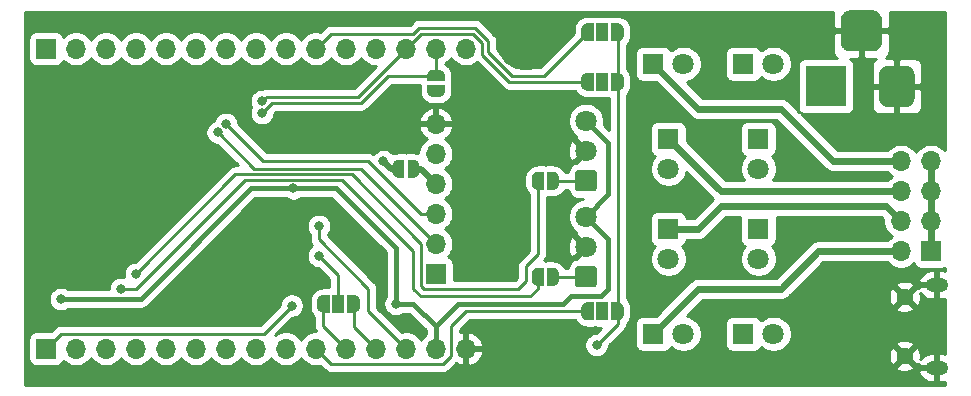
<source format=gbr>
G04 #@! TF.GenerationSoftware,KiCad,Pcbnew,(5.1.5-0-10_14)*
G04 #@! TF.CreationDate,2020-04-08T23:37:10-05:00*
G04 #@! TF.ProjectId,kbxIrBlaster,6b627849-7242-46c6-9173-7465722e6b69,rev?*
G04 #@! TF.SameCoordinates,Original*
G04 #@! TF.FileFunction,Copper,L2,Bot*
G04 #@! TF.FilePolarity,Positive*
%FSLAX46Y46*%
G04 Gerber Fmt 4.6, Leading zero omitted, Abs format (unit mm)*
G04 Created by KiCad (PCBNEW (5.1.5-0-10_14)) date 2020-04-08 23:37:10*
%MOMM*%
%LPD*%
G04 APERTURE LIST*
%ADD10R,1.000000X1.500000*%
%ADD11C,0.100000*%
%ADD12C,1.800000*%
%ADD13R,1.800000X1.800000*%
%ADD14O,1.700000X1.700000*%
%ADD15R,1.700000X1.700000*%
%ADD16O,1.900000X1.200000*%
%ADD17C,1.450000*%
%ADD18R,3.500000X3.500000*%
%ADD19C,0.800000*%
%ADD20C,5.000000*%
%ADD21C,0.250000*%
%ADD22C,0.600000*%
%ADD23C,0.500000*%
%ADD24C,0.400000*%
%ADD25C,0.254000*%
G04 APERTURE END LIST*
D10*
X146050000Y-89535000D03*
G04 #@! TA.AperFunction,SMDPad,CuDef*
D11*
G36*
X147350000Y-88785602D02*
G01*
X147374534Y-88785602D01*
X147423365Y-88790412D01*
X147471490Y-88799984D01*
X147518445Y-88814228D01*
X147563778Y-88833005D01*
X147607051Y-88856136D01*
X147647850Y-88883396D01*
X147685779Y-88914524D01*
X147720476Y-88949221D01*
X147751604Y-88987150D01*
X147778864Y-89027949D01*
X147801995Y-89071222D01*
X147820772Y-89116555D01*
X147835016Y-89163510D01*
X147844588Y-89211635D01*
X147849398Y-89260466D01*
X147849398Y-89285000D01*
X147850000Y-89285000D01*
X147850000Y-89785000D01*
X147849398Y-89785000D01*
X147849398Y-89809534D01*
X147844588Y-89858365D01*
X147835016Y-89906490D01*
X147820772Y-89953445D01*
X147801995Y-89998778D01*
X147778864Y-90042051D01*
X147751604Y-90082850D01*
X147720476Y-90120779D01*
X147685779Y-90155476D01*
X147647850Y-90186604D01*
X147607051Y-90213864D01*
X147563778Y-90236995D01*
X147518445Y-90255772D01*
X147471490Y-90270016D01*
X147423365Y-90279588D01*
X147374534Y-90284398D01*
X147350000Y-90284398D01*
X147350000Y-90285000D01*
X146800000Y-90285000D01*
X146800000Y-88785000D01*
X147350000Y-88785000D01*
X147350000Y-88785602D01*
G37*
G04 #@! TD.AperFunction*
G04 #@! TA.AperFunction,SMDPad,CuDef*
G36*
X145300000Y-90285000D02*
G01*
X144750000Y-90285000D01*
X144750000Y-90284398D01*
X144725466Y-90284398D01*
X144676635Y-90279588D01*
X144628510Y-90270016D01*
X144581555Y-90255772D01*
X144536222Y-90236995D01*
X144492949Y-90213864D01*
X144452150Y-90186604D01*
X144414221Y-90155476D01*
X144379524Y-90120779D01*
X144348396Y-90082850D01*
X144321136Y-90042051D01*
X144298005Y-89998778D01*
X144279228Y-89953445D01*
X144264984Y-89906490D01*
X144255412Y-89858365D01*
X144250602Y-89809534D01*
X144250602Y-89785000D01*
X144250000Y-89785000D01*
X144250000Y-89285000D01*
X144250602Y-89285000D01*
X144250602Y-89260466D01*
X144255412Y-89211635D01*
X144264984Y-89163510D01*
X144279228Y-89116555D01*
X144298005Y-89071222D01*
X144321136Y-89027949D01*
X144348396Y-88987150D01*
X144379524Y-88949221D01*
X144414221Y-88914524D01*
X144452150Y-88883396D01*
X144492949Y-88856136D01*
X144536222Y-88833005D01*
X144581555Y-88814228D01*
X144628510Y-88799984D01*
X144676635Y-88790412D01*
X144725466Y-88785602D01*
X144750000Y-88785602D01*
X144750000Y-88785000D01*
X145300000Y-88785000D01*
X145300000Y-90285000D01*
G37*
G04 #@! TD.AperFunction*
G04 #@! TA.AperFunction,SMDPad,CuDef*
G36*
X151115000Y-78854398D02*
G01*
X151090466Y-78854398D01*
X151041635Y-78849588D01*
X150993510Y-78840016D01*
X150946555Y-78825772D01*
X150901222Y-78806995D01*
X150857949Y-78783864D01*
X150817150Y-78756604D01*
X150779221Y-78725476D01*
X150744524Y-78690779D01*
X150713396Y-78652850D01*
X150686136Y-78612051D01*
X150663005Y-78568778D01*
X150644228Y-78523445D01*
X150629984Y-78476490D01*
X150620412Y-78428365D01*
X150615602Y-78379534D01*
X150615602Y-78355000D01*
X150615000Y-78355000D01*
X150615000Y-77855000D01*
X150615602Y-77855000D01*
X150615602Y-77830466D01*
X150620412Y-77781635D01*
X150629984Y-77733510D01*
X150644228Y-77686555D01*
X150663005Y-77641222D01*
X150686136Y-77597949D01*
X150713396Y-77557150D01*
X150744524Y-77519221D01*
X150779221Y-77484524D01*
X150817150Y-77453396D01*
X150857949Y-77426136D01*
X150901222Y-77403005D01*
X150946555Y-77384228D01*
X150993510Y-77369984D01*
X151041635Y-77360412D01*
X151090466Y-77355602D01*
X151115000Y-77355602D01*
X151115000Y-77355000D01*
X151615000Y-77355000D01*
X151615000Y-78855000D01*
X151115000Y-78855000D01*
X151115000Y-78854398D01*
G37*
G04 #@! TD.AperFunction*
G04 #@! TA.AperFunction,SMDPad,CuDef*
G36*
X151915000Y-77355000D02*
G01*
X152415000Y-77355000D01*
X152415000Y-77355602D01*
X152439534Y-77355602D01*
X152488365Y-77360412D01*
X152536490Y-77369984D01*
X152583445Y-77384228D01*
X152628778Y-77403005D01*
X152672051Y-77426136D01*
X152712850Y-77453396D01*
X152750779Y-77484524D01*
X152785476Y-77519221D01*
X152816604Y-77557150D01*
X152843864Y-77597949D01*
X152866995Y-77641222D01*
X152885772Y-77686555D01*
X152900016Y-77733510D01*
X152909588Y-77781635D01*
X152914398Y-77830466D01*
X152914398Y-77855000D01*
X152915000Y-77855000D01*
X152915000Y-78355000D01*
X152914398Y-78355000D01*
X152914398Y-78379534D01*
X152909588Y-78428365D01*
X152900016Y-78476490D01*
X152885772Y-78523445D01*
X152866995Y-78568778D01*
X152843864Y-78612051D01*
X152816604Y-78652850D01*
X152785476Y-78690779D01*
X152750779Y-78725476D01*
X152712850Y-78756604D01*
X152672051Y-78783864D01*
X152628778Y-78806995D01*
X152583445Y-78825772D01*
X152536490Y-78840016D01*
X152488365Y-78849588D01*
X152439534Y-78854398D01*
X152415000Y-78854398D01*
X152415000Y-78855000D01*
X151915000Y-78855000D01*
X151915000Y-77355000D01*
G37*
G04 #@! TD.AperFunction*
G04 #@! TA.AperFunction,SMDPad,CuDef*
G36*
X153555602Y-70216000D02*
G01*
X153555602Y-70191466D01*
X153560412Y-70142635D01*
X153569984Y-70094510D01*
X153584228Y-70047555D01*
X153603005Y-70002222D01*
X153626136Y-69958949D01*
X153653396Y-69918150D01*
X153684524Y-69880221D01*
X153719221Y-69845524D01*
X153757150Y-69814396D01*
X153797949Y-69787136D01*
X153841222Y-69764005D01*
X153886555Y-69745228D01*
X153933510Y-69730984D01*
X153981635Y-69721412D01*
X154030466Y-69716602D01*
X154055000Y-69716602D01*
X154055000Y-69716000D01*
X154555000Y-69716000D01*
X154555000Y-69716602D01*
X154579534Y-69716602D01*
X154628365Y-69721412D01*
X154676490Y-69730984D01*
X154723445Y-69745228D01*
X154768778Y-69764005D01*
X154812051Y-69787136D01*
X154852850Y-69814396D01*
X154890779Y-69845524D01*
X154925476Y-69880221D01*
X154956604Y-69918150D01*
X154983864Y-69958949D01*
X155006995Y-70002222D01*
X155025772Y-70047555D01*
X155040016Y-70094510D01*
X155049588Y-70142635D01*
X155054398Y-70191466D01*
X155054398Y-70216000D01*
X155055000Y-70216000D01*
X155055000Y-70716000D01*
X153555000Y-70716000D01*
X153555000Y-70216000D01*
X153555602Y-70216000D01*
G37*
G04 #@! TD.AperFunction*
G04 #@! TA.AperFunction,SMDPad,CuDef*
G36*
X155055000Y-71016000D02*
G01*
X155055000Y-71516000D01*
X155054398Y-71516000D01*
X155054398Y-71540534D01*
X155049588Y-71589365D01*
X155040016Y-71637490D01*
X155025772Y-71684445D01*
X155006995Y-71729778D01*
X154983864Y-71773051D01*
X154956604Y-71813850D01*
X154925476Y-71851779D01*
X154890779Y-71886476D01*
X154852850Y-71917604D01*
X154812051Y-71944864D01*
X154768778Y-71967995D01*
X154723445Y-71986772D01*
X154676490Y-72001016D01*
X154628365Y-72010588D01*
X154579534Y-72015398D01*
X154555000Y-72015398D01*
X154555000Y-72016000D01*
X154055000Y-72016000D01*
X154055000Y-72015398D01*
X154030466Y-72015398D01*
X153981635Y-72010588D01*
X153933510Y-72001016D01*
X153886555Y-71986772D01*
X153841222Y-71967995D01*
X153797949Y-71944864D01*
X153757150Y-71917604D01*
X153719221Y-71886476D01*
X153684524Y-71851779D01*
X153653396Y-71813850D01*
X153626136Y-71773051D01*
X153603005Y-71729778D01*
X153584228Y-71684445D01*
X153569984Y-71637490D01*
X153560412Y-71589365D01*
X153555602Y-71540534D01*
X153555602Y-71516000D01*
X153555000Y-71516000D01*
X153555000Y-71016000D01*
X155055000Y-71016000D01*
G37*
G04 #@! TD.AperFunction*
D10*
X168402000Y-66548000D03*
G04 #@! TA.AperFunction,SMDPad,CuDef*
D11*
G36*
X169702000Y-65798602D02*
G01*
X169726534Y-65798602D01*
X169775365Y-65803412D01*
X169823490Y-65812984D01*
X169870445Y-65827228D01*
X169915778Y-65846005D01*
X169959051Y-65869136D01*
X169999850Y-65896396D01*
X170037779Y-65927524D01*
X170072476Y-65962221D01*
X170103604Y-66000150D01*
X170130864Y-66040949D01*
X170153995Y-66084222D01*
X170172772Y-66129555D01*
X170187016Y-66176510D01*
X170196588Y-66224635D01*
X170201398Y-66273466D01*
X170201398Y-66298000D01*
X170202000Y-66298000D01*
X170202000Y-66798000D01*
X170201398Y-66798000D01*
X170201398Y-66822534D01*
X170196588Y-66871365D01*
X170187016Y-66919490D01*
X170172772Y-66966445D01*
X170153995Y-67011778D01*
X170130864Y-67055051D01*
X170103604Y-67095850D01*
X170072476Y-67133779D01*
X170037779Y-67168476D01*
X169999850Y-67199604D01*
X169959051Y-67226864D01*
X169915778Y-67249995D01*
X169870445Y-67268772D01*
X169823490Y-67283016D01*
X169775365Y-67292588D01*
X169726534Y-67297398D01*
X169702000Y-67297398D01*
X169702000Y-67298000D01*
X169152000Y-67298000D01*
X169152000Y-65798000D01*
X169702000Y-65798000D01*
X169702000Y-65798602D01*
G37*
G04 #@! TD.AperFunction*
G04 #@! TA.AperFunction,SMDPad,CuDef*
G36*
X167652000Y-67298000D02*
G01*
X167102000Y-67298000D01*
X167102000Y-67297398D01*
X167077466Y-67297398D01*
X167028635Y-67292588D01*
X166980510Y-67283016D01*
X166933555Y-67268772D01*
X166888222Y-67249995D01*
X166844949Y-67226864D01*
X166804150Y-67199604D01*
X166766221Y-67168476D01*
X166731524Y-67133779D01*
X166700396Y-67095850D01*
X166673136Y-67055051D01*
X166650005Y-67011778D01*
X166631228Y-66966445D01*
X166616984Y-66919490D01*
X166607412Y-66871365D01*
X166602602Y-66822534D01*
X166602602Y-66798000D01*
X166602000Y-66798000D01*
X166602000Y-66298000D01*
X166602602Y-66298000D01*
X166602602Y-66273466D01*
X166607412Y-66224635D01*
X166616984Y-66176510D01*
X166631228Y-66129555D01*
X166650005Y-66084222D01*
X166673136Y-66040949D01*
X166700396Y-66000150D01*
X166731524Y-65962221D01*
X166766221Y-65927524D01*
X166804150Y-65896396D01*
X166844949Y-65869136D01*
X166888222Y-65846005D01*
X166933555Y-65827228D01*
X166980510Y-65812984D01*
X167028635Y-65803412D01*
X167077466Y-65798602D01*
X167102000Y-65798602D01*
X167102000Y-65798000D01*
X167652000Y-65798000D01*
X167652000Y-67298000D01*
G37*
G04 #@! TD.AperFunction*
D10*
X168402000Y-70739000D03*
G04 #@! TA.AperFunction,SMDPad,CuDef*
D11*
G36*
X169702000Y-69989602D02*
G01*
X169726534Y-69989602D01*
X169775365Y-69994412D01*
X169823490Y-70003984D01*
X169870445Y-70018228D01*
X169915778Y-70037005D01*
X169959051Y-70060136D01*
X169999850Y-70087396D01*
X170037779Y-70118524D01*
X170072476Y-70153221D01*
X170103604Y-70191150D01*
X170130864Y-70231949D01*
X170153995Y-70275222D01*
X170172772Y-70320555D01*
X170187016Y-70367510D01*
X170196588Y-70415635D01*
X170201398Y-70464466D01*
X170201398Y-70489000D01*
X170202000Y-70489000D01*
X170202000Y-70989000D01*
X170201398Y-70989000D01*
X170201398Y-71013534D01*
X170196588Y-71062365D01*
X170187016Y-71110490D01*
X170172772Y-71157445D01*
X170153995Y-71202778D01*
X170130864Y-71246051D01*
X170103604Y-71286850D01*
X170072476Y-71324779D01*
X170037779Y-71359476D01*
X169999850Y-71390604D01*
X169959051Y-71417864D01*
X169915778Y-71440995D01*
X169870445Y-71459772D01*
X169823490Y-71474016D01*
X169775365Y-71483588D01*
X169726534Y-71488398D01*
X169702000Y-71488398D01*
X169702000Y-71489000D01*
X169152000Y-71489000D01*
X169152000Y-69989000D01*
X169702000Y-69989000D01*
X169702000Y-69989602D01*
G37*
G04 #@! TD.AperFunction*
G04 #@! TA.AperFunction,SMDPad,CuDef*
G36*
X167652000Y-71489000D02*
G01*
X167102000Y-71489000D01*
X167102000Y-71488398D01*
X167077466Y-71488398D01*
X167028635Y-71483588D01*
X166980510Y-71474016D01*
X166933555Y-71459772D01*
X166888222Y-71440995D01*
X166844949Y-71417864D01*
X166804150Y-71390604D01*
X166766221Y-71359476D01*
X166731524Y-71324779D01*
X166700396Y-71286850D01*
X166673136Y-71246051D01*
X166650005Y-71202778D01*
X166631228Y-71157445D01*
X166616984Y-71110490D01*
X166607412Y-71062365D01*
X166602602Y-71013534D01*
X166602602Y-70989000D01*
X166602000Y-70989000D01*
X166602000Y-70489000D01*
X166602602Y-70489000D01*
X166602602Y-70464466D01*
X166607412Y-70415635D01*
X166616984Y-70367510D01*
X166631228Y-70320555D01*
X166650005Y-70275222D01*
X166673136Y-70231949D01*
X166700396Y-70191150D01*
X166731524Y-70153221D01*
X166766221Y-70118524D01*
X166804150Y-70087396D01*
X166844949Y-70060136D01*
X166888222Y-70037005D01*
X166933555Y-70018228D01*
X166980510Y-70003984D01*
X167028635Y-69994412D01*
X167077466Y-69989602D01*
X167102000Y-69989602D01*
X167102000Y-69989000D01*
X167652000Y-69989000D01*
X167652000Y-71489000D01*
G37*
G04 #@! TD.AperFunction*
D10*
X168402000Y-90170000D03*
G04 #@! TA.AperFunction,SMDPad,CuDef*
D11*
G36*
X169702000Y-89420602D02*
G01*
X169726534Y-89420602D01*
X169775365Y-89425412D01*
X169823490Y-89434984D01*
X169870445Y-89449228D01*
X169915778Y-89468005D01*
X169959051Y-89491136D01*
X169999850Y-89518396D01*
X170037779Y-89549524D01*
X170072476Y-89584221D01*
X170103604Y-89622150D01*
X170130864Y-89662949D01*
X170153995Y-89706222D01*
X170172772Y-89751555D01*
X170187016Y-89798510D01*
X170196588Y-89846635D01*
X170201398Y-89895466D01*
X170201398Y-89920000D01*
X170202000Y-89920000D01*
X170202000Y-90420000D01*
X170201398Y-90420000D01*
X170201398Y-90444534D01*
X170196588Y-90493365D01*
X170187016Y-90541490D01*
X170172772Y-90588445D01*
X170153995Y-90633778D01*
X170130864Y-90677051D01*
X170103604Y-90717850D01*
X170072476Y-90755779D01*
X170037779Y-90790476D01*
X169999850Y-90821604D01*
X169959051Y-90848864D01*
X169915778Y-90871995D01*
X169870445Y-90890772D01*
X169823490Y-90905016D01*
X169775365Y-90914588D01*
X169726534Y-90919398D01*
X169702000Y-90919398D01*
X169702000Y-90920000D01*
X169152000Y-90920000D01*
X169152000Y-89420000D01*
X169702000Y-89420000D01*
X169702000Y-89420602D01*
G37*
G04 #@! TD.AperFunction*
G04 #@! TA.AperFunction,SMDPad,CuDef*
G36*
X167652000Y-90920000D02*
G01*
X167102000Y-90920000D01*
X167102000Y-90919398D01*
X167077466Y-90919398D01*
X167028635Y-90914588D01*
X166980510Y-90905016D01*
X166933555Y-90890772D01*
X166888222Y-90871995D01*
X166844949Y-90848864D01*
X166804150Y-90821604D01*
X166766221Y-90790476D01*
X166731524Y-90755779D01*
X166700396Y-90717850D01*
X166673136Y-90677051D01*
X166650005Y-90633778D01*
X166631228Y-90588445D01*
X166616984Y-90541490D01*
X166607412Y-90493365D01*
X166602602Y-90444534D01*
X166602602Y-90420000D01*
X166602000Y-90420000D01*
X166602000Y-89920000D01*
X166602602Y-89920000D01*
X166602602Y-89895466D01*
X166607412Y-89846635D01*
X166616984Y-89798510D01*
X166631228Y-89751555D01*
X166650005Y-89706222D01*
X166673136Y-89662949D01*
X166700396Y-89622150D01*
X166731524Y-89584221D01*
X166766221Y-89549524D01*
X166804150Y-89518396D01*
X166844949Y-89491136D01*
X166888222Y-89468005D01*
X166933555Y-89449228D01*
X166980510Y-89434984D01*
X167028635Y-89425412D01*
X167077466Y-89420602D01*
X167102000Y-89420602D01*
X167102000Y-89420000D01*
X167652000Y-89420000D01*
X167652000Y-90920000D01*
G37*
G04 #@! TD.AperFunction*
G04 #@! TA.AperFunction,SMDPad,CuDef*
G36*
X162926000Y-79870398D02*
G01*
X162901466Y-79870398D01*
X162852635Y-79865588D01*
X162804510Y-79856016D01*
X162757555Y-79841772D01*
X162712222Y-79822995D01*
X162668949Y-79799864D01*
X162628150Y-79772604D01*
X162590221Y-79741476D01*
X162555524Y-79706779D01*
X162524396Y-79668850D01*
X162497136Y-79628051D01*
X162474005Y-79584778D01*
X162455228Y-79539445D01*
X162440984Y-79492490D01*
X162431412Y-79444365D01*
X162426602Y-79395534D01*
X162426602Y-79371000D01*
X162426000Y-79371000D01*
X162426000Y-78871000D01*
X162426602Y-78871000D01*
X162426602Y-78846466D01*
X162431412Y-78797635D01*
X162440984Y-78749510D01*
X162455228Y-78702555D01*
X162474005Y-78657222D01*
X162497136Y-78613949D01*
X162524396Y-78573150D01*
X162555524Y-78535221D01*
X162590221Y-78500524D01*
X162628150Y-78469396D01*
X162668949Y-78442136D01*
X162712222Y-78419005D01*
X162757555Y-78400228D01*
X162804510Y-78385984D01*
X162852635Y-78376412D01*
X162901466Y-78371602D01*
X162926000Y-78371602D01*
X162926000Y-78371000D01*
X163426000Y-78371000D01*
X163426000Y-79871000D01*
X162926000Y-79871000D01*
X162926000Y-79870398D01*
G37*
G04 #@! TD.AperFunction*
G04 #@! TA.AperFunction,SMDPad,CuDef*
G36*
X163726000Y-78371000D02*
G01*
X164226000Y-78371000D01*
X164226000Y-78371602D01*
X164250534Y-78371602D01*
X164299365Y-78376412D01*
X164347490Y-78385984D01*
X164394445Y-78400228D01*
X164439778Y-78419005D01*
X164483051Y-78442136D01*
X164523850Y-78469396D01*
X164561779Y-78500524D01*
X164596476Y-78535221D01*
X164627604Y-78573150D01*
X164654864Y-78613949D01*
X164677995Y-78657222D01*
X164696772Y-78702555D01*
X164711016Y-78749510D01*
X164720588Y-78797635D01*
X164725398Y-78846466D01*
X164725398Y-78871000D01*
X164726000Y-78871000D01*
X164726000Y-79371000D01*
X164725398Y-79371000D01*
X164725398Y-79395534D01*
X164720588Y-79444365D01*
X164711016Y-79492490D01*
X164696772Y-79539445D01*
X164677995Y-79584778D01*
X164654864Y-79628051D01*
X164627604Y-79668850D01*
X164596476Y-79706779D01*
X164561779Y-79741476D01*
X164523850Y-79772604D01*
X164483051Y-79799864D01*
X164439778Y-79822995D01*
X164394445Y-79841772D01*
X164347490Y-79856016D01*
X164299365Y-79865588D01*
X164250534Y-79870398D01*
X164226000Y-79870398D01*
X164226000Y-79871000D01*
X163726000Y-79871000D01*
X163726000Y-78371000D01*
G37*
G04 #@! TD.AperFunction*
G04 #@! TA.AperFunction,SMDPad,CuDef*
G36*
X162926000Y-87998398D02*
G01*
X162901466Y-87998398D01*
X162852635Y-87993588D01*
X162804510Y-87984016D01*
X162757555Y-87969772D01*
X162712222Y-87950995D01*
X162668949Y-87927864D01*
X162628150Y-87900604D01*
X162590221Y-87869476D01*
X162555524Y-87834779D01*
X162524396Y-87796850D01*
X162497136Y-87756051D01*
X162474005Y-87712778D01*
X162455228Y-87667445D01*
X162440984Y-87620490D01*
X162431412Y-87572365D01*
X162426602Y-87523534D01*
X162426602Y-87499000D01*
X162426000Y-87499000D01*
X162426000Y-86999000D01*
X162426602Y-86999000D01*
X162426602Y-86974466D01*
X162431412Y-86925635D01*
X162440984Y-86877510D01*
X162455228Y-86830555D01*
X162474005Y-86785222D01*
X162497136Y-86741949D01*
X162524396Y-86701150D01*
X162555524Y-86663221D01*
X162590221Y-86628524D01*
X162628150Y-86597396D01*
X162668949Y-86570136D01*
X162712222Y-86547005D01*
X162757555Y-86528228D01*
X162804510Y-86513984D01*
X162852635Y-86504412D01*
X162901466Y-86499602D01*
X162926000Y-86499602D01*
X162926000Y-86499000D01*
X163426000Y-86499000D01*
X163426000Y-87999000D01*
X162926000Y-87999000D01*
X162926000Y-87998398D01*
G37*
G04 #@! TD.AperFunction*
G04 #@! TA.AperFunction,SMDPad,CuDef*
G36*
X163726000Y-86499000D02*
G01*
X164226000Y-86499000D01*
X164226000Y-86499602D01*
X164250534Y-86499602D01*
X164299365Y-86504412D01*
X164347490Y-86513984D01*
X164394445Y-86528228D01*
X164439778Y-86547005D01*
X164483051Y-86570136D01*
X164523850Y-86597396D01*
X164561779Y-86628524D01*
X164596476Y-86663221D01*
X164627604Y-86701150D01*
X164654864Y-86741949D01*
X164677995Y-86785222D01*
X164696772Y-86830555D01*
X164711016Y-86877510D01*
X164720588Y-86925635D01*
X164725398Y-86974466D01*
X164725398Y-86999000D01*
X164726000Y-86999000D01*
X164726000Y-87499000D01*
X164725398Y-87499000D01*
X164725398Y-87523534D01*
X164720588Y-87572365D01*
X164711016Y-87620490D01*
X164696772Y-87667445D01*
X164677995Y-87712778D01*
X164654864Y-87756051D01*
X164627604Y-87796850D01*
X164596476Y-87834779D01*
X164561779Y-87869476D01*
X164523850Y-87900604D01*
X164483051Y-87927864D01*
X164439778Y-87950995D01*
X164394445Y-87969772D01*
X164347490Y-87984016D01*
X164299365Y-87993588D01*
X164250534Y-87998398D01*
X164226000Y-87998398D01*
X164226000Y-87999000D01*
X163726000Y-87999000D01*
X163726000Y-86499000D01*
G37*
G04 #@! TD.AperFunction*
G04 #@! TA.AperFunction,ComponentPad*
G36*
X167679324Y-78222205D02*
G01*
X167703612Y-78225808D01*
X167727429Y-78231774D01*
X167750547Y-78240045D01*
X167772743Y-78250543D01*
X167793804Y-78263166D01*
X167813525Y-78277793D01*
X167831718Y-78294282D01*
X167848207Y-78312475D01*
X167862834Y-78332196D01*
X167875457Y-78353257D01*
X167885955Y-78375453D01*
X167894226Y-78398571D01*
X167900192Y-78422388D01*
X167903795Y-78446676D01*
X167905000Y-78471200D01*
X167905000Y-79770800D01*
X167903795Y-79795324D01*
X167900192Y-79819612D01*
X167894226Y-79843429D01*
X167885955Y-79866547D01*
X167875457Y-79888743D01*
X167862834Y-79909804D01*
X167848207Y-79929525D01*
X167831718Y-79947718D01*
X167813525Y-79964207D01*
X167793804Y-79978834D01*
X167772743Y-79991457D01*
X167750547Y-80001955D01*
X167727429Y-80010226D01*
X167703612Y-80016192D01*
X167679324Y-80019795D01*
X167654800Y-80021000D01*
X166355200Y-80021000D01*
X166330676Y-80019795D01*
X166306388Y-80016192D01*
X166282571Y-80010226D01*
X166259453Y-80001955D01*
X166237257Y-79991457D01*
X166216196Y-79978834D01*
X166196475Y-79964207D01*
X166178282Y-79947718D01*
X166161793Y-79929525D01*
X166147166Y-79909804D01*
X166134543Y-79888743D01*
X166124045Y-79866547D01*
X166115774Y-79843429D01*
X166109808Y-79819612D01*
X166106205Y-79795324D01*
X166105000Y-79770800D01*
X166105000Y-78471200D01*
X166106205Y-78446676D01*
X166109808Y-78422388D01*
X166115774Y-78398571D01*
X166124045Y-78375453D01*
X166134543Y-78353257D01*
X166147166Y-78332196D01*
X166161793Y-78312475D01*
X166178282Y-78294282D01*
X166196475Y-78277793D01*
X166216196Y-78263166D01*
X166237257Y-78250543D01*
X166259453Y-78240045D01*
X166282571Y-78231774D01*
X166306388Y-78225808D01*
X166330676Y-78222205D01*
X166355200Y-78221000D01*
X167654800Y-78221000D01*
X167679324Y-78222205D01*
G37*
G04 #@! TD.AperFunction*
D12*
X167005000Y-76581000D03*
X167005000Y-74041000D03*
X167005000Y-82169000D03*
X167005000Y-84709000D03*
G04 #@! TA.AperFunction,ComponentPad*
D11*
G36*
X167679324Y-86350205D02*
G01*
X167703612Y-86353808D01*
X167727429Y-86359774D01*
X167750547Y-86368045D01*
X167772743Y-86378543D01*
X167793804Y-86391166D01*
X167813525Y-86405793D01*
X167831718Y-86422282D01*
X167848207Y-86440475D01*
X167862834Y-86460196D01*
X167875457Y-86481257D01*
X167885955Y-86503453D01*
X167894226Y-86526571D01*
X167900192Y-86550388D01*
X167903795Y-86574676D01*
X167905000Y-86599200D01*
X167905000Y-87898800D01*
X167903795Y-87923324D01*
X167900192Y-87947612D01*
X167894226Y-87971429D01*
X167885955Y-87994547D01*
X167875457Y-88016743D01*
X167862834Y-88037804D01*
X167848207Y-88057525D01*
X167831718Y-88075718D01*
X167813525Y-88092207D01*
X167793804Y-88106834D01*
X167772743Y-88119457D01*
X167750547Y-88129955D01*
X167727429Y-88138226D01*
X167703612Y-88144192D01*
X167679324Y-88147795D01*
X167654800Y-88149000D01*
X166355200Y-88149000D01*
X166330676Y-88147795D01*
X166306388Y-88144192D01*
X166282571Y-88138226D01*
X166259453Y-88129955D01*
X166237257Y-88119457D01*
X166216196Y-88106834D01*
X166196475Y-88092207D01*
X166178282Y-88075718D01*
X166161793Y-88057525D01*
X166147166Y-88037804D01*
X166134543Y-88016743D01*
X166124045Y-87994547D01*
X166115774Y-87971429D01*
X166109808Y-87947612D01*
X166106205Y-87923324D01*
X166105000Y-87898800D01*
X166105000Y-86599200D01*
X166106205Y-86574676D01*
X166109808Y-86550388D01*
X166115774Y-86526571D01*
X166124045Y-86503453D01*
X166134543Y-86481257D01*
X166147166Y-86460196D01*
X166161793Y-86440475D01*
X166178282Y-86422282D01*
X166196475Y-86405793D01*
X166216196Y-86391166D01*
X166237257Y-86378543D01*
X166259453Y-86368045D01*
X166282571Y-86359774D01*
X166306388Y-86353808D01*
X166330676Y-86350205D01*
X166355200Y-86349000D01*
X167654800Y-86349000D01*
X167679324Y-86350205D01*
G37*
G04 #@! TD.AperFunction*
D13*
X172720000Y-69215000D03*
D12*
X175260000Y-69215000D03*
D13*
X173990000Y-75565000D03*
D12*
X173990000Y-78105000D03*
D13*
X180340000Y-69215000D03*
D12*
X182880000Y-69215000D03*
D13*
X181610000Y-75565000D03*
D12*
X181610000Y-78105000D03*
D14*
X156845000Y-67945000D03*
X154305000Y-67945000D03*
X151765000Y-67945000D03*
X149225000Y-67945000D03*
X146685000Y-67945000D03*
X144145000Y-67945000D03*
X141605000Y-67945000D03*
X139065000Y-67945000D03*
X136525000Y-67945000D03*
X133985000Y-67945000D03*
X131445000Y-67945000D03*
X128905000Y-67945000D03*
X126365000Y-67945000D03*
X123825000Y-67945000D03*
D15*
X121285000Y-67945000D03*
D14*
X156845000Y-93345000D03*
X154305000Y-93345000D03*
X151765000Y-93345000D03*
X149225000Y-93345000D03*
X146685000Y-93345000D03*
X144145000Y-93345000D03*
X141605000Y-93345000D03*
X139065000Y-93345000D03*
X136525000Y-93345000D03*
X133985000Y-93345000D03*
X131445000Y-93345000D03*
X128905000Y-93345000D03*
X126365000Y-93345000D03*
X123825000Y-93345000D03*
D15*
X121285000Y-93345000D03*
D14*
X154305000Y-74295000D03*
X154305000Y-76835000D03*
X154305000Y-79375000D03*
X154305000Y-81915000D03*
X154305000Y-84455000D03*
D15*
X154305000Y-86995000D03*
D14*
X193675000Y-77470000D03*
X196215000Y-77470000D03*
X193675000Y-80010000D03*
X196215000Y-80010000D03*
X193675000Y-82550000D03*
X196215000Y-82550000D03*
X193675000Y-85090000D03*
D15*
X196215000Y-85090000D03*
D16*
X196690500Y-87940000D03*
X196690500Y-94940000D03*
D17*
X193990500Y-88940000D03*
X193990500Y-93940000D03*
G04 #@! TA.AperFunction,ComponentPad*
D11*
G36*
X191285765Y-64674213D02*
G01*
X191370704Y-64686813D01*
X191453999Y-64707677D01*
X191534848Y-64736605D01*
X191612472Y-64773319D01*
X191686124Y-64817464D01*
X191755094Y-64868616D01*
X191818718Y-64926282D01*
X191876384Y-64989906D01*
X191927536Y-65058876D01*
X191971681Y-65132528D01*
X192008395Y-65210152D01*
X192037323Y-65291001D01*
X192058187Y-65374296D01*
X192070787Y-65459235D01*
X192075000Y-65545000D01*
X192075000Y-67295000D01*
X192070787Y-67380765D01*
X192058187Y-67465704D01*
X192037323Y-67548999D01*
X192008395Y-67629848D01*
X191971681Y-67707472D01*
X191927536Y-67781124D01*
X191876384Y-67850094D01*
X191818718Y-67913718D01*
X191755094Y-67971384D01*
X191686124Y-68022536D01*
X191612472Y-68066681D01*
X191534848Y-68103395D01*
X191453999Y-68132323D01*
X191370704Y-68153187D01*
X191285765Y-68165787D01*
X191200000Y-68170000D01*
X189450000Y-68170000D01*
X189364235Y-68165787D01*
X189279296Y-68153187D01*
X189196001Y-68132323D01*
X189115152Y-68103395D01*
X189037528Y-68066681D01*
X188963876Y-68022536D01*
X188894906Y-67971384D01*
X188831282Y-67913718D01*
X188773616Y-67850094D01*
X188722464Y-67781124D01*
X188678319Y-67707472D01*
X188641605Y-67629848D01*
X188612677Y-67548999D01*
X188591813Y-67465704D01*
X188579213Y-67380765D01*
X188575000Y-67295000D01*
X188575000Y-65545000D01*
X188579213Y-65459235D01*
X188591813Y-65374296D01*
X188612677Y-65291001D01*
X188641605Y-65210152D01*
X188678319Y-65132528D01*
X188722464Y-65058876D01*
X188773616Y-64989906D01*
X188831282Y-64926282D01*
X188894906Y-64868616D01*
X188963876Y-64817464D01*
X189037528Y-64773319D01*
X189115152Y-64736605D01*
X189196001Y-64707677D01*
X189279296Y-64686813D01*
X189364235Y-64674213D01*
X189450000Y-64670000D01*
X191200000Y-64670000D01*
X191285765Y-64674213D01*
G37*
G04 #@! TD.AperFunction*
G04 #@! TA.AperFunction,ComponentPad*
G36*
X194148513Y-69373611D02*
G01*
X194221318Y-69384411D01*
X194292714Y-69402295D01*
X194362013Y-69427090D01*
X194428548Y-69458559D01*
X194491678Y-69496398D01*
X194550795Y-69540242D01*
X194605330Y-69589670D01*
X194654758Y-69644205D01*
X194698602Y-69703322D01*
X194736441Y-69766452D01*
X194767910Y-69832987D01*
X194792705Y-69902286D01*
X194810589Y-69973682D01*
X194821389Y-70046487D01*
X194825000Y-70120000D01*
X194825000Y-72120000D01*
X194821389Y-72193513D01*
X194810589Y-72266318D01*
X194792705Y-72337714D01*
X194767910Y-72407013D01*
X194736441Y-72473548D01*
X194698602Y-72536678D01*
X194654758Y-72595795D01*
X194605330Y-72650330D01*
X194550795Y-72699758D01*
X194491678Y-72743602D01*
X194428548Y-72781441D01*
X194362013Y-72812910D01*
X194292714Y-72837705D01*
X194221318Y-72855589D01*
X194148513Y-72866389D01*
X194075000Y-72870000D01*
X192575000Y-72870000D01*
X192501487Y-72866389D01*
X192428682Y-72855589D01*
X192357286Y-72837705D01*
X192287987Y-72812910D01*
X192221452Y-72781441D01*
X192158322Y-72743602D01*
X192099205Y-72699758D01*
X192044670Y-72650330D01*
X191995242Y-72595795D01*
X191951398Y-72536678D01*
X191913559Y-72473548D01*
X191882090Y-72407013D01*
X191857295Y-72337714D01*
X191839411Y-72266318D01*
X191828611Y-72193513D01*
X191825000Y-72120000D01*
X191825000Y-70120000D01*
X191828611Y-70046487D01*
X191839411Y-69973682D01*
X191857295Y-69902286D01*
X191882090Y-69832987D01*
X191913559Y-69766452D01*
X191951398Y-69703322D01*
X191995242Y-69644205D01*
X192044670Y-69589670D01*
X192099205Y-69540242D01*
X192158322Y-69496398D01*
X192221452Y-69458559D01*
X192287987Y-69427090D01*
X192357286Y-69402295D01*
X192428682Y-69384411D01*
X192501487Y-69373611D01*
X192575000Y-69370000D01*
X194075000Y-69370000D01*
X194148513Y-69373611D01*
G37*
G04 #@! TD.AperFunction*
D18*
X187325000Y-71120000D03*
D19*
X189920825Y-92654175D03*
X188595000Y-92105000D03*
X187269175Y-92654175D03*
X186720000Y-93980000D03*
X187269175Y-95305825D03*
X188595000Y-95855000D03*
X189920825Y-95305825D03*
X190470000Y-93980000D03*
D20*
X188595000Y-93980000D03*
D19*
X163250825Y-92654175D03*
X161925000Y-92105000D03*
X160599175Y-92654175D03*
X160050000Y-93980000D03*
X160599175Y-95305825D03*
X161925000Y-95855000D03*
X163250825Y-95305825D03*
X163800000Y-93980000D03*
D20*
X161925000Y-93980000D03*
D19*
X163250825Y-65984175D03*
X161925000Y-65435000D03*
X160599175Y-65984175D03*
X160050000Y-67310000D03*
X160599175Y-68635825D03*
X161925000Y-69185000D03*
X163250825Y-68635825D03*
X163800000Y-67310000D03*
D20*
X161925000Y-67310000D03*
D13*
X173990000Y-83185000D03*
D12*
X173990000Y-85725000D03*
D13*
X172720000Y-92075000D03*
D12*
X175260000Y-92075000D03*
D13*
X181610000Y-83185000D03*
D12*
X181610000Y-85725000D03*
D13*
X180340000Y-92075000D03*
D12*
X182880000Y-92075000D03*
D19*
X142095000Y-89700000D03*
X121285000Y-72136000D03*
X138811000Y-86360000D03*
X121285000Y-89154000D03*
X149860000Y-77470000D03*
X142240000Y-79765000D03*
X122555000Y-89145000D03*
X150885000Y-89535000D03*
X136525000Y-74295000D03*
X135817892Y-75020000D03*
X144390000Y-82931000D03*
X167910000Y-93030000D03*
X128905000Y-86995000D03*
X127635000Y-88265000D03*
X139573000Y-73406000D03*
X139573000Y-72390000D03*
X168402000Y-90170000D03*
X168402000Y-70739000D03*
X168402000Y-66548000D03*
X154305000Y-71516000D03*
X144390000Y-85471000D03*
D21*
X139720000Y-92075000D02*
X142095000Y-89700000D01*
X122555000Y-92075000D02*
X139720000Y-92075000D01*
X121285000Y-93345000D02*
X122555000Y-92075000D01*
D22*
X196215000Y-77470000D02*
X196215000Y-80010000D01*
X196215000Y-80010000D02*
X196215000Y-82550000D01*
X196215000Y-82550000D02*
X196215000Y-85090000D01*
D23*
X151115000Y-78105000D02*
X150495000Y-78105000D01*
X150495000Y-78105000D02*
X149860000Y-77470000D01*
D24*
X138675000Y-79765000D02*
X142240000Y-79765000D01*
X129295000Y-89145000D02*
X138675000Y-79765000D01*
X122555000Y-89145000D02*
X129295000Y-89145000D01*
X167005000Y-82169000D02*
X168910000Y-80264000D01*
X168910000Y-75946000D02*
X167005000Y-74041000D01*
X168910000Y-80264000D02*
X168910000Y-75946000D01*
X167005000Y-82169000D02*
X168910000Y-84074000D01*
X168910000Y-84074000D02*
X168910000Y-88265000D01*
X168910000Y-88265000D02*
X168275000Y-88900000D01*
X154305000Y-91440000D02*
X154305000Y-93345000D01*
X154305000Y-91440000D02*
X156210000Y-89535000D01*
X156210000Y-89535000D02*
X165100000Y-89535000D01*
X165735000Y-88900000D02*
X168275000Y-88900000D01*
X165100000Y-89535000D02*
X165735000Y-88900000D01*
X152400000Y-89535000D02*
X154305000Y-91440000D01*
X150885000Y-89535000D02*
X152400000Y-89535000D01*
X150885000Y-89535000D02*
X150885000Y-84845000D01*
X145805000Y-79765000D02*
X142240000Y-79765000D01*
X150885000Y-84845000D02*
X145805000Y-79765000D01*
D22*
X193675000Y-85090000D02*
X186690000Y-85090000D01*
X183515000Y-88265000D02*
X176530000Y-88265000D01*
X176530000Y-88265000D02*
X172720000Y-92075000D01*
X186690000Y-85090000D02*
X183515000Y-88265000D01*
X192405000Y-81280000D02*
X193675000Y-82550000D01*
X178435000Y-81280000D02*
X192405000Y-81280000D01*
X176530000Y-83185000D02*
X178435000Y-81280000D01*
X173990000Y-83185000D02*
X176530000Y-83185000D01*
X193675000Y-80010000D02*
X178435000Y-80010000D01*
X178435000Y-80010000D02*
X173990000Y-75565000D01*
X172720000Y-69215000D02*
X176530000Y-73025000D01*
X183515000Y-73025000D02*
X187960000Y-77470000D01*
X187960000Y-77470000D02*
X193675000Y-77470000D01*
X176530000Y-73025000D02*
X183515000Y-73025000D01*
D23*
X153035000Y-78105000D02*
X154305000Y-79375000D01*
X152415000Y-78105000D02*
X153035000Y-78105000D01*
D21*
X154305000Y-81915000D02*
X153035000Y-81915000D01*
X153035000Y-81915000D02*
X148590000Y-77470000D01*
X139700000Y-77470000D02*
X136525000Y-74295000D01*
X148590000Y-77470000D02*
X139700000Y-77470000D01*
X138902892Y-78105000D02*
X135817892Y-75020000D01*
X147955000Y-78105000D02*
X138902892Y-78105000D01*
X154305000Y-84455000D02*
X147955000Y-78105000D01*
X144390000Y-84065000D02*
X144390000Y-82931000D01*
X148590000Y-88265000D02*
X144390000Y-84065000D01*
X148590000Y-90170000D02*
X148590000Y-88265000D01*
X151765000Y-93345000D02*
X148590000Y-90170000D01*
X169702000Y-67548000D02*
X169702000Y-70739000D01*
X169702000Y-66548000D02*
X169702000Y-67548000D01*
X169702000Y-71739000D02*
X169702000Y-90170000D01*
X169702000Y-70739000D02*
X169702000Y-71739000D01*
X169702000Y-91238000D02*
X167910000Y-93030000D01*
X169702000Y-90170000D02*
X169702000Y-91238000D01*
X147350000Y-91470000D02*
X149225000Y-93345000D01*
X147350000Y-89535000D02*
X147350000Y-91470000D01*
X144750000Y-89535000D02*
X144750000Y-91410000D01*
X144750000Y-91410000D02*
X146685000Y-93345000D01*
X145415000Y-94615000D02*
X144145000Y-93345000D01*
X154940000Y-94615000D02*
X145415000Y-94615000D01*
X155575000Y-93980000D02*
X154940000Y-94615000D01*
X155575000Y-91440000D02*
X155575000Y-93980000D01*
X156845000Y-90170000D02*
X155575000Y-91440000D01*
X167102000Y-90170000D02*
X156845000Y-90170000D01*
X147169989Y-78589989D02*
X137310011Y-78589989D01*
X153035000Y-84455000D02*
X147169989Y-78589989D01*
X153289998Y-88265000D02*
X153035000Y-88010002D01*
X161290000Y-88265000D02*
X153289998Y-88265000D01*
X137310011Y-78589989D02*
X128905000Y-86995000D01*
X153035000Y-88010002D02*
X153035000Y-84455000D01*
X161925000Y-87630000D02*
X161290000Y-88265000D01*
X161925000Y-86360000D02*
X161925000Y-87630000D01*
X162926000Y-85359000D02*
X161925000Y-86360000D01*
X162926000Y-79121000D02*
X162926000Y-85359000D01*
X138130001Y-79039999D02*
X128905000Y-88265000D01*
X152400000Y-85090000D02*
X146349999Y-79039999D01*
X146349999Y-79039999D02*
X138130001Y-79039999D01*
X153035000Y-88900000D02*
X152400000Y-88265000D01*
X128905000Y-88265000D02*
X127635000Y-88265000D01*
X162275000Y-88900000D02*
X153035000Y-88900000D01*
X162926000Y-88249000D02*
X162275000Y-88900000D01*
X152400000Y-88265000D02*
X152400000Y-85090000D01*
X162926000Y-87249000D02*
X162926000Y-88249000D01*
X139573000Y-73406000D02*
X140462000Y-72517000D01*
X140462000Y-72517000D02*
X147955000Y-72517000D01*
X150256000Y-70216000D02*
X154305000Y-70216000D01*
X147955000Y-72517000D02*
X150256000Y-70216000D01*
X154305000Y-70216000D02*
X154305000Y-67945000D01*
X150915001Y-68794999D02*
X151765000Y-67945000D01*
X147719999Y-71990001D02*
X150915001Y-68794999D01*
X139972999Y-71990001D02*
X147719999Y-71990001D01*
X139573000Y-72390000D02*
X139972999Y-71990001D01*
X167102000Y-70739000D02*
X160528000Y-70739000D01*
X160528000Y-70739000D02*
X158242000Y-68453000D01*
X158242000Y-68453000D02*
X158242000Y-67437000D01*
X158242000Y-67437000D02*
X157480000Y-66675000D01*
X153035000Y-66675000D02*
X151765000Y-67945000D01*
X157480000Y-66675000D02*
X153035000Y-66675000D01*
X167102000Y-66548000D02*
X167102000Y-66578000D01*
X167102000Y-66578000D02*
X163449000Y-70231000D01*
X160738998Y-70231000D02*
X158750000Y-68242002D01*
X163449000Y-70231000D02*
X160738998Y-70231000D01*
X158750000Y-68242002D02*
X158750000Y-67310000D01*
X158750000Y-67310000D02*
X157607000Y-66167000D01*
X157607000Y-66167000D02*
X152908000Y-66167000D01*
X152908000Y-66167000D02*
X152400000Y-66675000D01*
X145415000Y-66675000D02*
X144145000Y-67945000D01*
X152400000Y-66675000D02*
X145415000Y-66675000D01*
X166105000Y-79121000D02*
X164226000Y-79121000D01*
X167005000Y-79121000D02*
X166105000Y-79121000D01*
X166105000Y-87249000D02*
X164226000Y-87249000D01*
X167005000Y-87249000D02*
X166105000Y-87249000D01*
X146050000Y-87131000D02*
X144390000Y-85471000D01*
X146050000Y-89535000D02*
X146050000Y-87131000D01*
D25*
G36*
X187940000Y-66134250D02*
G01*
X188098750Y-66293000D01*
X190198000Y-66293000D01*
X190198000Y-66273000D01*
X190452000Y-66273000D01*
X190452000Y-66293000D01*
X192551250Y-66293000D01*
X192710000Y-66134250D01*
X192712652Y-64870000D01*
X197385001Y-64870000D01*
X197385001Y-76548100D01*
X197368475Y-76523368D01*
X197161632Y-76316525D01*
X196918411Y-76154010D01*
X196648158Y-76042068D01*
X196361260Y-75985000D01*
X196068740Y-75985000D01*
X195781842Y-76042068D01*
X195511589Y-76154010D01*
X195268368Y-76316525D01*
X195061525Y-76523368D01*
X194945000Y-76697760D01*
X194828475Y-76523368D01*
X194621632Y-76316525D01*
X194378411Y-76154010D01*
X194108158Y-76042068D01*
X193821260Y-75985000D01*
X193528740Y-75985000D01*
X193241842Y-76042068D01*
X192971589Y-76154010D01*
X192728368Y-76316525D01*
X192521525Y-76523368D01*
X192513753Y-76535000D01*
X188347290Y-76535000D01*
X185177680Y-73365390D01*
X185220506Y-73400537D01*
X185330820Y-73459502D01*
X185450518Y-73495812D01*
X185575000Y-73508072D01*
X189075000Y-73508072D01*
X189199482Y-73495812D01*
X189319180Y-73459502D01*
X189429494Y-73400537D01*
X189526185Y-73321185D01*
X189605537Y-73224494D01*
X189664502Y-73114180D01*
X189700812Y-72994482D01*
X189713072Y-72870000D01*
X191186928Y-72870000D01*
X191199188Y-72994482D01*
X191235498Y-73114180D01*
X191294463Y-73224494D01*
X191373815Y-73321185D01*
X191470506Y-73400537D01*
X191580820Y-73459502D01*
X191700518Y-73495812D01*
X191825000Y-73508072D01*
X193039250Y-73505000D01*
X193198000Y-73346250D01*
X193198000Y-71247000D01*
X193452000Y-71247000D01*
X193452000Y-73346250D01*
X193610750Y-73505000D01*
X194825000Y-73508072D01*
X194949482Y-73495812D01*
X195069180Y-73459502D01*
X195179494Y-73400537D01*
X195276185Y-73321185D01*
X195355537Y-73224494D01*
X195414502Y-73114180D01*
X195450812Y-72994482D01*
X195463072Y-72870000D01*
X195460000Y-71405750D01*
X195301250Y-71247000D01*
X193452000Y-71247000D01*
X193198000Y-71247000D01*
X191348750Y-71247000D01*
X191190000Y-71405750D01*
X191186928Y-72870000D01*
X189713072Y-72870000D01*
X189713072Y-69370000D01*
X189700812Y-69245518D01*
X189664502Y-69125820D01*
X189605537Y-69015506D01*
X189526185Y-68918815D01*
X189429494Y-68839463D01*
X189367655Y-68806409D01*
X190039250Y-68805000D01*
X190198000Y-68646250D01*
X190198000Y-66547000D01*
X190452000Y-66547000D01*
X190452000Y-68646250D01*
X190610750Y-68805000D01*
X191531367Y-68806931D01*
X191470506Y-68839463D01*
X191373815Y-68918815D01*
X191294463Y-69015506D01*
X191235498Y-69125820D01*
X191199188Y-69245518D01*
X191186928Y-69370000D01*
X191190000Y-70834250D01*
X191348750Y-70993000D01*
X193198000Y-70993000D01*
X193198000Y-68893750D01*
X193452000Y-68893750D01*
X193452000Y-70993000D01*
X195301250Y-70993000D01*
X195460000Y-70834250D01*
X195463072Y-69370000D01*
X195450812Y-69245518D01*
X195414502Y-69125820D01*
X195355537Y-69015506D01*
X195276185Y-68918815D01*
X195179494Y-68839463D01*
X195069180Y-68780498D01*
X194949482Y-68744188D01*
X194825000Y-68731928D01*
X193610750Y-68735000D01*
X193452000Y-68893750D01*
X193198000Y-68893750D01*
X193039250Y-68735000D01*
X192368195Y-68733302D01*
X192429494Y-68700537D01*
X192526185Y-68621185D01*
X192605537Y-68524494D01*
X192664502Y-68414180D01*
X192700812Y-68294482D01*
X192713072Y-68170000D01*
X192710000Y-66705750D01*
X192551250Y-66547000D01*
X190452000Y-66547000D01*
X190198000Y-66547000D01*
X188098750Y-66547000D01*
X187940000Y-66705750D01*
X187936928Y-68170000D01*
X187949188Y-68294482D01*
X187985498Y-68414180D01*
X188044463Y-68524494D01*
X188123815Y-68621185D01*
X188220506Y-68700537D01*
X188279233Y-68731928D01*
X185575000Y-68731928D01*
X185450518Y-68744188D01*
X185330820Y-68780498D01*
X185220506Y-68839463D01*
X185123815Y-68918815D01*
X185044463Y-69015506D01*
X184985498Y-69125820D01*
X184949188Y-69245518D01*
X184936928Y-69370000D01*
X184936928Y-72870000D01*
X184949188Y-72994482D01*
X184985498Y-73114180D01*
X185044463Y-73224494D01*
X185079610Y-73267320D01*
X184208630Y-72396341D01*
X184179344Y-72360656D01*
X184036972Y-72243814D01*
X183874540Y-72156993D01*
X183698292Y-72103529D01*
X183560932Y-72090000D01*
X183515000Y-72085476D01*
X183469068Y-72090000D01*
X176917289Y-72090000D01*
X175549731Y-70722442D01*
X175707743Y-70691011D01*
X175987095Y-70575299D01*
X176238505Y-70407312D01*
X176452312Y-70193505D01*
X176620299Y-69942095D01*
X176736011Y-69662743D01*
X176795000Y-69366184D01*
X176795000Y-69063816D01*
X176736011Y-68767257D01*
X176620299Y-68487905D01*
X176504768Y-68315000D01*
X178801928Y-68315000D01*
X178801928Y-70115000D01*
X178814188Y-70239482D01*
X178850498Y-70359180D01*
X178909463Y-70469494D01*
X178988815Y-70566185D01*
X179085506Y-70645537D01*
X179195820Y-70704502D01*
X179315518Y-70740812D01*
X179440000Y-70753072D01*
X181240000Y-70753072D01*
X181364482Y-70740812D01*
X181484180Y-70704502D01*
X181594494Y-70645537D01*
X181691185Y-70566185D01*
X181770537Y-70469494D01*
X181829502Y-70359180D01*
X181835056Y-70340873D01*
X181901495Y-70407312D01*
X182152905Y-70575299D01*
X182432257Y-70691011D01*
X182728816Y-70750000D01*
X183031184Y-70750000D01*
X183327743Y-70691011D01*
X183607095Y-70575299D01*
X183858505Y-70407312D01*
X184072312Y-70193505D01*
X184240299Y-69942095D01*
X184356011Y-69662743D01*
X184415000Y-69366184D01*
X184415000Y-69063816D01*
X184356011Y-68767257D01*
X184240299Y-68487905D01*
X184072312Y-68236495D01*
X183858505Y-68022688D01*
X183607095Y-67854701D01*
X183327743Y-67738989D01*
X183031184Y-67680000D01*
X182728816Y-67680000D01*
X182432257Y-67738989D01*
X182152905Y-67854701D01*
X181901495Y-68022688D01*
X181835056Y-68089127D01*
X181829502Y-68070820D01*
X181770537Y-67960506D01*
X181691185Y-67863815D01*
X181594494Y-67784463D01*
X181484180Y-67725498D01*
X181364482Y-67689188D01*
X181240000Y-67676928D01*
X179440000Y-67676928D01*
X179315518Y-67689188D01*
X179195820Y-67725498D01*
X179085506Y-67784463D01*
X178988815Y-67863815D01*
X178909463Y-67960506D01*
X178850498Y-68070820D01*
X178814188Y-68190518D01*
X178801928Y-68315000D01*
X176504768Y-68315000D01*
X176452312Y-68236495D01*
X176238505Y-68022688D01*
X175987095Y-67854701D01*
X175707743Y-67738989D01*
X175411184Y-67680000D01*
X175108816Y-67680000D01*
X174812257Y-67738989D01*
X174532905Y-67854701D01*
X174281495Y-68022688D01*
X174215056Y-68089127D01*
X174209502Y-68070820D01*
X174150537Y-67960506D01*
X174071185Y-67863815D01*
X173974494Y-67784463D01*
X173864180Y-67725498D01*
X173744482Y-67689188D01*
X173620000Y-67676928D01*
X171820000Y-67676928D01*
X171695518Y-67689188D01*
X171575820Y-67725498D01*
X171465506Y-67784463D01*
X171368815Y-67863815D01*
X171289463Y-67960506D01*
X171230498Y-68070820D01*
X171194188Y-68190518D01*
X171181928Y-68315000D01*
X171181928Y-70115000D01*
X171194188Y-70239482D01*
X171230498Y-70359180D01*
X171289463Y-70469494D01*
X171368815Y-70566185D01*
X171465506Y-70645537D01*
X171575820Y-70704502D01*
X171695518Y-70740812D01*
X171820000Y-70753072D01*
X172935783Y-70753072D01*
X175836370Y-73653659D01*
X175865656Y-73689344D01*
X176008028Y-73806186D01*
X176113880Y-73862765D01*
X176170459Y-73893007D01*
X176346708Y-73946472D01*
X176530000Y-73964524D01*
X176575935Y-73960000D01*
X183127711Y-73960000D01*
X187266374Y-78098664D01*
X187295656Y-78134344D01*
X187438028Y-78251186D01*
X187600460Y-78338007D01*
X187709224Y-78371000D01*
X187776707Y-78391471D01*
X187959999Y-78409524D01*
X188005931Y-78405000D01*
X192513753Y-78405000D01*
X192521525Y-78416632D01*
X192728368Y-78623475D01*
X192902760Y-78740000D01*
X192728368Y-78856525D01*
X192521525Y-79063368D01*
X192513753Y-79075000D01*
X182807995Y-79075000D01*
X182970299Y-78832095D01*
X183086011Y-78552743D01*
X183145000Y-78256184D01*
X183145000Y-77953816D01*
X183086011Y-77657257D01*
X182970299Y-77377905D01*
X182802312Y-77126495D01*
X182735873Y-77060056D01*
X182754180Y-77054502D01*
X182864494Y-76995537D01*
X182961185Y-76916185D01*
X183040537Y-76819494D01*
X183099502Y-76709180D01*
X183135812Y-76589482D01*
X183148072Y-76465000D01*
X183148072Y-74665000D01*
X183135812Y-74540518D01*
X183099502Y-74420820D01*
X183040537Y-74310506D01*
X182961185Y-74213815D01*
X182864494Y-74134463D01*
X182754180Y-74075498D01*
X182634482Y-74039188D01*
X182510000Y-74026928D01*
X180710000Y-74026928D01*
X180585518Y-74039188D01*
X180465820Y-74075498D01*
X180355506Y-74134463D01*
X180258815Y-74213815D01*
X180179463Y-74310506D01*
X180120498Y-74420820D01*
X180084188Y-74540518D01*
X180071928Y-74665000D01*
X180071928Y-76465000D01*
X180084188Y-76589482D01*
X180120498Y-76709180D01*
X180179463Y-76819494D01*
X180258815Y-76916185D01*
X180355506Y-76995537D01*
X180465820Y-77054502D01*
X180484127Y-77060056D01*
X180417688Y-77126495D01*
X180249701Y-77377905D01*
X180133989Y-77657257D01*
X180075000Y-77953816D01*
X180075000Y-78256184D01*
X180133989Y-78552743D01*
X180249701Y-78832095D01*
X180412005Y-79075000D01*
X178822290Y-79075000D01*
X175528072Y-75780783D01*
X175528072Y-74665000D01*
X175515812Y-74540518D01*
X175479502Y-74420820D01*
X175420537Y-74310506D01*
X175341185Y-74213815D01*
X175244494Y-74134463D01*
X175134180Y-74075498D01*
X175014482Y-74039188D01*
X174890000Y-74026928D01*
X173090000Y-74026928D01*
X172965518Y-74039188D01*
X172845820Y-74075498D01*
X172735506Y-74134463D01*
X172638815Y-74213815D01*
X172559463Y-74310506D01*
X172500498Y-74420820D01*
X172464188Y-74540518D01*
X172451928Y-74665000D01*
X172451928Y-76465000D01*
X172464188Y-76589482D01*
X172500498Y-76709180D01*
X172559463Y-76819494D01*
X172638815Y-76916185D01*
X172735506Y-76995537D01*
X172845820Y-77054502D01*
X172864127Y-77060056D01*
X172797688Y-77126495D01*
X172629701Y-77377905D01*
X172513989Y-77657257D01*
X172455000Y-77953816D01*
X172455000Y-78256184D01*
X172513989Y-78552743D01*
X172629701Y-78832095D01*
X172797688Y-79083505D01*
X173011495Y-79297312D01*
X173262905Y-79465299D01*
X173542257Y-79581011D01*
X173838816Y-79640000D01*
X174141184Y-79640000D01*
X174437743Y-79581011D01*
X174717095Y-79465299D01*
X174968505Y-79297312D01*
X175182312Y-79083505D01*
X175350299Y-78832095D01*
X175466011Y-78552743D01*
X175497441Y-78394731D01*
X177741374Y-80638664D01*
X177746574Y-80645000D01*
X177741370Y-80651341D01*
X176142711Y-82250000D01*
X175524625Y-82250000D01*
X175515812Y-82160518D01*
X175479502Y-82040820D01*
X175420537Y-81930506D01*
X175341185Y-81833815D01*
X175244494Y-81754463D01*
X175134180Y-81695498D01*
X175014482Y-81659188D01*
X174890000Y-81646928D01*
X173090000Y-81646928D01*
X172965518Y-81659188D01*
X172845820Y-81695498D01*
X172735506Y-81754463D01*
X172638815Y-81833815D01*
X172559463Y-81930506D01*
X172500498Y-82040820D01*
X172464188Y-82160518D01*
X172451928Y-82285000D01*
X172451928Y-84085000D01*
X172464188Y-84209482D01*
X172500498Y-84329180D01*
X172559463Y-84439494D01*
X172638815Y-84536185D01*
X172735506Y-84615537D01*
X172845820Y-84674502D01*
X172864127Y-84680056D01*
X172797688Y-84746495D01*
X172629701Y-84997905D01*
X172513989Y-85277257D01*
X172455000Y-85573816D01*
X172455000Y-85876184D01*
X172513989Y-86172743D01*
X172629701Y-86452095D01*
X172797688Y-86703505D01*
X173011495Y-86917312D01*
X173262905Y-87085299D01*
X173542257Y-87201011D01*
X173838816Y-87260000D01*
X174141184Y-87260000D01*
X174437743Y-87201011D01*
X174717095Y-87085299D01*
X174968505Y-86917312D01*
X175182312Y-86703505D01*
X175350299Y-86452095D01*
X175466011Y-86172743D01*
X175525000Y-85876184D01*
X175525000Y-85573816D01*
X175466011Y-85277257D01*
X175350299Y-84997905D01*
X175182312Y-84746495D01*
X175115873Y-84680056D01*
X175134180Y-84674502D01*
X175244494Y-84615537D01*
X175341185Y-84536185D01*
X175420537Y-84439494D01*
X175479502Y-84329180D01*
X175515812Y-84209482D01*
X175524625Y-84120000D01*
X176484068Y-84120000D01*
X176530000Y-84124524D01*
X176575932Y-84120000D01*
X176713292Y-84106471D01*
X176889540Y-84053007D01*
X177051972Y-83966186D01*
X177194344Y-83849344D01*
X177223630Y-83813659D01*
X178822289Y-82215000D01*
X180078822Y-82215000D01*
X180071928Y-82285000D01*
X180071928Y-84085000D01*
X180084188Y-84209482D01*
X180120498Y-84329180D01*
X180179463Y-84439494D01*
X180258815Y-84536185D01*
X180355506Y-84615537D01*
X180465820Y-84674502D01*
X180484127Y-84680056D01*
X180417688Y-84746495D01*
X180249701Y-84997905D01*
X180133989Y-85277257D01*
X180075000Y-85573816D01*
X180075000Y-85876184D01*
X180133989Y-86172743D01*
X180249701Y-86452095D01*
X180417688Y-86703505D01*
X180631495Y-86917312D01*
X180882905Y-87085299D01*
X181162257Y-87201011D01*
X181458816Y-87260000D01*
X181761184Y-87260000D01*
X182057743Y-87201011D01*
X182337095Y-87085299D01*
X182588505Y-86917312D01*
X182802312Y-86703505D01*
X182970299Y-86452095D01*
X183086011Y-86172743D01*
X183145000Y-85876184D01*
X183145000Y-85573816D01*
X183086011Y-85277257D01*
X182970299Y-84997905D01*
X182802312Y-84746495D01*
X182735873Y-84680056D01*
X182754180Y-84674502D01*
X182864494Y-84615537D01*
X182961185Y-84536185D01*
X183040537Y-84439494D01*
X183099502Y-84329180D01*
X183135812Y-84209482D01*
X183148072Y-84085000D01*
X183148072Y-82285000D01*
X183141178Y-82215000D01*
X192017711Y-82215000D01*
X192192729Y-82390019D01*
X192190000Y-82403740D01*
X192190000Y-82696260D01*
X192247068Y-82983158D01*
X192359010Y-83253411D01*
X192521525Y-83496632D01*
X192728368Y-83703475D01*
X192902760Y-83820000D01*
X192728368Y-83936525D01*
X192521525Y-84143368D01*
X192513753Y-84155000D01*
X186735931Y-84155000D01*
X186689999Y-84150476D01*
X186506707Y-84168529D01*
X186466338Y-84180775D01*
X186330460Y-84221993D01*
X186168028Y-84308814D01*
X186025656Y-84425656D01*
X185996374Y-84461336D01*
X183127711Y-87330000D01*
X176575935Y-87330000D01*
X176530000Y-87325476D01*
X176346708Y-87343528D01*
X176170459Y-87396993D01*
X176128771Y-87419276D01*
X176008028Y-87483814D01*
X175865656Y-87600656D01*
X175836370Y-87636341D01*
X172935783Y-90536928D01*
X171820000Y-90536928D01*
X171695518Y-90549188D01*
X171575820Y-90585498D01*
X171465506Y-90644463D01*
X171368815Y-90723815D01*
X171289463Y-90820506D01*
X171230498Y-90930820D01*
X171194188Y-91050518D01*
X171181928Y-91175000D01*
X171181928Y-92975000D01*
X171194188Y-93099482D01*
X171230498Y-93219180D01*
X171289463Y-93329494D01*
X171368815Y-93426185D01*
X171465506Y-93505537D01*
X171575820Y-93564502D01*
X171695518Y-93600812D01*
X171820000Y-93613072D01*
X173620000Y-93613072D01*
X173744482Y-93600812D01*
X173864180Y-93564502D01*
X173974494Y-93505537D01*
X174071185Y-93426185D01*
X174150537Y-93329494D01*
X174209502Y-93219180D01*
X174215056Y-93200873D01*
X174281495Y-93267312D01*
X174532905Y-93435299D01*
X174812257Y-93551011D01*
X175108816Y-93610000D01*
X175411184Y-93610000D01*
X175707743Y-93551011D01*
X175987095Y-93435299D01*
X176238505Y-93267312D01*
X176452312Y-93053505D01*
X176620299Y-92802095D01*
X176736011Y-92522743D01*
X176795000Y-92226184D01*
X176795000Y-91923816D01*
X176736011Y-91627257D01*
X176620299Y-91347905D01*
X176504768Y-91175000D01*
X178801928Y-91175000D01*
X178801928Y-92975000D01*
X178814188Y-93099482D01*
X178850498Y-93219180D01*
X178909463Y-93329494D01*
X178988815Y-93426185D01*
X179085506Y-93505537D01*
X179195820Y-93564502D01*
X179315518Y-93600812D01*
X179440000Y-93613072D01*
X181240000Y-93613072D01*
X181364482Y-93600812D01*
X181484180Y-93564502D01*
X181594494Y-93505537D01*
X181691185Y-93426185D01*
X181770537Y-93329494D01*
X181829502Y-93219180D01*
X181835056Y-93200873D01*
X181901495Y-93267312D01*
X182152905Y-93435299D01*
X182432257Y-93551011D01*
X182728816Y-93610000D01*
X183031184Y-93610000D01*
X183327743Y-93551011D01*
X183607095Y-93435299D01*
X183858505Y-93267312D01*
X184072312Y-93053505D01*
X184107483Y-93000867D01*
X193230972Y-93000867D01*
X193990500Y-93760395D01*
X194750028Y-93000867D01*
X194687535Y-92764550D01*
X194444822Y-92651150D01*
X194184651Y-92587281D01*
X193917018Y-92575396D01*
X193652209Y-92615952D01*
X193400400Y-92707391D01*
X193293465Y-92764550D01*
X193230972Y-93000867D01*
X184107483Y-93000867D01*
X184240299Y-92802095D01*
X184356011Y-92522743D01*
X184415000Y-92226184D01*
X184415000Y-91923816D01*
X184356011Y-91627257D01*
X184240299Y-91347905D01*
X184072312Y-91096495D01*
X183858505Y-90882688D01*
X183607095Y-90714701D01*
X183327743Y-90598989D01*
X183031184Y-90540000D01*
X182728816Y-90540000D01*
X182432257Y-90598989D01*
X182152905Y-90714701D01*
X181901495Y-90882688D01*
X181835056Y-90949127D01*
X181829502Y-90930820D01*
X181770537Y-90820506D01*
X181691185Y-90723815D01*
X181594494Y-90644463D01*
X181484180Y-90585498D01*
X181364482Y-90549188D01*
X181240000Y-90536928D01*
X179440000Y-90536928D01*
X179315518Y-90549188D01*
X179195820Y-90585498D01*
X179085506Y-90644463D01*
X178988815Y-90723815D01*
X178909463Y-90820506D01*
X178850498Y-90930820D01*
X178814188Y-91050518D01*
X178801928Y-91175000D01*
X176504768Y-91175000D01*
X176452312Y-91096495D01*
X176238505Y-90882688D01*
X175987095Y-90714701D01*
X175707743Y-90598989D01*
X175549731Y-90567558D01*
X176238156Y-89879133D01*
X193230972Y-89879133D01*
X193293465Y-90115450D01*
X193536178Y-90228850D01*
X193796349Y-90292719D01*
X194063982Y-90304604D01*
X194328791Y-90264048D01*
X194580600Y-90172609D01*
X194687535Y-90115450D01*
X194750028Y-89879133D01*
X193990500Y-89119605D01*
X193230972Y-89879133D01*
X176238156Y-89879133D01*
X176917289Y-89200000D01*
X183469068Y-89200000D01*
X183515000Y-89204524D01*
X183560932Y-89200000D01*
X183698292Y-89186471D01*
X183874540Y-89133007D01*
X184036972Y-89046186D01*
X184076821Y-89013482D01*
X192625896Y-89013482D01*
X192666452Y-89278291D01*
X192757891Y-89530100D01*
X192815050Y-89637035D01*
X193051367Y-89699528D01*
X193810895Y-88940000D01*
X194170105Y-88940000D01*
X194929633Y-89699528D01*
X195165950Y-89637035D01*
X195279350Y-89394322D01*
X195343219Y-89134151D01*
X195355104Y-88866518D01*
X195319885Y-88636558D01*
X195377422Y-88723474D01*
X195548775Y-88896307D01*
X195750554Y-89032390D01*
X195975004Y-89126493D01*
X196213500Y-89175000D01*
X196563500Y-89175000D01*
X196563500Y-88067000D01*
X195271769Y-88067000D01*
X195157997Y-88240862D01*
X194929633Y-88180472D01*
X194170105Y-88940000D01*
X193810895Y-88940000D01*
X193051367Y-88180472D01*
X192815050Y-88242965D01*
X192701650Y-88485678D01*
X192637781Y-88745849D01*
X192625896Y-89013482D01*
X184076821Y-89013482D01*
X184179344Y-88929344D01*
X184208630Y-88893659D01*
X185101422Y-88000867D01*
X193230972Y-88000867D01*
X193990500Y-88760395D01*
X194750028Y-88000867D01*
X194687535Y-87764550D01*
X194444822Y-87651150D01*
X194327672Y-87622391D01*
X195147038Y-87622391D01*
X195271769Y-87813000D01*
X196563500Y-87813000D01*
X196563500Y-86705000D01*
X196213500Y-86705000D01*
X195975004Y-86753507D01*
X195750554Y-86847610D01*
X195548775Y-86983693D01*
X195377422Y-87156526D01*
X195243079Y-87359467D01*
X195150909Y-87584718D01*
X195147038Y-87622391D01*
X194327672Y-87622391D01*
X194184651Y-87587281D01*
X193917018Y-87575396D01*
X193652209Y-87615952D01*
X193400400Y-87707391D01*
X193293465Y-87764550D01*
X193230972Y-88000867D01*
X185101422Y-88000867D01*
X187077290Y-86025000D01*
X192513753Y-86025000D01*
X192521525Y-86036632D01*
X192728368Y-86243475D01*
X192971589Y-86405990D01*
X193241842Y-86517932D01*
X193528740Y-86575000D01*
X193821260Y-86575000D01*
X194108158Y-86517932D01*
X194378411Y-86405990D01*
X194621632Y-86243475D01*
X194753487Y-86111620D01*
X194775498Y-86184180D01*
X194834463Y-86294494D01*
X194913815Y-86391185D01*
X195010506Y-86470537D01*
X195120820Y-86529502D01*
X195240518Y-86565812D01*
X195365000Y-86578072D01*
X197065000Y-86578072D01*
X197189482Y-86565812D01*
X197309180Y-86529502D01*
X197385000Y-86488975D01*
X197385000Y-86749237D01*
X197167500Y-86705000D01*
X196817500Y-86705000D01*
X196817500Y-87813000D01*
X196837500Y-87813000D01*
X196837500Y-88067000D01*
X196817500Y-88067000D01*
X196817500Y-89175000D01*
X197167500Y-89175000D01*
X197385000Y-89130763D01*
X197385000Y-93749237D01*
X197167500Y-93705000D01*
X196817500Y-93705000D01*
X196817500Y-94813000D01*
X196837500Y-94813000D01*
X196837500Y-95067000D01*
X196817500Y-95067000D01*
X196817500Y-96175000D01*
X197167500Y-96175000D01*
X197385000Y-96130763D01*
X197385000Y-96420000D01*
X119480000Y-96420000D01*
X119480000Y-67095000D01*
X119796928Y-67095000D01*
X119796928Y-68795000D01*
X119809188Y-68919482D01*
X119845498Y-69039180D01*
X119904463Y-69149494D01*
X119983815Y-69246185D01*
X120080506Y-69325537D01*
X120190820Y-69384502D01*
X120310518Y-69420812D01*
X120435000Y-69433072D01*
X122135000Y-69433072D01*
X122259482Y-69420812D01*
X122379180Y-69384502D01*
X122489494Y-69325537D01*
X122586185Y-69246185D01*
X122665537Y-69149494D01*
X122724502Y-69039180D01*
X122746513Y-68966620D01*
X122878368Y-69098475D01*
X123121589Y-69260990D01*
X123391842Y-69372932D01*
X123678740Y-69430000D01*
X123971260Y-69430000D01*
X124258158Y-69372932D01*
X124528411Y-69260990D01*
X124771632Y-69098475D01*
X124978475Y-68891632D01*
X125095000Y-68717240D01*
X125211525Y-68891632D01*
X125418368Y-69098475D01*
X125661589Y-69260990D01*
X125931842Y-69372932D01*
X126218740Y-69430000D01*
X126511260Y-69430000D01*
X126798158Y-69372932D01*
X127068411Y-69260990D01*
X127311632Y-69098475D01*
X127518475Y-68891632D01*
X127635000Y-68717240D01*
X127751525Y-68891632D01*
X127958368Y-69098475D01*
X128201589Y-69260990D01*
X128471842Y-69372932D01*
X128758740Y-69430000D01*
X129051260Y-69430000D01*
X129338158Y-69372932D01*
X129608411Y-69260990D01*
X129851632Y-69098475D01*
X130058475Y-68891632D01*
X130175000Y-68717240D01*
X130291525Y-68891632D01*
X130498368Y-69098475D01*
X130741589Y-69260990D01*
X131011842Y-69372932D01*
X131298740Y-69430000D01*
X131591260Y-69430000D01*
X131878158Y-69372932D01*
X132148411Y-69260990D01*
X132391632Y-69098475D01*
X132598475Y-68891632D01*
X132715000Y-68717240D01*
X132831525Y-68891632D01*
X133038368Y-69098475D01*
X133281589Y-69260990D01*
X133551842Y-69372932D01*
X133838740Y-69430000D01*
X134131260Y-69430000D01*
X134418158Y-69372932D01*
X134688411Y-69260990D01*
X134931632Y-69098475D01*
X135138475Y-68891632D01*
X135255000Y-68717240D01*
X135371525Y-68891632D01*
X135578368Y-69098475D01*
X135821589Y-69260990D01*
X136091842Y-69372932D01*
X136378740Y-69430000D01*
X136671260Y-69430000D01*
X136958158Y-69372932D01*
X137228411Y-69260990D01*
X137471632Y-69098475D01*
X137678475Y-68891632D01*
X137795000Y-68717240D01*
X137911525Y-68891632D01*
X138118368Y-69098475D01*
X138361589Y-69260990D01*
X138631842Y-69372932D01*
X138918740Y-69430000D01*
X139211260Y-69430000D01*
X139498158Y-69372932D01*
X139768411Y-69260990D01*
X140011632Y-69098475D01*
X140218475Y-68891632D01*
X140335000Y-68717240D01*
X140451525Y-68891632D01*
X140658368Y-69098475D01*
X140901589Y-69260990D01*
X141171842Y-69372932D01*
X141458740Y-69430000D01*
X141751260Y-69430000D01*
X142038158Y-69372932D01*
X142308411Y-69260990D01*
X142551632Y-69098475D01*
X142758475Y-68891632D01*
X142875000Y-68717240D01*
X142991525Y-68891632D01*
X143198368Y-69098475D01*
X143441589Y-69260990D01*
X143711842Y-69372932D01*
X143998740Y-69430000D01*
X144291260Y-69430000D01*
X144578158Y-69372932D01*
X144848411Y-69260990D01*
X145091632Y-69098475D01*
X145298475Y-68891632D01*
X145415000Y-68717240D01*
X145531525Y-68891632D01*
X145738368Y-69098475D01*
X145981589Y-69260990D01*
X146251842Y-69372932D01*
X146538740Y-69430000D01*
X146831260Y-69430000D01*
X147118158Y-69372932D01*
X147388411Y-69260990D01*
X147631632Y-69098475D01*
X147838475Y-68891632D01*
X147955000Y-68717240D01*
X148071525Y-68891632D01*
X148278368Y-69098475D01*
X148521589Y-69260990D01*
X148791842Y-69372932D01*
X149078740Y-69430000D01*
X149205198Y-69430000D01*
X147405198Y-71230001D01*
X140010321Y-71230001D01*
X139972998Y-71226325D01*
X139935676Y-71230001D01*
X139935666Y-71230001D01*
X139824013Y-71240998D01*
X139680752Y-71284455D01*
X139548774Y-71355000D01*
X139471061Y-71355000D01*
X139271102Y-71394774D01*
X139082744Y-71472795D01*
X138913226Y-71586063D01*
X138769063Y-71730226D01*
X138655795Y-71899744D01*
X138577774Y-72088102D01*
X138538000Y-72288061D01*
X138538000Y-72491939D01*
X138577774Y-72691898D01*
X138655795Y-72880256D01*
X138667651Y-72898000D01*
X138655795Y-72915744D01*
X138577774Y-73104102D01*
X138538000Y-73304061D01*
X138538000Y-73507939D01*
X138577774Y-73707898D01*
X138655795Y-73896256D01*
X138769063Y-74065774D01*
X138913226Y-74209937D01*
X139082744Y-74323205D01*
X139271102Y-74401226D01*
X139471061Y-74441000D01*
X139674939Y-74441000D01*
X139874898Y-74401226D01*
X140063256Y-74323205D01*
X140232774Y-74209937D01*
X140376937Y-74065774D01*
X140462239Y-73938110D01*
X152863524Y-73938110D01*
X152984845Y-74168000D01*
X154178000Y-74168000D01*
X154178000Y-72974186D01*
X154432000Y-72974186D01*
X154432000Y-74168000D01*
X155625155Y-74168000D01*
X155746476Y-73938110D01*
X155701825Y-73790901D01*
X155576641Y-73528080D01*
X155402588Y-73294731D01*
X155186355Y-73099822D01*
X154936252Y-72950843D01*
X154661891Y-72853519D01*
X154432000Y-72974186D01*
X154178000Y-72974186D01*
X153948109Y-72853519D01*
X153673748Y-72950843D01*
X153423645Y-73099822D01*
X153207412Y-73294731D01*
X153033359Y-73528080D01*
X152908175Y-73790901D01*
X152863524Y-73938110D01*
X140462239Y-73938110D01*
X140490205Y-73896256D01*
X140568226Y-73707898D01*
X140608000Y-73507939D01*
X140608000Y-73445802D01*
X140776802Y-73277000D01*
X147917678Y-73277000D01*
X147955000Y-73280676D01*
X147992322Y-73277000D01*
X147992333Y-73277000D01*
X148103986Y-73266003D01*
X148247247Y-73222546D01*
X148379276Y-73151974D01*
X148495001Y-73057001D01*
X148518804Y-73027998D01*
X150570803Y-70976000D01*
X152920868Y-70976000D01*
X152916928Y-71016000D01*
X152916928Y-71516000D01*
X152919336Y-71540450D01*
X152919336Y-71565009D01*
X152931596Y-71689490D01*
X152950718Y-71785623D01*
X152987027Y-71905319D01*
X153024536Y-71995875D01*
X153083502Y-72106192D01*
X153137958Y-72187691D01*
X153217310Y-72284382D01*
X153286618Y-72353690D01*
X153383309Y-72433042D01*
X153464808Y-72487498D01*
X153575125Y-72546464D01*
X153665681Y-72583973D01*
X153785377Y-72620282D01*
X153881510Y-72639404D01*
X154005991Y-72651664D01*
X154030550Y-72651664D01*
X154055000Y-72654072D01*
X154555000Y-72654072D01*
X154579450Y-72651664D01*
X154604009Y-72651664D01*
X154728490Y-72639404D01*
X154824623Y-72620282D01*
X154944319Y-72583973D01*
X155034875Y-72546464D01*
X155145192Y-72487498D01*
X155226691Y-72433042D01*
X155323382Y-72353690D01*
X155392690Y-72284382D01*
X155472042Y-72187691D01*
X155526498Y-72106192D01*
X155585464Y-71995875D01*
X155622973Y-71905319D01*
X155659282Y-71785623D01*
X155678404Y-71689490D01*
X155690664Y-71565009D01*
X155690664Y-71540450D01*
X155693072Y-71516000D01*
X155693072Y-71016000D01*
X155680812Y-70891518D01*
X155673071Y-70866000D01*
X155680812Y-70840482D01*
X155693072Y-70716000D01*
X155693072Y-70216000D01*
X155690664Y-70191550D01*
X155690664Y-70166991D01*
X155678404Y-70042510D01*
X155659282Y-69946377D01*
X155622973Y-69826681D01*
X155585464Y-69736125D01*
X155526498Y-69625808D01*
X155472042Y-69544309D01*
X155392690Y-69447618D01*
X155323382Y-69378310D01*
X155226691Y-69298958D01*
X155145192Y-69244502D01*
X155082910Y-69211211D01*
X155251632Y-69098475D01*
X155458475Y-68891632D01*
X155575000Y-68717240D01*
X155691525Y-68891632D01*
X155898368Y-69098475D01*
X156141589Y-69260990D01*
X156411842Y-69372932D01*
X156698740Y-69430000D01*
X156991260Y-69430000D01*
X157278158Y-69372932D01*
X157548411Y-69260990D01*
X157791632Y-69098475D01*
X157802153Y-69087954D01*
X159964201Y-71250003D01*
X159987999Y-71279001D01*
X160103724Y-71373974D01*
X160235753Y-71444546D01*
X160379014Y-71488003D01*
X160490667Y-71499000D01*
X160490676Y-71499000D01*
X160527999Y-71502676D01*
X160565322Y-71499000D01*
X166087638Y-71499000D01*
X166130502Y-71579192D01*
X166184958Y-71660691D01*
X166264310Y-71757382D01*
X166333618Y-71826690D01*
X166430309Y-71906042D01*
X166511808Y-71960498D01*
X166622125Y-72019464D01*
X166712681Y-72056973D01*
X166832377Y-72093282D01*
X166928510Y-72112404D01*
X167052991Y-72124664D01*
X167077550Y-72124664D01*
X167102000Y-72127072D01*
X167652000Y-72127072D01*
X167776482Y-72114812D01*
X167777000Y-72114655D01*
X167777518Y-72114812D01*
X167902000Y-72127072D01*
X168902000Y-72127072D01*
X168942000Y-72123132D01*
X168942000Y-74797132D01*
X168506329Y-74361461D01*
X168540000Y-74192184D01*
X168540000Y-73889816D01*
X168481011Y-73593257D01*
X168365299Y-73313905D01*
X168197312Y-73062495D01*
X167983505Y-72848688D01*
X167732095Y-72680701D01*
X167452743Y-72564989D01*
X167156184Y-72506000D01*
X166853816Y-72506000D01*
X166557257Y-72564989D01*
X166277905Y-72680701D01*
X166026495Y-72848688D01*
X165812688Y-73062495D01*
X165644701Y-73313905D01*
X165528989Y-73593257D01*
X165470000Y-73889816D01*
X165470000Y-74192184D01*
X165528989Y-74488743D01*
X165644701Y-74768095D01*
X165812688Y-75019505D01*
X166026495Y-75233312D01*
X166180105Y-75335951D01*
X166120525Y-75516920D01*
X167005000Y-76401395D01*
X167019143Y-76387253D01*
X167198748Y-76566858D01*
X167184605Y-76581000D01*
X167198748Y-76595143D01*
X167019143Y-76774748D01*
X167005000Y-76760605D01*
X166158512Y-77607093D01*
X166015273Y-77650544D01*
X165861703Y-77732629D01*
X165727097Y-77843097D01*
X165616629Y-77977703D01*
X165534544Y-78131273D01*
X165483996Y-78297907D01*
X165477782Y-78361000D01*
X165240362Y-78361000D01*
X165197498Y-78280808D01*
X165143042Y-78199309D01*
X165063690Y-78102618D01*
X164994382Y-78033310D01*
X164897691Y-77953958D01*
X164816192Y-77899502D01*
X164705875Y-77840536D01*
X164615319Y-77803027D01*
X164495623Y-77766718D01*
X164399490Y-77747596D01*
X164275009Y-77735336D01*
X164250450Y-77735336D01*
X164226000Y-77732928D01*
X163726000Y-77732928D01*
X163601518Y-77745188D01*
X163576000Y-77752929D01*
X163550482Y-77745188D01*
X163426000Y-77732928D01*
X162926000Y-77732928D01*
X162901550Y-77735336D01*
X162876991Y-77735336D01*
X162752510Y-77747596D01*
X162656377Y-77766718D01*
X162536681Y-77803027D01*
X162446125Y-77840536D01*
X162335808Y-77899502D01*
X162254309Y-77953958D01*
X162157618Y-78033310D01*
X162088310Y-78102618D01*
X162008958Y-78199309D01*
X161954502Y-78280808D01*
X161895536Y-78391125D01*
X161858027Y-78481681D01*
X161821718Y-78601377D01*
X161802596Y-78697510D01*
X161790336Y-78821991D01*
X161790336Y-78846550D01*
X161787928Y-78871000D01*
X161787928Y-79371000D01*
X161790336Y-79395450D01*
X161790336Y-79420009D01*
X161802596Y-79544490D01*
X161821718Y-79640623D01*
X161858027Y-79760319D01*
X161895536Y-79850875D01*
X161954502Y-79961192D01*
X162008958Y-80042691D01*
X162088310Y-80139382D01*
X162157618Y-80208690D01*
X162166000Y-80215569D01*
X162166001Y-85044197D01*
X161414002Y-85796196D01*
X161384999Y-85819999D01*
X161339372Y-85875596D01*
X161290026Y-85935724D01*
X161242307Y-86025000D01*
X161219454Y-86067754D01*
X161175997Y-86211015D01*
X161165000Y-86322668D01*
X161165000Y-86322678D01*
X161161324Y-86360000D01*
X161165000Y-86397323D01*
X161165001Y-87315198D01*
X160975199Y-87505000D01*
X155793072Y-87505000D01*
X155793072Y-86145000D01*
X155780812Y-86020518D01*
X155744502Y-85900820D01*
X155685537Y-85790506D01*
X155606185Y-85693815D01*
X155509494Y-85614463D01*
X155399180Y-85555498D01*
X155326620Y-85533487D01*
X155458475Y-85401632D01*
X155620990Y-85158411D01*
X155732932Y-84888158D01*
X155790000Y-84601260D01*
X155790000Y-84308740D01*
X155732932Y-84021842D01*
X155620990Y-83751589D01*
X155458475Y-83508368D01*
X155251632Y-83301525D01*
X155077240Y-83185000D01*
X155251632Y-83068475D01*
X155458475Y-82861632D01*
X155620990Y-82618411D01*
X155732932Y-82348158D01*
X155790000Y-82061260D01*
X155790000Y-81768740D01*
X155732932Y-81481842D01*
X155620990Y-81211589D01*
X155458475Y-80968368D01*
X155251632Y-80761525D01*
X155077240Y-80645000D01*
X155251632Y-80528475D01*
X155458475Y-80321632D01*
X155620990Y-80078411D01*
X155732932Y-79808158D01*
X155790000Y-79521260D01*
X155790000Y-79228740D01*
X155732932Y-78941842D01*
X155620990Y-78671589D01*
X155458475Y-78428368D01*
X155251632Y-78221525D01*
X155077240Y-78105000D01*
X155251632Y-77988475D01*
X155458475Y-77781632D01*
X155620990Y-77538411D01*
X155732932Y-77268158D01*
X155790000Y-76981260D01*
X155790000Y-76688740D01*
X155781808Y-76647553D01*
X165464009Y-76647553D01*
X165506603Y-76946907D01*
X165606778Y-77232199D01*
X165686739Y-77381792D01*
X165940920Y-77465475D01*
X166825395Y-76581000D01*
X165940920Y-75696525D01*
X165686739Y-75780208D01*
X165555842Y-76052775D01*
X165480635Y-76345642D01*
X165464009Y-76647553D01*
X155781808Y-76647553D01*
X155732932Y-76401842D01*
X155620990Y-76131589D01*
X155458475Y-75888368D01*
X155251632Y-75681525D01*
X155069466Y-75559805D01*
X155186355Y-75490178D01*
X155402588Y-75295269D01*
X155576641Y-75061920D01*
X155701825Y-74799099D01*
X155746476Y-74651890D01*
X155625155Y-74422000D01*
X154432000Y-74422000D01*
X154432000Y-74442000D01*
X154178000Y-74442000D01*
X154178000Y-74422000D01*
X152984845Y-74422000D01*
X152863524Y-74651890D01*
X152908175Y-74799099D01*
X153033359Y-75061920D01*
X153207412Y-75295269D01*
X153423645Y-75490178D01*
X153540534Y-75559805D01*
X153358368Y-75681525D01*
X153151525Y-75888368D01*
X152989010Y-76131589D01*
X152877068Y-76401842D01*
X152820000Y-76688740D01*
X152820000Y-76793522D01*
X152804319Y-76787027D01*
X152684623Y-76750718D01*
X152588490Y-76731596D01*
X152464009Y-76719336D01*
X152439450Y-76719336D01*
X152415000Y-76716928D01*
X151915000Y-76716928D01*
X151790518Y-76729188D01*
X151765000Y-76736929D01*
X151739482Y-76729188D01*
X151615000Y-76716928D01*
X151115000Y-76716928D01*
X151090550Y-76719336D01*
X151065991Y-76719336D01*
X150941510Y-76731596D01*
X150845377Y-76750718D01*
X150725681Y-76787027D01*
X150665180Y-76812087D01*
X150663937Y-76810226D01*
X150519774Y-76666063D01*
X150350256Y-76552795D01*
X150161898Y-76474774D01*
X149961939Y-76435000D01*
X149758061Y-76435000D01*
X149558102Y-76474774D01*
X149369744Y-76552795D01*
X149200226Y-76666063D01*
X149056063Y-76810226D01*
X149030562Y-76848391D01*
X149014276Y-76835026D01*
X148882247Y-76764454D01*
X148738986Y-76720997D01*
X148627333Y-76710000D01*
X148627322Y-76710000D01*
X148590000Y-76706324D01*
X148552678Y-76710000D01*
X140014802Y-76710000D01*
X137560000Y-74255199D01*
X137560000Y-74193061D01*
X137520226Y-73993102D01*
X137442205Y-73804744D01*
X137328937Y-73635226D01*
X137184774Y-73491063D01*
X137015256Y-73377795D01*
X136826898Y-73299774D01*
X136626939Y-73260000D01*
X136423061Y-73260000D01*
X136223102Y-73299774D01*
X136034744Y-73377795D01*
X135865226Y-73491063D01*
X135721063Y-73635226D01*
X135607795Y-73804744D01*
X135529774Y-73993102D01*
X135523782Y-74023225D01*
X135515994Y-74024774D01*
X135327636Y-74102795D01*
X135158118Y-74216063D01*
X135013955Y-74360226D01*
X134900687Y-74529744D01*
X134822666Y-74718102D01*
X134782892Y-74918061D01*
X134782892Y-75121939D01*
X134822666Y-75321898D01*
X134900687Y-75510256D01*
X135013955Y-75679774D01*
X135158118Y-75823937D01*
X135327636Y-75937205D01*
X135515994Y-76015226D01*
X135715953Y-76055000D01*
X135778091Y-76055000D01*
X137553079Y-77829989D01*
X137347344Y-77829989D01*
X137310011Y-77826312D01*
X137272678Y-77829989D01*
X137161025Y-77840986D01*
X137017764Y-77884443D01*
X136885735Y-77955015D01*
X136770010Y-78049988D01*
X136746212Y-78078986D01*
X128865199Y-85960000D01*
X128803061Y-85960000D01*
X128603102Y-85999774D01*
X128414744Y-86077795D01*
X128245226Y-86191063D01*
X128101063Y-86335226D01*
X127987795Y-86504744D01*
X127909774Y-86693102D01*
X127870000Y-86893061D01*
X127870000Y-87096939D01*
X127903039Y-87263039D01*
X127736939Y-87230000D01*
X127533061Y-87230000D01*
X127333102Y-87269774D01*
X127144744Y-87347795D01*
X126975226Y-87461063D01*
X126831063Y-87605226D01*
X126717795Y-87774744D01*
X126639774Y-87963102D01*
X126600000Y-88163061D01*
X126600000Y-88310000D01*
X123168285Y-88310000D01*
X123045256Y-88227795D01*
X122856898Y-88149774D01*
X122656939Y-88110000D01*
X122453061Y-88110000D01*
X122253102Y-88149774D01*
X122064744Y-88227795D01*
X121895226Y-88341063D01*
X121751063Y-88485226D01*
X121637795Y-88654744D01*
X121559774Y-88843102D01*
X121520000Y-89043061D01*
X121520000Y-89246939D01*
X121559774Y-89446898D01*
X121637795Y-89635256D01*
X121751063Y-89804774D01*
X121895226Y-89948937D01*
X122064744Y-90062205D01*
X122253102Y-90140226D01*
X122453061Y-90180000D01*
X122656939Y-90180000D01*
X122856898Y-90140226D01*
X123045256Y-90062205D01*
X123168285Y-89980000D01*
X129253982Y-89980000D01*
X129295000Y-89984040D01*
X129336018Y-89980000D01*
X129336019Y-89980000D01*
X129458689Y-89967918D01*
X129616087Y-89920172D01*
X129761146Y-89842636D01*
X129888291Y-89738291D01*
X129914446Y-89706421D01*
X139020868Y-80600000D01*
X141626715Y-80600000D01*
X141749744Y-80682205D01*
X141938102Y-80760226D01*
X142138061Y-80800000D01*
X142341939Y-80800000D01*
X142541898Y-80760226D01*
X142730256Y-80682205D01*
X142853285Y-80600000D01*
X145459133Y-80600000D01*
X150050001Y-85190870D01*
X150050000Y-88921715D01*
X149967795Y-89044744D01*
X149889774Y-89233102D01*
X149850000Y-89433061D01*
X149850000Y-89636939D01*
X149889774Y-89836898D01*
X149967795Y-90025256D01*
X150081063Y-90194774D01*
X150225226Y-90338937D01*
X150394744Y-90452205D01*
X150583102Y-90530226D01*
X150783061Y-90570000D01*
X150986939Y-90570000D01*
X151186898Y-90530226D01*
X151375256Y-90452205D01*
X151498285Y-90370000D01*
X152054133Y-90370000D01*
X153470000Y-91785869D01*
X153470000Y-92116935D01*
X153358368Y-92191525D01*
X153151525Y-92398368D01*
X153035000Y-92572760D01*
X152918475Y-92398368D01*
X152711632Y-92191525D01*
X152468411Y-92029010D01*
X152198158Y-91917068D01*
X151911260Y-91860000D01*
X151618740Y-91860000D01*
X151398592Y-91903790D01*
X149350000Y-89855199D01*
X149350000Y-88302323D01*
X149353676Y-88265000D01*
X149350000Y-88227677D01*
X149350000Y-88227667D01*
X149339003Y-88116014D01*
X149295546Y-87972753D01*
X149253813Y-87894677D01*
X149224974Y-87840723D01*
X149153799Y-87753997D01*
X149130001Y-87724999D01*
X149101003Y-87701201D01*
X145150000Y-83750199D01*
X145150000Y-83634711D01*
X145193937Y-83590774D01*
X145307205Y-83421256D01*
X145385226Y-83232898D01*
X145425000Y-83032939D01*
X145425000Y-82829061D01*
X145385226Y-82629102D01*
X145307205Y-82440744D01*
X145193937Y-82271226D01*
X145049774Y-82127063D01*
X144880256Y-82013795D01*
X144691898Y-81935774D01*
X144491939Y-81896000D01*
X144288061Y-81896000D01*
X144088102Y-81935774D01*
X143899744Y-82013795D01*
X143730226Y-82127063D01*
X143586063Y-82271226D01*
X143472795Y-82440744D01*
X143394774Y-82629102D01*
X143355000Y-82829061D01*
X143355000Y-83032939D01*
X143394774Y-83232898D01*
X143472795Y-83421256D01*
X143586063Y-83590774D01*
X143630000Y-83634711D01*
X143630000Y-84027677D01*
X143626324Y-84065000D01*
X143630000Y-84102322D01*
X143630000Y-84102332D01*
X143640997Y-84213985D01*
X143679525Y-84340997D01*
X143684454Y-84357246D01*
X143755026Y-84489276D01*
X143783452Y-84523913D01*
X143840476Y-84593397D01*
X143730226Y-84667063D01*
X143586063Y-84811226D01*
X143472795Y-84980744D01*
X143394774Y-85169102D01*
X143355000Y-85369061D01*
X143355000Y-85572939D01*
X143394774Y-85772898D01*
X143472795Y-85961256D01*
X143586063Y-86130774D01*
X143730226Y-86274937D01*
X143899744Y-86388205D01*
X144088102Y-86466226D01*
X144288061Y-86506000D01*
X144350199Y-86506000D01*
X145290001Y-87445803D01*
X145290001Y-88146928D01*
X144750000Y-88146928D01*
X144725550Y-88149336D01*
X144700991Y-88149336D01*
X144576510Y-88161596D01*
X144480377Y-88180718D01*
X144360681Y-88217027D01*
X144270125Y-88254536D01*
X144159808Y-88313502D01*
X144078309Y-88367958D01*
X143981618Y-88447310D01*
X143912310Y-88516618D01*
X143832958Y-88613309D01*
X143778502Y-88694808D01*
X143719536Y-88805125D01*
X143682027Y-88895681D01*
X143645718Y-89015377D01*
X143626596Y-89111510D01*
X143614336Y-89235991D01*
X143614336Y-89260550D01*
X143611928Y-89285000D01*
X143611928Y-89785000D01*
X143614336Y-89809450D01*
X143614336Y-89834009D01*
X143626596Y-89958490D01*
X143645718Y-90054623D01*
X143682027Y-90174319D01*
X143719536Y-90264875D01*
X143778502Y-90375192D01*
X143832958Y-90456691D01*
X143912310Y-90553382D01*
X143981618Y-90622690D01*
X143990001Y-90629569D01*
X143990001Y-91372668D01*
X143986324Y-91410000D01*
X143990001Y-91447333D01*
X144000998Y-91558986D01*
X144010098Y-91588985D01*
X144044454Y-91702246D01*
X144115026Y-91834276D01*
X144136137Y-91860000D01*
X143998740Y-91860000D01*
X143711842Y-91917068D01*
X143441589Y-92029010D01*
X143198368Y-92191525D01*
X142991525Y-92398368D01*
X142875000Y-92572760D01*
X142758475Y-92398368D01*
X142551632Y-92191525D01*
X142308411Y-92029010D01*
X142038158Y-91917068D01*
X141751260Y-91860000D01*
X141458740Y-91860000D01*
X141171842Y-91917068D01*
X140901589Y-92029010D01*
X140718365Y-92151437D01*
X142134802Y-90735000D01*
X142196939Y-90735000D01*
X142396898Y-90695226D01*
X142585256Y-90617205D01*
X142754774Y-90503937D01*
X142898937Y-90359774D01*
X143012205Y-90190256D01*
X143090226Y-90001898D01*
X143130000Y-89801939D01*
X143130000Y-89598061D01*
X143090226Y-89398102D01*
X143012205Y-89209744D01*
X142898937Y-89040226D01*
X142754774Y-88896063D01*
X142585256Y-88782795D01*
X142396898Y-88704774D01*
X142196939Y-88665000D01*
X141993061Y-88665000D01*
X141793102Y-88704774D01*
X141604744Y-88782795D01*
X141435226Y-88896063D01*
X141291063Y-89040226D01*
X141177795Y-89209744D01*
X141099774Y-89398102D01*
X141060000Y-89598061D01*
X141060000Y-89660198D01*
X139405199Y-91315000D01*
X122592322Y-91315000D01*
X122554999Y-91311324D01*
X122517676Y-91315000D01*
X122517667Y-91315000D01*
X122406014Y-91325997D01*
X122262753Y-91369454D01*
X122130724Y-91440026D01*
X122014999Y-91534999D01*
X121991201Y-91563997D01*
X121698270Y-91856928D01*
X120435000Y-91856928D01*
X120310518Y-91869188D01*
X120190820Y-91905498D01*
X120080506Y-91964463D01*
X119983815Y-92043815D01*
X119904463Y-92140506D01*
X119845498Y-92250820D01*
X119809188Y-92370518D01*
X119796928Y-92495000D01*
X119796928Y-94195000D01*
X119809188Y-94319482D01*
X119845498Y-94439180D01*
X119904463Y-94549494D01*
X119983815Y-94646185D01*
X120080506Y-94725537D01*
X120190820Y-94784502D01*
X120310518Y-94820812D01*
X120435000Y-94833072D01*
X122135000Y-94833072D01*
X122259482Y-94820812D01*
X122379180Y-94784502D01*
X122489494Y-94725537D01*
X122586185Y-94646185D01*
X122665537Y-94549494D01*
X122724502Y-94439180D01*
X122746513Y-94366620D01*
X122878368Y-94498475D01*
X123121589Y-94660990D01*
X123391842Y-94772932D01*
X123678740Y-94830000D01*
X123971260Y-94830000D01*
X124258158Y-94772932D01*
X124528411Y-94660990D01*
X124771632Y-94498475D01*
X124978475Y-94291632D01*
X125095000Y-94117240D01*
X125211525Y-94291632D01*
X125418368Y-94498475D01*
X125661589Y-94660990D01*
X125931842Y-94772932D01*
X126218740Y-94830000D01*
X126511260Y-94830000D01*
X126798158Y-94772932D01*
X127068411Y-94660990D01*
X127311632Y-94498475D01*
X127518475Y-94291632D01*
X127635000Y-94117240D01*
X127751525Y-94291632D01*
X127958368Y-94498475D01*
X128201589Y-94660990D01*
X128471842Y-94772932D01*
X128758740Y-94830000D01*
X129051260Y-94830000D01*
X129338158Y-94772932D01*
X129608411Y-94660990D01*
X129851632Y-94498475D01*
X130058475Y-94291632D01*
X130175000Y-94117240D01*
X130291525Y-94291632D01*
X130498368Y-94498475D01*
X130741589Y-94660990D01*
X131011842Y-94772932D01*
X131298740Y-94830000D01*
X131591260Y-94830000D01*
X131878158Y-94772932D01*
X132148411Y-94660990D01*
X132391632Y-94498475D01*
X132598475Y-94291632D01*
X132715000Y-94117240D01*
X132831525Y-94291632D01*
X133038368Y-94498475D01*
X133281589Y-94660990D01*
X133551842Y-94772932D01*
X133838740Y-94830000D01*
X134131260Y-94830000D01*
X134418158Y-94772932D01*
X134688411Y-94660990D01*
X134931632Y-94498475D01*
X135138475Y-94291632D01*
X135255000Y-94117240D01*
X135371525Y-94291632D01*
X135578368Y-94498475D01*
X135821589Y-94660990D01*
X136091842Y-94772932D01*
X136378740Y-94830000D01*
X136671260Y-94830000D01*
X136958158Y-94772932D01*
X137228411Y-94660990D01*
X137471632Y-94498475D01*
X137678475Y-94291632D01*
X137795000Y-94117240D01*
X137911525Y-94291632D01*
X138118368Y-94498475D01*
X138361589Y-94660990D01*
X138631842Y-94772932D01*
X138918740Y-94830000D01*
X139211260Y-94830000D01*
X139498158Y-94772932D01*
X139768411Y-94660990D01*
X140011632Y-94498475D01*
X140218475Y-94291632D01*
X140335000Y-94117240D01*
X140451525Y-94291632D01*
X140658368Y-94498475D01*
X140901589Y-94660990D01*
X141171842Y-94772932D01*
X141458740Y-94830000D01*
X141751260Y-94830000D01*
X142038158Y-94772932D01*
X142308411Y-94660990D01*
X142551632Y-94498475D01*
X142758475Y-94291632D01*
X142875000Y-94117240D01*
X142991525Y-94291632D01*
X143198368Y-94498475D01*
X143441589Y-94660990D01*
X143711842Y-94772932D01*
X143998740Y-94830000D01*
X144291260Y-94830000D01*
X144511408Y-94786210D01*
X144851201Y-95126003D01*
X144874999Y-95155001D01*
X144990724Y-95249974D01*
X145122753Y-95320546D01*
X145266014Y-95364003D01*
X145377667Y-95375000D01*
X145377676Y-95375000D01*
X145414999Y-95378676D01*
X145452322Y-95375000D01*
X154902678Y-95375000D01*
X154940000Y-95378676D01*
X154977322Y-95375000D01*
X154977333Y-95375000D01*
X155088986Y-95364003D01*
X155232247Y-95320546D01*
X155364276Y-95249974D01*
X155480001Y-95155001D01*
X155503803Y-95125998D01*
X155750668Y-94879133D01*
X193230972Y-94879133D01*
X193293465Y-95115450D01*
X193536178Y-95228850D01*
X193796349Y-95292719D01*
X194063982Y-95304604D01*
X194328791Y-95264048D01*
X194346523Y-95257609D01*
X195147038Y-95257609D01*
X195150909Y-95295282D01*
X195243079Y-95520533D01*
X195377422Y-95723474D01*
X195548775Y-95896307D01*
X195750554Y-96032390D01*
X195975004Y-96126493D01*
X196213500Y-96175000D01*
X196563500Y-96175000D01*
X196563500Y-95067000D01*
X195271769Y-95067000D01*
X195147038Y-95257609D01*
X194346523Y-95257609D01*
X194580600Y-95172609D01*
X194687535Y-95115450D01*
X194750028Y-94879133D01*
X193990500Y-94119605D01*
X193230972Y-94879133D01*
X155750668Y-94879133D01*
X156040896Y-94588906D01*
X156078080Y-94616641D01*
X156340901Y-94741825D01*
X156488110Y-94786476D01*
X156718000Y-94665155D01*
X156718000Y-93472000D01*
X156972000Y-93472000D01*
X156972000Y-94665155D01*
X157201890Y-94786476D01*
X157349099Y-94741825D01*
X157611920Y-94616641D01*
X157845269Y-94442588D01*
X158040178Y-94226355D01*
X158189157Y-93976252D01*
X158286481Y-93701891D01*
X158165814Y-93472000D01*
X156972000Y-93472000D01*
X156718000Y-93472000D01*
X156698000Y-93472000D01*
X156698000Y-93218000D01*
X156718000Y-93218000D01*
X156718000Y-92024845D01*
X156972000Y-92024845D01*
X156972000Y-93218000D01*
X158165814Y-93218000D01*
X158286481Y-92988109D01*
X158189157Y-92713748D01*
X158040178Y-92463645D01*
X157845269Y-92247412D01*
X157611920Y-92073359D01*
X157349099Y-91948175D01*
X157201890Y-91903524D01*
X156972000Y-92024845D01*
X156718000Y-92024845D01*
X156488110Y-91903524D01*
X156340901Y-91948175D01*
X156335000Y-91950986D01*
X156335000Y-91754801D01*
X157159802Y-90930000D01*
X166087638Y-90930000D01*
X166130502Y-91010192D01*
X166184958Y-91091691D01*
X166264310Y-91188382D01*
X166333618Y-91257690D01*
X166430309Y-91337042D01*
X166511808Y-91391498D01*
X166622125Y-91450464D01*
X166712681Y-91487973D01*
X166832377Y-91524282D01*
X166928510Y-91543404D01*
X167052991Y-91555664D01*
X167077550Y-91555664D01*
X167102000Y-91558072D01*
X167652000Y-91558072D01*
X167776482Y-91545812D01*
X167777000Y-91545655D01*
X167777518Y-91545812D01*
X167902000Y-91558072D01*
X168307126Y-91558072D01*
X167870199Y-91995000D01*
X167808061Y-91995000D01*
X167608102Y-92034774D01*
X167419744Y-92112795D01*
X167250226Y-92226063D01*
X167106063Y-92370226D01*
X166992795Y-92539744D01*
X166914774Y-92728102D01*
X166875000Y-92928061D01*
X166875000Y-93131939D01*
X166914774Y-93331898D01*
X166992795Y-93520256D01*
X167106063Y-93689774D01*
X167250226Y-93833937D01*
X167419744Y-93947205D01*
X167608102Y-94025226D01*
X167808061Y-94065000D01*
X168011939Y-94065000D01*
X168211898Y-94025226D01*
X168240250Y-94013482D01*
X192625896Y-94013482D01*
X192666452Y-94278291D01*
X192757891Y-94530100D01*
X192815050Y-94637035D01*
X193051367Y-94699528D01*
X193810895Y-93940000D01*
X194170105Y-93940000D01*
X194929633Y-94699528D01*
X195157997Y-94639138D01*
X195271769Y-94813000D01*
X196563500Y-94813000D01*
X196563500Y-93705000D01*
X196213500Y-93705000D01*
X195975004Y-93753507D01*
X195750554Y-93847610D01*
X195548775Y-93983693D01*
X195377422Y-94156526D01*
X195314329Y-94251836D01*
X195343219Y-94134151D01*
X195355104Y-93866518D01*
X195314548Y-93601709D01*
X195223109Y-93349900D01*
X195165950Y-93242965D01*
X194929633Y-93180472D01*
X194170105Y-93940000D01*
X193810895Y-93940000D01*
X193051367Y-93180472D01*
X192815050Y-93242965D01*
X192701650Y-93485678D01*
X192637781Y-93745849D01*
X192625896Y-94013482D01*
X168240250Y-94013482D01*
X168400256Y-93947205D01*
X168569774Y-93833937D01*
X168713937Y-93689774D01*
X168827205Y-93520256D01*
X168905226Y-93331898D01*
X168945000Y-93131939D01*
X168945000Y-93069801D01*
X170213003Y-91801799D01*
X170242001Y-91778001D01*
X170336974Y-91662276D01*
X170407546Y-91530247D01*
X170451003Y-91386986D01*
X170462000Y-91275333D01*
X170462000Y-91275325D01*
X170463152Y-91263623D01*
X170470382Y-91257690D01*
X170539690Y-91188382D01*
X170619042Y-91091691D01*
X170673498Y-91010192D01*
X170732464Y-90899875D01*
X170769973Y-90809319D01*
X170806282Y-90689623D01*
X170825404Y-90593490D01*
X170837664Y-90469009D01*
X170837664Y-90444450D01*
X170840072Y-90420000D01*
X170840072Y-89920000D01*
X170837664Y-89895550D01*
X170837664Y-89870991D01*
X170825404Y-89746510D01*
X170806282Y-89650377D01*
X170769973Y-89530681D01*
X170732464Y-89440125D01*
X170673498Y-89329808D01*
X170619042Y-89248309D01*
X170539690Y-89151618D01*
X170470382Y-89082310D01*
X170462000Y-89075431D01*
X170462000Y-71833569D01*
X170470382Y-71826690D01*
X170539690Y-71757382D01*
X170619042Y-71660691D01*
X170673498Y-71579192D01*
X170732464Y-71468875D01*
X170769973Y-71378319D01*
X170806282Y-71258623D01*
X170825404Y-71162490D01*
X170837664Y-71038009D01*
X170837664Y-71013450D01*
X170840072Y-70989000D01*
X170840072Y-70489000D01*
X170837664Y-70464550D01*
X170837664Y-70439991D01*
X170825404Y-70315510D01*
X170806282Y-70219377D01*
X170769973Y-70099681D01*
X170732464Y-70009125D01*
X170673498Y-69898808D01*
X170619042Y-69817309D01*
X170539690Y-69720618D01*
X170470382Y-69651310D01*
X170462000Y-69644431D01*
X170462000Y-67642569D01*
X170470382Y-67635690D01*
X170539690Y-67566382D01*
X170619042Y-67469691D01*
X170673498Y-67388192D01*
X170732464Y-67277875D01*
X170769973Y-67187319D01*
X170806282Y-67067623D01*
X170825404Y-66971490D01*
X170837664Y-66847009D01*
X170837664Y-66822450D01*
X170840072Y-66798000D01*
X170840072Y-66298000D01*
X170837664Y-66273550D01*
X170837664Y-66248991D01*
X170825404Y-66124510D01*
X170806282Y-66028377D01*
X170769973Y-65908681D01*
X170732464Y-65818125D01*
X170673498Y-65707808D01*
X170619042Y-65626309D01*
X170539690Y-65529618D01*
X170470382Y-65460310D01*
X170373691Y-65380958D01*
X170292192Y-65326502D01*
X170181875Y-65267536D01*
X170091319Y-65230027D01*
X169971623Y-65193718D01*
X169875490Y-65174596D01*
X169751009Y-65162336D01*
X169726450Y-65162336D01*
X169702000Y-65159928D01*
X169152000Y-65159928D01*
X169027518Y-65172188D01*
X169027000Y-65172345D01*
X169026482Y-65172188D01*
X168902000Y-65159928D01*
X167902000Y-65159928D01*
X167777518Y-65172188D01*
X167777000Y-65172345D01*
X167776482Y-65172188D01*
X167652000Y-65159928D01*
X167102000Y-65159928D01*
X167077550Y-65162336D01*
X167052991Y-65162336D01*
X166928510Y-65174596D01*
X166832377Y-65193718D01*
X166712681Y-65230027D01*
X166622125Y-65267536D01*
X166511808Y-65326502D01*
X166430309Y-65380958D01*
X166333618Y-65460310D01*
X166264310Y-65529618D01*
X166184958Y-65626309D01*
X166130502Y-65707808D01*
X166071536Y-65818125D01*
X166034027Y-65908681D01*
X165997718Y-66028377D01*
X165978596Y-66124510D01*
X165966336Y-66248991D01*
X165966336Y-66273550D01*
X165963928Y-66298000D01*
X165963928Y-66641270D01*
X163134199Y-69471000D01*
X161053800Y-69471000D01*
X159510000Y-67927201D01*
X159510000Y-67347322D01*
X159513676Y-67309999D01*
X159510000Y-67272676D01*
X159510000Y-67272667D01*
X159499003Y-67161014D01*
X159455546Y-67017753D01*
X159401159Y-66916003D01*
X159384974Y-66885723D01*
X159313799Y-66798997D01*
X159290001Y-66769999D01*
X159261003Y-66746201D01*
X158170804Y-65656002D01*
X158147001Y-65626999D01*
X158031276Y-65532026D01*
X157899247Y-65461454D01*
X157755986Y-65417997D01*
X157644333Y-65407000D01*
X157644322Y-65407000D01*
X157607000Y-65403324D01*
X157569678Y-65407000D01*
X152945322Y-65407000D01*
X152907999Y-65403324D01*
X152870676Y-65407000D01*
X152870667Y-65407000D01*
X152759014Y-65417997D01*
X152615753Y-65461454D01*
X152483724Y-65532026D01*
X152367999Y-65626999D01*
X152344200Y-65655998D01*
X152085199Y-65915000D01*
X145452322Y-65915000D01*
X145414999Y-65911324D01*
X145377676Y-65915000D01*
X145377667Y-65915000D01*
X145266014Y-65925997D01*
X145122753Y-65969454D01*
X144990724Y-66040026D01*
X144874999Y-66134999D01*
X144851201Y-66163997D01*
X144511408Y-66503790D01*
X144291260Y-66460000D01*
X143998740Y-66460000D01*
X143711842Y-66517068D01*
X143441589Y-66629010D01*
X143198368Y-66791525D01*
X142991525Y-66998368D01*
X142875000Y-67172760D01*
X142758475Y-66998368D01*
X142551632Y-66791525D01*
X142308411Y-66629010D01*
X142038158Y-66517068D01*
X141751260Y-66460000D01*
X141458740Y-66460000D01*
X141171842Y-66517068D01*
X140901589Y-66629010D01*
X140658368Y-66791525D01*
X140451525Y-66998368D01*
X140335000Y-67172760D01*
X140218475Y-66998368D01*
X140011632Y-66791525D01*
X139768411Y-66629010D01*
X139498158Y-66517068D01*
X139211260Y-66460000D01*
X138918740Y-66460000D01*
X138631842Y-66517068D01*
X138361589Y-66629010D01*
X138118368Y-66791525D01*
X137911525Y-66998368D01*
X137795000Y-67172760D01*
X137678475Y-66998368D01*
X137471632Y-66791525D01*
X137228411Y-66629010D01*
X136958158Y-66517068D01*
X136671260Y-66460000D01*
X136378740Y-66460000D01*
X136091842Y-66517068D01*
X135821589Y-66629010D01*
X135578368Y-66791525D01*
X135371525Y-66998368D01*
X135255000Y-67172760D01*
X135138475Y-66998368D01*
X134931632Y-66791525D01*
X134688411Y-66629010D01*
X134418158Y-66517068D01*
X134131260Y-66460000D01*
X133838740Y-66460000D01*
X133551842Y-66517068D01*
X133281589Y-66629010D01*
X133038368Y-66791525D01*
X132831525Y-66998368D01*
X132715000Y-67172760D01*
X132598475Y-66998368D01*
X132391632Y-66791525D01*
X132148411Y-66629010D01*
X131878158Y-66517068D01*
X131591260Y-66460000D01*
X131298740Y-66460000D01*
X131011842Y-66517068D01*
X130741589Y-66629010D01*
X130498368Y-66791525D01*
X130291525Y-66998368D01*
X130175000Y-67172760D01*
X130058475Y-66998368D01*
X129851632Y-66791525D01*
X129608411Y-66629010D01*
X129338158Y-66517068D01*
X129051260Y-66460000D01*
X128758740Y-66460000D01*
X128471842Y-66517068D01*
X128201589Y-66629010D01*
X127958368Y-66791525D01*
X127751525Y-66998368D01*
X127635000Y-67172760D01*
X127518475Y-66998368D01*
X127311632Y-66791525D01*
X127068411Y-66629010D01*
X126798158Y-66517068D01*
X126511260Y-66460000D01*
X126218740Y-66460000D01*
X125931842Y-66517068D01*
X125661589Y-66629010D01*
X125418368Y-66791525D01*
X125211525Y-66998368D01*
X125095000Y-67172760D01*
X124978475Y-66998368D01*
X124771632Y-66791525D01*
X124528411Y-66629010D01*
X124258158Y-66517068D01*
X123971260Y-66460000D01*
X123678740Y-66460000D01*
X123391842Y-66517068D01*
X123121589Y-66629010D01*
X122878368Y-66791525D01*
X122746513Y-66923380D01*
X122724502Y-66850820D01*
X122665537Y-66740506D01*
X122586185Y-66643815D01*
X122489494Y-66564463D01*
X122379180Y-66505498D01*
X122259482Y-66469188D01*
X122135000Y-66456928D01*
X120435000Y-66456928D01*
X120310518Y-66469188D01*
X120190820Y-66505498D01*
X120080506Y-66564463D01*
X119983815Y-66643815D01*
X119904463Y-66740506D01*
X119845498Y-66850820D01*
X119809188Y-66970518D01*
X119796928Y-67095000D01*
X119480000Y-67095000D01*
X119480000Y-64870000D01*
X187937348Y-64870000D01*
X187940000Y-66134250D01*
G37*
X187940000Y-66134250D02*
X188098750Y-66293000D01*
X190198000Y-66293000D01*
X190198000Y-66273000D01*
X190452000Y-66273000D01*
X190452000Y-66293000D01*
X192551250Y-66293000D01*
X192710000Y-66134250D01*
X192712652Y-64870000D01*
X197385001Y-64870000D01*
X197385001Y-76548100D01*
X197368475Y-76523368D01*
X197161632Y-76316525D01*
X196918411Y-76154010D01*
X196648158Y-76042068D01*
X196361260Y-75985000D01*
X196068740Y-75985000D01*
X195781842Y-76042068D01*
X195511589Y-76154010D01*
X195268368Y-76316525D01*
X195061525Y-76523368D01*
X194945000Y-76697760D01*
X194828475Y-76523368D01*
X194621632Y-76316525D01*
X194378411Y-76154010D01*
X194108158Y-76042068D01*
X193821260Y-75985000D01*
X193528740Y-75985000D01*
X193241842Y-76042068D01*
X192971589Y-76154010D01*
X192728368Y-76316525D01*
X192521525Y-76523368D01*
X192513753Y-76535000D01*
X188347290Y-76535000D01*
X185177680Y-73365390D01*
X185220506Y-73400537D01*
X185330820Y-73459502D01*
X185450518Y-73495812D01*
X185575000Y-73508072D01*
X189075000Y-73508072D01*
X189199482Y-73495812D01*
X189319180Y-73459502D01*
X189429494Y-73400537D01*
X189526185Y-73321185D01*
X189605537Y-73224494D01*
X189664502Y-73114180D01*
X189700812Y-72994482D01*
X189713072Y-72870000D01*
X191186928Y-72870000D01*
X191199188Y-72994482D01*
X191235498Y-73114180D01*
X191294463Y-73224494D01*
X191373815Y-73321185D01*
X191470506Y-73400537D01*
X191580820Y-73459502D01*
X191700518Y-73495812D01*
X191825000Y-73508072D01*
X193039250Y-73505000D01*
X193198000Y-73346250D01*
X193198000Y-71247000D01*
X193452000Y-71247000D01*
X193452000Y-73346250D01*
X193610750Y-73505000D01*
X194825000Y-73508072D01*
X194949482Y-73495812D01*
X195069180Y-73459502D01*
X195179494Y-73400537D01*
X195276185Y-73321185D01*
X195355537Y-73224494D01*
X195414502Y-73114180D01*
X195450812Y-72994482D01*
X195463072Y-72870000D01*
X195460000Y-71405750D01*
X195301250Y-71247000D01*
X193452000Y-71247000D01*
X193198000Y-71247000D01*
X191348750Y-71247000D01*
X191190000Y-71405750D01*
X191186928Y-72870000D01*
X189713072Y-72870000D01*
X189713072Y-69370000D01*
X189700812Y-69245518D01*
X189664502Y-69125820D01*
X189605537Y-69015506D01*
X189526185Y-68918815D01*
X189429494Y-68839463D01*
X189367655Y-68806409D01*
X190039250Y-68805000D01*
X190198000Y-68646250D01*
X190198000Y-66547000D01*
X190452000Y-66547000D01*
X190452000Y-68646250D01*
X190610750Y-68805000D01*
X191531367Y-68806931D01*
X191470506Y-68839463D01*
X191373815Y-68918815D01*
X191294463Y-69015506D01*
X191235498Y-69125820D01*
X191199188Y-69245518D01*
X191186928Y-69370000D01*
X191190000Y-70834250D01*
X191348750Y-70993000D01*
X193198000Y-70993000D01*
X193198000Y-68893750D01*
X193452000Y-68893750D01*
X193452000Y-70993000D01*
X195301250Y-70993000D01*
X195460000Y-70834250D01*
X195463072Y-69370000D01*
X195450812Y-69245518D01*
X195414502Y-69125820D01*
X195355537Y-69015506D01*
X195276185Y-68918815D01*
X195179494Y-68839463D01*
X195069180Y-68780498D01*
X194949482Y-68744188D01*
X194825000Y-68731928D01*
X193610750Y-68735000D01*
X193452000Y-68893750D01*
X193198000Y-68893750D01*
X193039250Y-68735000D01*
X192368195Y-68733302D01*
X192429494Y-68700537D01*
X192526185Y-68621185D01*
X192605537Y-68524494D01*
X192664502Y-68414180D01*
X192700812Y-68294482D01*
X192713072Y-68170000D01*
X192710000Y-66705750D01*
X192551250Y-66547000D01*
X190452000Y-66547000D01*
X190198000Y-66547000D01*
X188098750Y-66547000D01*
X187940000Y-66705750D01*
X187936928Y-68170000D01*
X187949188Y-68294482D01*
X187985498Y-68414180D01*
X188044463Y-68524494D01*
X188123815Y-68621185D01*
X188220506Y-68700537D01*
X188279233Y-68731928D01*
X185575000Y-68731928D01*
X185450518Y-68744188D01*
X185330820Y-68780498D01*
X185220506Y-68839463D01*
X185123815Y-68918815D01*
X185044463Y-69015506D01*
X184985498Y-69125820D01*
X184949188Y-69245518D01*
X184936928Y-69370000D01*
X184936928Y-72870000D01*
X184949188Y-72994482D01*
X184985498Y-73114180D01*
X185044463Y-73224494D01*
X185079610Y-73267320D01*
X184208630Y-72396341D01*
X184179344Y-72360656D01*
X184036972Y-72243814D01*
X183874540Y-72156993D01*
X183698292Y-72103529D01*
X183560932Y-72090000D01*
X183515000Y-72085476D01*
X183469068Y-72090000D01*
X176917289Y-72090000D01*
X175549731Y-70722442D01*
X175707743Y-70691011D01*
X175987095Y-70575299D01*
X176238505Y-70407312D01*
X176452312Y-70193505D01*
X176620299Y-69942095D01*
X176736011Y-69662743D01*
X176795000Y-69366184D01*
X176795000Y-69063816D01*
X176736011Y-68767257D01*
X176620299Y-68487905D01*
X176504768Y-68315000D01*
X178801928Y-68315000D01*
X178801928Y-70115000D01*
X178814188Y-70239482D01*
X178850498Y-70359180D01*
X178909463Y-70469494D01*
X178988815Y-70566185D01*
X179085506Y-70645537D01*
X179195820Y-70704502D01*
X179315518Y-70740812D01*
X179440000Y-70753072D01*
X181240000Y-70753072D01*
X181364482Y-70740812D01*
X181484180Y-70704502D01*
X181594494Y-70645537D01*
X181691185Y-70566185D01*
X181770537Y-70469494D01*
X181829502Y-70359180D01*
X181835056Y-70340873D01*
X181901495Y-70407312D01*
X182152905Y-70575299D01*
X182432257Y-70691011D01*
X182728816Y-70750000D01*
X183031184Y-70750000D01*
X183327743Y-70691011D01*
X183607095Y-70575299D01*
X183858505Y-70407312D01*
X184072312Y-70193505D01*
X184240299Y-69942095D01*
X184356011Y-69662743D01*
X184415000Y-69366184D01*
X184415000Y-69063816D01*
X184356011Y-68767257D01*
X184240299Y-68487905D01*
X184072312Y-68236495D01*
X183858505Y-68022688D01*
X183607095Y-67854701D01*
X183327743Y-67738989D01*
X183031184Y-67680000D01*
X182728816Y-67680000D01*
X182432257Y-67738989D01*
X182152905Y-67854701D01*
X181901495Y-68022688D01*
X181835056Y-68089127D01*
X181829502Y-68070820D01*
X181770537Y-67960506D01*
X181691185Y-67863815D01*
X181594494Y-67784463D01*
X181484180Y-67725498D01*
X181364482Y-67689188D01*
X181240000Y-67676928D01*
X179440000Y-67676928D01*
X179315518Y-67689188D01*
X179195820Y-67725498D01*
X179085506Y-67784463D01*
X178988815Y-67863815D01*
X178909463Y-67960506D01*
X178850498Y-68070820D01*
X178814188Y-68190518D01*
X178801928Y-68315000D01*
X176504768Y-68315000D01*
X176452312Y-68236495D01*
X176238505Y-68022688D01*
X175987095Y-67854701D01*
X175707743Y-67738989D01*
X175411184Y-67680000D01*
X175108816Y-67680000D01*
X174812257Y-67738989D01*
X174532905Y-67854701D01*
X174281495Y-68022688D01*
X174215056Y-68089127D01*
X174209502Y-68070820D01*
X174150537Y-67960506D01*
X174071185Y-67863815D01*
X173974494Y-67784463D01*
X173864180Y-67725498D01*
X173744482Y-67689188D01*
X173620000Y-67676928D01*
X171820000Y-67676928D01*
X171695518Y-67689188D01*
X171575820Y-67725498D01*
X171465506Y-67784463D01*
X171368815Y-67863815D01*
X171289463Y-67960506D01*
X171230498Y-68070820D01*
X171194188Y-68190518D01*
X171181928Y-68315000D01*
X171181928Y-70115000D01*
X171194188Y-70239482D01*
X171230498Y-70359180D01*
X171289463Y-70469494D01*
X171368815Y-70566185D01*
X171465506Y-70645537D01*
X171575820Y-70704502D01*
X171695518Y-70740812D01*
X171820000Y-70753072D01*
X172935783Y-70753072D01*
X175836370Y-73653659D01*
X175865656Y-73689344D01*
X176008028Y-73806186D01*
X176113880Y-73862765D01*
X176170459Y-73893007D01*
X176346708Y-73946472D01*
X176530000Y-73964524D01*
X176575935Y-73960000D01*
X183127711Y-73960000D01*
X187266374Y-78098664D01*
X187295656Y-78134344D01*
X187438028Y-78251186D01*
X187600460Y-78338007D01*
X187709224Y-78371000D01*
X187776707Y-78391471D01*
X187959999Y-78409524D01*
X188005931Y-78405000D01*
X192513753Y-78405000D01*
X192521525Y-78416632D01*
X192728368Y-78623475D01*
X192902760Y-78740000D01*
X192728368Y-78856525D01*
X192521525Y-79063368D01*
X192513753Y-79075000D01*
X182807995Y-79075000D01*
X182970299Y-78832095D01*
X183086011Y-78552743D01*
X183145000Y-78256184D01*
X183145000Y-77953816D01*
X183086011Y-77657257D01*
X182970299Y-77377905D01*
X182802312Y-77126495D01*
X182735873Y-77060056D01*
X182754180Y-77054502D01*
X182864494Y-76995537D01*
X182961185Y-76916185D01*
X183040537Y-76819494D01*
X183099502Y-76709180D01*
X183135812Y-76589482D01*
X183148072Y-76465000D01*
X183148072Y-74665000D01*
X183135812Y-74540518D01*
X183099502Y-74420820D01*
X183040537Y-74310506D01*
X182961185Y-74213815D01*
X182864494Y-74134463D01*
X182754180Y-74075498D01*
X182634482Y-74039188D01*
X182510000Y-74026928D01*
X180710000Y-74026928D01*
X180585518Y-74039188D01*
X180465820Y-74075498D01*
X180355506Y-74134463D01*
X180258815Y-74213815D01*
X180179463Y-74310506D01*
X180120498Y-74420820D01*
X180084188Y-74540518D01*
X180071928Y-74665000D01*
X180071928Y-76465000D01*
X180084188Y-76589482D01*
X180120498Y-76709180D01*
X180179463Y-76819494D01*
X180258815Y-76916185D01*
X180355506Y-76995537D01*
X180465820Y-77054502D01*
X180484127Y-77060056D01*
X180417688Y-77126495D01*
X180249701Y-77377905D01*
X180133989Y-77657257D01*
X180075000Y-77953816D01*
X180075000Y-78256184D01*
X180133989Y-78552743D01*
X180249701Y-78832095D01*
X180412005Y-79075000D01*
X178822290Y-79075000D01*
X175528072Y-75780783D01*
X175528072Y-74665000D01*
X175515812Y-74540518D01*
X175479502Y-74420820D01*
X175420537Y-74310506D01*
X175341185Y-74213815D01*
X175244494Y-74134463D01*
X175134180Y-74075498D01*
X175014482Y-74039188D01*
X174890000Y-74026928D01*
X173090000Y-74026928D01*
X172965518Y-74039188D01*
X172845820Y-74075498D01*
X172735506Y-74134463D01*
X172638815Y-74213815D01*
X172559463Y-74310506D01*
X172500498Y-74420820D01*
X172464188Y-74540518D01*
X172451928Y-74665000D01*
X172451928Y-76465000D01*
X172464188Y-76589482D01*
X172500498Y-76709180D01*
X172559463Y-76819494D01*
X172638815Y-76916185D01*
X172735506Y-76995537D01*
X172845820Y-77054502D01*
X172864127Y-77060056D01*
X172797688Y-77126495D01*
X172629701Y-77377905D01*
X172513989Y-77657257D01*
X172455000Y-77953816D01*
X172455000Y-78256184D01*
X172513989Y-78552743D01*
X172629701Y-78832095D01*
X172797688Y-79083505D01*
X173011495Y-79297312D01*
X173262905Y-79465299D01*
X173542257Y-79581011D01*
X173838816Y-79640000D01*
X174141184Y-79640000D01*
X174437743Y-79581011D01*
X174717095Y-79465299D01*
X174968505Y-79297312D01*
X175182312Y-79083505D01*
X175350299Y-78832095D01*
X175466011Y-78552743D01*
X175497441Y-78394731D01*
X177741374Y-80638664D01*
X177746574Y-80645000D01*
X177741370Y-80651341D01*
X176142711Y-82250000D01*
X175524625Y-82250000D01*
X175515812Y-82160518D01*
X175479502Y-82040820D01*
X175420537Y-81930506D01*
X175341185Y-81833815D01*
X175244494Y-81754463D01*
X175134180Y-81695498D01*
X175014482Y-81659188D01*
X174890000Y-81646928D01*
X173090000Y-81646928D01*
X172965518Y-81659188D01*
X172845820Y-81695498D01*
X172735506Y-81754463D01*
X172638815Y-81833815D01*
X172559463Y-81930506D01*
X172500498Y-82040820D01*
X172464188Y-82160518D01*
X172451928Y-82285000D01*
X172451928Y-84085000D01*
X172464188Y-84209482D01*
X172500498Y-84329180D01*
X172559463Y-84439494D01*
X172638815Y-84536185D01*
X172735506Y-84615537D01*
X172845820Y-84674502D01*
X172864127Y-84680056D01*
X172797688Y-84746495D01*
X172629701Y-84997905D01*
X172513989Y-85277257D01*
X172455000Y-85573816D01*
X172455000Y-85876184D01*
X172513989Y-86172743D01*
X172629701Y-86452095D01*
X172797688Y-86703505D01*
X173011495Y-86917312D01*
X173262905Y-87085299D01*
X173542257Y-87201011D01*
X173838816Y-87260000D01*
X174141184Y-87260000D01*
X174437743Y-87201011D01*
X174717095Y-87085299D01*
X174968505Y-86917312D01*
X175182312Y-86703505D01*
X175350299Y-86452095D01*
X175466011Y-86172743D01*
X175525000Y-85876184D01*
X175525000Y-85573816D01*
X175466011Y-85277257D01*
X175350299Y-84997905D01*
X175182312Y-84746495D01*
X175115873Y-84680056D01*
X175134180Y-84674502D01*
X175244494Y-84615537D01*
X175341185Y-84536185D01*
X175420537Y-84439494D01*
X175479502Y-84329180D01*
X175515812Y-84209482D01*
X175524625Y-84120000D01*
X176484068Y-84120000D01*
X176530000Y-84124524D01*
X176575932Y-84120000D01*
X176713292Y-84106471D01*
X176889540Y-84053007D01*
X177051972Y-83966186D01*
X177194344Y-83849344D01*
X177223630Y-83813659D01*
X178822289Y-82215000D01*
X180078822Y-82215000D01*
X180071928Y-82285000D01*
X180071928Y-84085000D01*
X180084188Y-84209482D01*
X180120498Y-84329180D01*
X180179463Y-84439494D01*
X180258815Y-84536185D01*
X180355506Y-84615537D01*
X180465820Y-84674502D01*
X180484127Y-84680056D01*
X180417688Y-84746495D01*
X180249701Y-84997905D01*
X180133989Y-85277257D01*
X180075000Y-85573816D01*
X180075000Y-85876184D01*
X180133989Y-86172743D01*
X180249701Y-86452095D01*
X180417688Y-86703505D01*
X180631495Y-86917312D01*
X180882905Y-87085299D01*
X181162257Y-87201011D01*
X181458816Y-87260000D01*
X181761184Y-87260000D01*
X182057743Y-87201011D01*
X182337095Y-87085299D01*
X182588505Y-86917312D01*
X182802312Y-86703505D01*
X182970299Y-86452095D01*
X183086011Y-86172743D01*
X183145000Y-85876184D01*
X183145000Y-85573816D01*
X183086011Y-85277257D01*
X182970299Y-84997905D01*
X182802312Y-84746495D01*
X182735873Y-84680056D01*
X182754180Y-84674502D01*
X182864494Y-84615537D01*
X182961185Y-84536185D01*
X183040537Y-84439494D01*
X183099502Y-84329180D01*
X183135812Y-84209482D01*
X183148072Y-84085000D01*
X183148072Y-82285000D01*
X183141178Y-82215000D01*
X192017711Y-82215000D01*
X192192729Y-82390019D01*
X192190000Y-82403740D01*
X192190000Y-82696260D01*
X192247068Y-82983158D01*
X192359010Y-83253411D01*
X192521525Y-83496632D01*
X192728368Y-83703475D01*
X192902760Y-83820000D01*
X192728368Y-83936525D01*
X192521525Y-84143368D01*
X192513753Y-84155000D01*
X186735931Y-84155000D01*
X186689999Y-84150476D01*
X186506707Y-84168529D01*
X186466338Y-84180775D01*
X186330460Y-84221993D01*
X186168028Y-84308814D01*
X186025656Y-84425656D01*
X185996374Y-84461336D01*
X183127711Y-87330000D01*
X176575935Y-87330000D01*
X176530000Y-87325476D01*
X176346708Y-87343528D01*
X176170459Y-87396993D01*
X176128771Y-87419276D01*
X176008028Y-87483814D01*
X175865656Y-87600656D01*
X175836370Y-87636341D01*
X172935783Y-90536928D01*
X171820000Y-90536928D01*
X171695518Y-90549188D01*
X171575820Y-90585498D01*
X171465506Y-90644463D01*
X171368815Y-90723815D01*
X171289463Y-90820506D01*
X171230498Y-90930820D01*
X171194188Y-91050518D01*
X171181928Y-91175000D01*
X171181928Y-92975000D01*
X171194188Y-93099482D01*
X171230498Y-93219180D01*
X171289463Y-93329494D01*
X171368815Y-93426185D01*
X171465506Y-93505537D01*
X171575820Y-93564502D01*
X171695518Y-93600812D01*
X171820000Y-93613072D01*
X173620000Y-93613072D01*
X173744482Y-93600812D01*
X173864180Y-93564502D01*
X173974494Y-93505537D01*
X174071185Y-93426185D01*
X174150537Y-93329494D01*
X174209502Y-93219180D01*
X174215056Y-93200873D01*
X174281495Y-93267312D01*
X174532905Y-93435299D01*
X174812257Y-93551011D01*
X175108816Y-93610000D01*
X175411184Y-93610000D01*
X175707743Y-93551011D01*
X175987095Y-93435299D01*
X176238505Y-93267312D01*
X176452312Y-93053505D01*
X176620299Y-92802095D01*
X176736011Y-92522743D01*
X176795000Y-92226184D01*
X176795000Y-91923816D01*
X176736011Y-91627257D01*
X176620299Y-91347905D01*
X176504768Y-91175000D01*
X178801928Y-91175000D01*
X178801928Y-92975000D01*
X178814188Y-93099482D01*
X178850498Y-93219180D01*
X178909463Y-93329494D01*
X178988815Y-93426185D01*
X179085506Y-93505537D01*
X179195820Y-93564502D01*
X179315518Y-93600812D01*
X179440000Y-93613072D01*
X181240000Y-93613072D01*
X181364482Y-93600812D01*
X181484180Y-93564502D01*
X181594494Y-93505537D01*
X181691185Y-93426185D01*
X181770537Y-93329494D01*
X181829502Y-93219180D01*
X181835056Y-93200873D01*
X181901495Y-93267312D01*
X182152905Y-93435299D01*
X182432257Y-93551011D01*
X182728816Y-93610000D01*
X183031184Y-93610000D01*
X183327743Y-93551011D01*
X183607095Y-93435299D01*
X183858505Y-93267312D01*
X184072312Y-93053505D01*
X184107483Y-93000867D01*
X193230972Y-93000867D01*
X193990500Y-93760395D01*
X194750028Y-93000867D01*
X194687535Y-92764550D01*
X194444822Y-92651150D01*
X194184651Y-92587281D01*
X193917018Y-92575396D01*
X193652209Y-92615952D01*
X193400400Y-92707391D01*
X193293465Y-92764550D01*
X193230972Y-93000867D01*
X184107483Y-93000867D01*
X184240299Y-92802095D01*
X184356011Y-92522743D01*
X184415000Y-92226184D01*
X184415000Y-91923816D01*
X184356011Y-91627257D01*
X184240299Y-91347905D01*
X184072312Y-91096495D01*
X183858505Y-90882688D01*
X183607095Y-90714701D01*
X183327743Y-90598989D01*
X183031184Y-90540000D01*
X182728816Y-90540000D01*
X182432257Y-90598989D01*
X182152905Y-90714701D01*
X181901495Y-90882688D01*
X181835056Y-90949127D01*
X181829502Y-90930820D01*
X181770537Y-90820506D01*
X181691185Y-90723815D01*
X181594494Y-90644463D01*
X181484180Y-90585498D01*
X181364482Y-90549188D01*
X181240000Y-90536928D01*
X179440000Y-90536928D01*
X179315518Y-90549188D01*
X179195820Y-90585498D01*
X179085506Y-90644463D01*
X178988815Y-90723815D01*
X178909463Y-90820506D01*
X178850498Y-90930820D01*
X178814188Y-91050518D01*
X178801928Y-91175000D01*
X176504768Y-91175000D01*
X176452312Y-91096495D01*
X176238505Y-90882688D01*
X175987095Y-90714701D01*
X175707743Y-90598989D01*
X175549731Y-90567558D01*
X176238156Y-89879133D01*
X193230972Y-89879133D01*
X193293465Y-90115450D01*
X193536178Y-90228850D01*
X193796349Y-90292719D01*
X194063982Y-90304604D01*
X194328791Y-90264048D01*
X194580600Y-90172609D01*
X194687535Y-90115450D01*
X194750028Y-89879133D01*
X193990500Y-89119605D01*
X193230972Y-89879133D01*
X176238156Y-89879133D01*
X176917289Y-89200000D01*
X183469068Y-89200000D01*
X183515000Y-89204524D01*
X183560932Y-89200000D01*
X183698292Y-89186471D01*
X183874540Y-89133007D01*
X184036972Y-89046186D01*
X184076821Y-89013482D01*
X192625896Y-89013482D01*
X192666452Y-89278291D01*
X192757891Y-89530100D01*
X192815050Y-89637035D01*
X193051367Y-89699528D01*
X193810895Y-88940000D01*
X194170105Y-88940000D01*
X194929633Y-89699528D01*
X195165950Y-89637035D01*
X195279350Y-89394322D01*
X195343219Y-89134151D01*
X195355104Y-88866518D01*
X195319885Y-88636558D01*
X195377422Y-88723474D01*
X195548775Y-88896307D01*
X195750554Y-89032390D01*
X195975004Y-89126493D01*
X196213500Y-89175000D01*
X196563500Y-89175000D01*
X196563500Y-88067000D01*
X195271769Y-88067000D01*
X195157997Y-88240862D01*
X194929633Y-88180472D01*
X194170105Y-88940000D01*
X193810895Y-88940000D01*
X193051367Y-88180472D01*
X192815050Y-88242965D01*
X192701650Y-88485678D01*
X192637781Y-88745849D01*
X192625896Y-89013482D01*
X184076821Y-89013482D01*
X184179344Y-88929344D01*
X184208630Y-88893659D01*
X185101422Y-88000867D01*
X193230972Y-88000867D01*
X193990500Y-88760395D01*
X194750028Y-88000867D01*
X194687535Y-87764550D01*
X194444822Y-87651150D01*
X194327672Y-87622391D01*
X195147038Y-87622391D01*
X195271769Y-87813000D01*
X196563500Y-87813000D01*
X196563500Y-86705000D01*
X196213500Y-86705000D01*
X195975004Y-86753507D01*
X195750554Y-86847610D01*
X195548775Y-86983693D01*
X195377422Y-87156526D01*
X195243079Y-87359467D01*
X195150909Y-87584718D01*
X195147038Y-87622391D01*
X194327672Y-87622391D01*
X194184651Y-87587281D01*
X193917018Y-87575396D01*
X193652209Y-87615952D01*
X193400400Y-87707391D01*
X193293465Y-87764550D01*
X193230972Y-88000867D01*
X185101422Y-88000867D01*
X187077290Y-86025000D01*
X192513753Y-86025000D01*
X192521525Y-86036632D01*
X192728368Y-86243475D01*
X192971589Y-86405990D01*
X193241842Y-86517932D01*
X193528740Y-86575000D01*
X193821260Y-86575000D01*
X194108158Y-86517932D01*
X194378411Y-86405990D01*
X194621632Y-86243475D01*
X194753487Y-86111620D01*
X194775498Y-86184180D01*
X194834463Y-86294494D01*
X194913815Y-86391185D01*
X195010506Y-86470537D01*
X195120820Y-86529502D01*
X195240518Y-86565812D01*
X195365000Y-86578072D01*
X197065000Y-86578072D01*
X197189482Y-86565812D01*
X197309180Y-86529502D01*
X197385000Y-86488975D01*
X197385000Y-86749237D01*
X197167500Y-86705000D01*
X196817500Y-86705000D01*
X196817500Y-87813000D01*
X196837500Y-87813000D01*
X196837500Y-88067000D01*
X196817500Y-88067000D01*
X196817500Y-89175000D01*
X197167500Y-89175000D01*
X197385000Y-89130763D01*
X197385000Y-93749237D01*
X197167500Y-93705000D01*
X196817500Y-93705000D01*
X196817500Y-94813000D01*
X196837500Y-94813000D01*
X196837500Y-95067000D01*
X196817500Y-95067000D01*
X196817500Y-96175000D01*
X197167500Y-96175000D01*
X197385000Y-96130763D01*
X197385000Y-96420000D01*
X119480000Y-96420000D01*
X119480000Y-67095000D01*
X119796928Y-67095000D01*
X119796928Y-68795000D01*
X119809188Y-68919482D01*
X119845498Y-69039180D01*
X119904463Y-69149494D01*
X119983815Y-69246185D01*
X120080506Y-69325537D01*
X120190820Y-69384502D01*
X120310518Y-69420812D01*
X120435000Y-69433072D01*
X122135000Y-69433072D01*
X122259482Y-69420812D01*
X122379180Y-69384502D01*
X122489494Y-69325537D01*
X122586185Y-69246185D01*
X122665537Y-69149494D01*
X122724502Y-69039180D01*
X122746513Y-68966620D01*
X122878368Y-69098475D01*
X123121589Y-69260990D01*
X123391842Y-69372932D01*
X123678740Y-69430000D01*
X123971260Y-69430000D01*
X124258158Y-69372932D01*
X124528411Y-69260990D01*
X124771632Y-69098475D01*
X124978475Y-68891632D01*
X125095000Y-68717240D01*
X125211525Y-68891632D01*
X125418368Y-69098475D01*
X125661589Y-69260990D01*
X125931842Y-69372932D01*
X126218740Y-69430000D01*
X126511260Y-69430000D01*
X126798158Y-69372932D01*
X127068411Y-69260990D01*
X127311632Y-69098475D01*
X127518475Y-68891632D01*
X127635000Y-68717240D01*
X127751525Y-68891632D01*
X127958368Y-69098475D01*
X128201589Y-69260990D01*
X128471842Y-69372932D01*
X128758740Y-69430000D01*
X129051260Y-69430000D01*
X129338158Y-69372932D01*
X129608411Y-69260990D01*
X129851632Y-69098475D01*
X130058475Y-68891632D01*
X130175000Y-68717240D01*
X130291525Y-68891632D01*
X130498368Y-69098475D01*
X130741589Y-69260990D01*
X131011842Y-69372932D01*
X131298740Y-69430000D01*
X131591260Y-69430000D01*
X131878158Y-69372932D01*
X132148411Y-69260990D01*
X132391632Y-69098475D01*
X132598475Y-68891632D01*
X132715000Y-68717240D01*
X132831525Y-68891632D01*
X133038368Y-69098475D01*
X133281589Y-69260990D01*
X133551842Y-69372932D01*
X133838740Y-69430000D01*
X134131260Y-69430000D01*
X134418158Y-69372932D01*
X134688411Y-69260990D01*
X134931632Y-69098475D01*
X135138475Y-68891632D01*
X135255000Y-68717240D01*
X135371525Y-68891632D01*
X135578368Y-69098475D01*
X135821589Y-69260990D01*
X136091842Y-69372932D01*
X136378740Y-69430000D01*
X136671260Y-69430000D01*
X136958158Y-69372932D01*
X137228411Y-69260990D01*
X137471632Y-69098475D01*
X137678475Y-68891632D01*
X137795000Y-68717240D01*
X137911525Y-68891632D01*
X138118368Y-69098475D01*
X138361589Y-69260990D01*
X138631842Y-69372932D01*
X138918740Y-69430000D01*
X139211260Y-69430000D01*
X139498158Y-69372932D01*
X139768411Y-69260990D01*
X140011632Y-69098475D01*
X140218475Y-68891632D01*
X140335000Y-68717240D01*
X140451525Y-68891632D01*
X140658368Y-69098475D01*
X140901589Y-69260990D01*
X141171842Y-69372932D01*
X141458740Y-69430000D01*
X141751260Y-69430000D01*
X142038158Y-69372932D01*
X142308411Y-69260990D01*
X142551632Y-69098475D01*
X142758475Y-68891632D01*
X142875000Y-68717240D01*
X142991525Y-68891632D01*
X143198368Y-69098475D01*
X143441589Y-69260990D01*
X143711842Y-69372932D01*
X143998740Y-69430000D01*
X144291260Y-69430000D01*
X144578158Y-69372932D01*
X144848411Y-69260990D01*
X145091632Y-69098475D01*
X145298475Y-68891632D01*
X145415000Y-68717240D01*
X145531525Y-68891632D01*
X145738368Y-69098475D01*
X145981589Y-69260990D01*
X146251842Y-69372932D01*
X146538740Y-69430000D01*
X146831260Y-69430000D01*
X147118158Y-69372932D01*
X147388411Y-69260990D01*
X147631632Y-69098475D01*
X147838475Y-68891632D01*
X147955000Y-68717240D01*
X148071525Y-68891632D01*
X148278368Y-69098475D01*
X148521589Y-69260990D01*
X148791842Y-69372932D01*
X149078740Y-69430000D01*
X149205198Y-69430000D01*
X147405198Y-71230001D01*
X140010321Y-71230001D01*
X139972998Y-71226325D01*
X139935676Y-71230001D01*
X139935666Y-71230001D01*
X139824013Y-71240998D01*
X139680752Y-71284455D01*
X139548774Y-71355000D01*
X139471061Y-71355000D01*
X139271102Y-71394774D01*
X139082744Y-71472795D01*
X138913226Y-71586063D01*
X138769063Y-71730226D01*
X138655795Y-71899744D01*
X138577774Y-72088102D01*
X138538000Y-72288061D01*
X138538000Y-72491939D01*
X138577774Y-72691898D01*
X138655795Y-72880256D01*
X138667651Y-72898000D01*
X138655795Y-72915744D01*
X138577774Y-73104102D01*
X138538000Y-73304061D01*
X138538000Y-73507939D01*
X138577774Y-73707898D01*
X138655795Y-73896256D01*
X138769063Y-74065774D01*
X138913226Y-74209937D01*
X139082744Y-74323205D01*
X139271102Y-74401226D01*
X139471061Y-74441000D01*
X139674939Y-74441000D01*
X139874898Y-74401226D01*
X140063256Y-74323205D01*
X140232774Y-74209937D01*
X140376937Y-74065774D01*
X140462239Y-73938110D01*
X152863524Y-73938110D01*
X152984845Y-74168000D01*
X154178000Y-74168000D01*
X154178000Y-72974186D01*
X154432000Y-72974186D01*
X154432000Y-74168000D01*
X155625155Y-74168000D01*
X155746476Y-73938110D01*
X155701825Y-73790901D01*
X155576641Y-73528080D01*
X155402588Y-73294731D01*
X155186355Y-73099822D01*
X154936252Y-72950843D01*
X154661891Y-72853519D01*
X154432000Y-72974186D01*
X154178000Y-72974186D01*
X153948109Y-72853519D01*
X153673748Y-72950843D01*
X153423645Y-73099822D01*
X153207412Y-73294731D01*
X153033359Y-73528080D01*
X152908175Y-73790901D01*
X152863524Y-73938110D01*
X140462239Y-73938110D01*
X140490205Y-73896256D01*
X140568226Y-73707898D01*
X140608000Y-73507939D01*
X140608000Y-73445802D01*
X140776802Y-73277000D01*
X147917678Y-73277000D01*
X147955000Y-73280676D01*
X147992322Y-73277000D01*
X147992333Y-73277000D01*
X148103986Y-73266003D01*
X148247247Y-73222546D01*
X148379276Y-73151974D01*
X148495001Y-73057001D01*
X148518804Y-73027998D01*
X150570803Y-70976000D01*
X152920868Y-70976000D01*
X152916928Y-71016000D01*
X152916928Y-71516000D01*
X152919336Y-71540450D01*
X152919336Y-71565009D01*
X152931596Y-71689490D01*
X152950718Y-71785623D01*
X152987027Y-71905319D01*
X153024536Y-71995875D01*
X153083502Y-72106192D01*
X153137958Y-72187691D01*
X153217310Y-72284382D01*
X153286618Y-72353690D01*
X153383309Y-72433042D01*
X153464808Y-72487498D01*
X153575125Y-72546464D01*
X153665681Y-72583973D01*
X153785377Y-72620282D01*
X153881510Y-72639404D01*
X154005991Y-72651664D01*
X154030550Y-72651664D01*
X154055000Y-72654072D01*
X154555000Y-72654072D01*
X154579450Y-72651664D01*
X154604009Y-72651664D01*
X154728490Y-72639404D01*
X154824623Y-72620282D01*
X154944319Y-72583973D01*
X155034875Y-72546464D01*
X155145192Y-72487498D01*
X155226691Y-72433042D01*
X155323382Y-72353690D01*
X155392690Y-72284382D01*
X155472042Y-72187691D01*
X155526498Y-72106192D01*
X155585464Y-71995875D01*
X155622973Y-71905319D01*
X155659282Y-71785623D01*
X155678404Y-71689490D01*
X155690664Y-71565009D01*
X155690664Y-71540450D01*
X155693072Y-71516000D01*
X155693072Y-71016000D01*
X155680812Y-70891518D01*
X155673071Y-70866000D01*
X155680812Y-70840482D01*
X155693072Y-70716000D01*
X155693072Y-70216000D01*
X155690664Y-70191550D01*
X155690664Y-70166991D01*
X155678404Y-70042510D01*
X155659282Y-69946377D01*
X155622973Y-69826681D01*
X155585464Y-69736125D01*
X155526498Y-69625808D01*
X155472042Y-69544309D01*
X155392690Y-69447618D01*
X155323382Y-69378310D01*
X155226691Y-69298958D01*
X155145192Y-69244502D01*
X155082910Y-69211211D01*
X155251632Y-69098475D01*
X155458475Y-68891632D01*
X155575000Y-68717240D01*
X155691525Y-68891632D01*
X155898368Y-69098475D01*
X156141589Y-69260990D01*
X156411842Y-69372932D01*
X156698740Y-69430000D01*
X156991260Y-69430000D01*
X157278158Y-69372932D01*
X157548411Y-69260990D01*
X157791632Y-69098475D01*
X157802153Y-69087954D01*
X159964201Y-71250003D01*
X159987999Y-71279001D01*
X160103724Y-71373974D01*
X160235753Y-71444546D01*
X160379014Y-71488003D01*
X160490667Y-71499000D01*
X160490676Y-71499000D01*
X160527999Y-71502676D01*
X160565322Y-71499000D01*
X166087638Y-71499000D01*
X166130502Y-71579192D01*
X166184958Y-71660691D01*
X166264310Y-71757382D01*
X166333618Y-71826690D01*
X166430309Y-71906042D01*
X166511808Y-71960498D01*
X166622125Y-72019464D01*
X166712681Y-72056973D01*
X166832377Y-72093282D01*
X166928510Y-72112404D01*
X167052991Y-72124664D01*
X167077550Y-72124664D01*
X167102000Y-72127072D01*
X167652000Y-72127072D01*
X167776482Y-72114812D01*
X167777000Y-72114655D01*
X167777518Y-72114812D01*
X167902000Y-72127072D01*
X168902000Y-72127072D01*
X168942000Y-72123132D01*
X168942000Y-74797132D01*
X168506329Y-74361461D01*
X168540000Y-74192184D01*
X168540000Y-73889816D01*
X168481011Y-73593257D01*
X168365299Y-73313905D01*
X168197312Y-73062495D01*
X167983505Y-72848688D01*
X167732095Y-72680701D01*
X167452743Y-72564989D01*
X167156184Y-72506000D01*
X166853816Y-72506000D01*
X166557257Y-72564989D01*
X166277905Y-72680701D01*
X166026495Y-72848688D01*
X165812688Y-73062495D01*
X165644701Y-73313905D01*
X165528989Y-73593257D01*
X165470000Y-73889816D01*
X165470000Y-74192184D01*
X165528989Y-74488743D01*
X165644701Y-74768095D01*
X165812688Y-75019505D01*
X166026495Y-75233312D01*
X166180105Y-75335951D01*
X166120525Y-75516920D01*
X167005000Y-76401395D01*
X167019143Y-76387253D01*
X167198748Y-76566858D01*
X167184605Y-76581000D01*
X167198748Y-76595143D01*
X167019143Y-76774748D01*
X167005000Y-76760605D01*
X166158512Y-77607093D01*
X166015273Y-77650544D01*
X165861703Y-77732629D01*
X165727097Y-77843097D01*
X165616629Y-77977703D01*
X165534544Y-78131273D01*
X165483996Y-78297907D01*
X165477782Y-78361000D01*
X165240362Y-78361000D01*
X165197498Y-78280808D01*
X165143042Y-78199309D01*
X165063690Y-78102618D01*
X164994382Y-78033310D01*
X164897691Y-77953958D01*
X164816192Y-77899502D01*
X164705875Y-77840536D01*
X164615319Y-77803027D01*
X164495623Y-77766718D01*
X164399490Y-77747596D01*
X164275009Y-77735336D01*
X164250450Y-77735336D01*
X164226000Y-77732928D01*
X163726000Y-77732928D01*
X163601518Y-77745188D01*
X163576000Y-77752929D01*
X163550482Y-77745188D01*
X163426000Y-77732928D01*
X162926000Y-77732928D01*
X162901550Y-77735336D01*
X162876991Y-77735336D01*
X162752510Y-77747596D01*
X162656377Y-77766718D01*
X162536681Y-77803027D01*
X162446125Y-77840536D01*
X162335808Y-77899502D01*
X162254309Y-77953958D01*
X162157618Y-78033310D01*
X162088310Y-78102618D01*
X162008958Y-78199309D01*
X161954502Y-78280808D01*
X161895536Y-78391125D01*
X161858027Y-78481681D01*
X161821718Y-78601377D01*
X161802596Y-78697510D01*
X161790336Y-78821991D01*
X161790336Y-78846550D01*
X161787928Y-78871000D01*
X161787928Y-79371000D01*
X161790336Y-79395450D01*
X161790336Y-79420009D01*
X161802596Y-79544490D01*
X161821718Y-79640623D01*
X161858027Y-79760319D01*
X161895536Y-79850875D01*
X161954502Y-79961192D01*
X162008958Y-80042691D01*
X162088310Y-80139382D01*
X162157618Y-80208690D01*
X162166000Y-80215569D01*
X162166001Y-85044197D01*
X161414002Y-85796196D01*
X161384999Y-85819999D01*
X161339372Y-85875596D01*
X161290026Y-85935724D01*
X161242307Y-86025000D01*
X161219454Y-86067754D01*
X161175997Y-86211015D01*
X161165000Y-86322668D01*
X161165000Y-86322678D01*
X161161324Y-86360000D01*
X161165000Y-86397323D01*
X161165001Y-87315198D01*
X160975199Y-87505000D01*
X155793072Y-87505000D01*
X155793072Y-86145000D01*
X155780812Y-86020518D01*
X155744502Y-85900820D01*
X155685537Y-85790506D01*
X155606185Y-85693815D01*
X155509494Y-85614463D01*
X155399180Y-85555498D01*
X155326620Y-85533487D01*
X155458475Y-85401632D01*
X155620990Y-85158411D01*
X155732932Y-84888158D01*
X155790000Y-84601260D01*
X155790000Y-84308740D01*
X155732932Y-84021842D01*
X155620990Y-83751589D01*
X155458475Y-83508368D01*
X155251632Y-83301525D01*
X155077240Y-83185000D01*
X155251632Y-83068475D01*
X155458475Y-82861632D01*
X155620990Y-82618411D01*
X155732932Y-82348158D01*
X155790000Y-82061260D01*
X155790000Y-81768740D01*
X155732932Y-81481842D01*
X155620990Y-81211589D01*
X155458475Y-80968368D01*
X155251632Y-80761525D01*
X155077240Y-80645000D01*
X155251632Y-80528475D01*
X155458475Y-80321632D01*
X155620990Y-80078411D01*
X155732932Y-79808158D01*
X155790000Y-79521260D01*
X155790000Y-79228740D01*
X155732932Y-78941842D01*
X155620990Y-78671589D01*
X155458475Y-78428368D01*
X155251632Y-78221525D01*
X155077240Y-78105000D01*
X155251632Y-77988475D01*
X155458475Y-77781632D01*
X155620990Y-77538411D01*
X155732932Y-77268158D01*
X155790000Y-76981260D01*
X155790000Y-76688740D01*
X155781808Y-76647553D01*
X165464009Y-76647553D01*
X165506603Y-76946907D01*
X165606778Y-77232199D01*
X165686739Y-77381792D01*
X165940920Y-77465475D01*
X166825395Y-76581000D01*
X165940920Y-75696525D01*
X165686739Y-75780208D01*
X165555842Y-76052775D01*
X165480635Y-76345642D01*
X165464009Y-76647553D01*
X155781808Y-76647553D01*
X155732932Y-76401842D01*
X155620990Y-76131589D01*
X155458475Y-75888368D01*
X155251632Y-75681525D01*
X155069466Y-75559805D01*
X155186355Y-75490178D01*
X155402588Y-75295269D01*
X155576641Y-75061920D01*
X155701825Y-74799099D01*
X155746476Y-74651890D01*
X155625155Y-74422000D01*
X154432000Y-74422000D01*
X154432000Y-74442000D01*
X154178000Y-74442000D01*
X154178000Y-74422000D01*
X152984845Y-74422000D01*
X152863524Y-74651890D01*
X152908175Y-74799099D01*
X153033359Y-75061920D01*
X153207412Y-75295269D01*
X153423645Y-75490178D01*
X153540534Y-75559805D01*
X153358368Y-75681525D01*
X153151525Y-75888368D01*
X152989010Y-76131589D01*
X152877068Y-76401842D01*
X152820000Y-76688740D01*
X152820000Y-76793522D01*
X152804319Y-76787027D01*
X152684623Y-76750718D01*
X152588490Y-76731596D01*
X152464009Y-76719336D01*
X152439450Y-76719336D01*
X152415000Y-76716928D01*
X151915000Y-76716928D01*
X151790518Y-76729188D01*
X151765000Y-76736929D01*
X151739482Y-76729188D01*
X151615000Y-76716928D01*
X151115000Y-76716928D01*
X151090550Y-76719336D01*
X151065991Y-76719336D01*
X150941510Y-76731596D01*
X150845377Y-76750718D01*
X150725681Y-76787027D01*
X150665180Y-76812087D01*
X150663937Y-76810226D01*
X150519774Y-76666063D01*
X150350256Y-76552795D01*
X150161898Y-76474774D01*
X149961939Y-76435000D01*
X149758061Y-76435000D01*
X149558102Y-76474774D01*
X149369744Y-76552795D01*
X149200226Y-76666063D01*
X149056063Y-76810226D01*
X149030562Y-76848391D01*
X149014276Y-76835026D01*
X148882247Y-76764454D01*
X148738986Y-76720997D01*
X148627333Y-76710000D01*
X148627322Y-76710000D01*
X148590000Y-76706324D01*
X148552678Y-76710000D01*
X140014802Y-76710000D01*
X137560000Y-74255199D01*
X137560000Y-74193061D01*
X137520226Y-73993102D01*
X137442205Y-73804744D01*
X137328937Y-73635226D01*
X137184774Y-73491063D01*
X137015256Y-73377795D01*
X136826898Y-73299774D01*
X136626939Y-73260000D01*
X136423061Y-73260000D01*
X136223102Y-73299774D01*
X136034744Y-73377795D01*
X135865226Y-73491063D01*
X135721063Y-73635226D01*
X135607795Y-73804744D01*
X135529774Y-73993102D01*
X135523782Y-74023225D01*
X135515994Y-74024774D01*
X135327636Y-74102795D01*
X135158118Y-74216063D01*
X135013955Y-74360226D01*
X134900687Y-74529744D01*
X134822666Y-74718102D01*
X134782892Y-74918061D01*
X134782892Y-75121939D01*
X134822666Y-75321898D01*
X134900687Y-75510256D01*
X135013955Y-75679774D01*
X135158118Y-75823937D01*
X135327636Y-75937205D01*
X135515994Y-76015226D01*
X135715953Y-76055000D01*
X135778091Y-76055000D01*
X137553079Y-77829989D01*
X137347344Y-77829989D01*
X137310011Y-77826312D01*
X137272678Y-77829989D01*
X137161025Y-77840986D01*
X137017764Y-77884443D01*
X136885735Y-77955015D01*
X136770010Y-78049988D01*
X136746212Y-78078986D01*
X128865199Y-85960000D01*
X128803061Y-85960000D01*
X128603102Y-85999774D01*
X128414744Y-86077795D01*
X128245226Y-86191063D01*
X128101063Y-86335226D01*
X127987795Y-86504744D01*
X127909774Y-86693102D01*
X127870000Y-86893061D01*
X127870000Y-87096939D01*
X127903039Y-87263039D01*
X127736939Y-87230000D01*
X127533061Y-87230000D01*
X127333102Y-87269774D01*
X127144744Y-87347795D01*
X126975226Y-87461063D01*
X126831063Y-87605226D01*
X126717795Y-87774744D01*
X126639774Y-87963102D01*
X126600000Y-88163061D01*
X126600000Y-88310000D01*
X123168285Y-88310000D01*
X123045256Y-88227795D01*
X122856898Y-88149774D01*
X122656939Y-88110000D01*
X122453061Y-88110000D01*
X122253102Y-88149774D01*
X122064744Y-88227795D01*
X121895226Y-88341063D01*
X121751063Y-88485226D01*
X121637795Y-88654744D01*
X121559774Y-88843102D01*
X121520000Y-89043061D01*
X121520000Y-89246939D01*
X121559774Y-89446898D01*
X121637795Y-89635256D01*
X121751063Y-89804774D01*
X121895226Y-89948937D01*
X122064744Y-90062205D01*
X122253102Y-90140226D01*
X122453061Y-90180000D01*
X122656939Y-90180000D01*
X122856898Y-90140226D01*
X123045256Y-90062205D01*
X123168285Y-89980000D01*
X129253982Y-89980000D01*
X129295000Y-89984040D01*
X129336018Y-89980000D01*
X129336019Y-89980000D01*
X129458689Y-89967918D01*
X129616087Y-89920172D01*
X129761146Y-89842636D01*
X129888291Y-89738291D01*
X129914446Y-89706421D01*
X139020868Y-80600000D01*
X141626715Y-80600000D01*
X141749744Y-80682205D01*
X141938102Y-80760226D01*
X142138061Y-80800000D01*
X142341939Y-80800000D01*
X142541898Y-80760226D01*
X142730256Y-80682205D01*
X142853285Y-80600000D01*
X145459133Y-80600000D01*
X150050001Y-85190870D01*
X150050000Y-88921715D01*
X149967795Y-89044744D01*
X149889774Y-89233102D01*
X149850000Y-89433061D01*
X149850000Y-89636939D01*
X149889774Y-89836898D01*
X149967795Y-90025256D01*
X150081063Y-90194774D01*
X150225226Y-90338937D01*
X150394744Y-90452205D01*
X150583102Y-90530226D01*
X150783061Y-90570000D01*
X150986939Y-90570000D01*
X151186898Y-90530226D01*
X151375256Y-90452205D01*
X151498285Y-90370000D01*
X152054133Y-90370000D01*
X153470000Y-91785869D01*
X153470000Y-92116935D01*
X153358368Y-92191525D01*
X153151525Y-92398368D01*
X153035000Y-92572760D01*
X152918475Y-92398368D01*
X152711632Y-92191525D01*
X152468411Y-92029010D01*
X152198158Y-91917068D01*
X151911260Y-91860000D01*
X151618740Y-91860000D01*
X151398592Y-91903790D01*
X149350000Y-89855199D01*
X149350000Y-88302323D01*
X149353676Y-88265000D01*
X149350000Y-88227677D01*
X149350000Y-88227667D01*
X149339003Y-88116014D01*
X149295546Y-87972753D01*
X149253813Y-87894677D01*
X149224974Y-87840723D01*
X149153799Y-87753997D01*
X149130001Y-87724999D01*
X149101003Y-87701201D01*
X145150000Y-83750199D01*
X145150000Y-83634711D01*
X145193937Y-83590774D01*
X145307205Y-83421256D01*
X145385226Y-83232898D01*
X145425000Y-83032939D01*
X145425000Y-82829061D01*
X145385226Y-82629102D01*
X145307205Y-82440744D01*
X145193937Y-82271226D01*
X145049774Y-82127063D01*
X144880256Y-82013795D01*
X144691898Y-81935774D01*
X144491939Y-81896000D01*
X144288061Y-81896000D01*
X144088102Y-81935774D01*
X143899744Y-82013795D01*
X143730226Y-82127063D01*
X143586063Y-82271226D01*
X143472795Y-82440744D01*
X143394774Y-82629102D01*
X143355000Y-82829061D01*
X143355000Y-83032939D01*
X143394774Y-83232898D01*
X143472795Y-83421256D01*
X143586063Y-83590774D01*
X143630000Y-83634711D01*
X143630000Y-84027677D01*
X143626324Y-84065000D01*
X143630000Y-84102322D01*
X143630000Y-84102332D01*
X143640997Y-84213985D01*
X143679525Y-84340997D01*
X143684454Y-84357246D01*
X143755026Y-84489276D01*
X143783452Y-84523913D01*
X143840476Y-84593397D01*
X143730226Y-84667063D01*
X143586063Y-84811226D01*
X143472795Y-84980744D01*
X143394774Y-85169102D01*
X143355000Y-85369061D01*
X143355000Y-85572939D01*
X143394774Y-85772898D01*
X143472795Y-85961256D01*
X143586063Y-86130774D01*
X143730226Y-86274937D01*
X143899744Y-86388205D01*
X144088102Y-86466226D01*
X144288061Y-86506000D01*
X144350199Y-86506000D01*
X145290001Y-87445803D01*
X145290001Y-88146928D01*
X144750000Y-88146928D01*
X144725550Y-88149336D01*
X144700991Y-88149336D01*
X144576510Y-88161596D01*
X144480377Y-88180718D01*
X144360681Y-88217027D01*
X144270125Y-88254536D01*
X144159808Y-88313502D01*
X144078309Y-88367958D01*
X143981618Y-88447310D01*
X143912310Y-88516618D01*
X143832958Y-88613309D01*
X143778502Y-88694808D01*
X143719536Y-88805125D01*
X143682027Y-88895681D01*
X143645718Y-89015377D01*
X143626596Y-89111510D01*
X143614336Y-89235991D01*
X143614336Y-89260550D01*
X143611928Y-89285000D01*
X143611928Y-89785000D01*
X143614336Y-89809450D01*
X143614336Y-89834009D01*
X143626596Y-89958490D01*
X143645718Y-90054623D01*
X143682027Y-90174319D01*
X143719536Y-90264875D01*
X143778502Y-90375192D01*
X143832958Y-90456691D01*
X143912310Y-90553382D01*
X143981618Y-90622690D01*
X143990001Y-90629569D01*
X143990001Y-91372668D01*
X143986324Y-91410000D01*
X143990001Y-91447333D01*
X144000998Y-91558986D01*
X144010098Y-91588985D01*
X144044454Y-91702246D01*
X144115026Y-91834276D01*
X144136137Y-91860000D01*
X143998740Y-91860000D01*
X143711842Y-91917068D01*
X143441589Y-92029010D01*
X143198368Y-92191525D01*
X142991525Y-92398368D01*
X142875000Y-92572760D01*
X142758475Y-92398368D01*
X142551632Y-92191525D01*
X142308411Y-92029010D01*
X142038158Y-91917068D01*
X141751260Y-91860000D01*
X141458740Y-91860000D01*
X141171842Y-91917068D01*
X140901589Y-92029010D01*
X140718365Y-92151437D01*
X142134802Y-90735000D01*
X142196939Y-90735000D01*
X142396898Y-90695226D01*
X142585256Y-90617205D01*
X142754774Y-90503937D01*
X142898937Y-90359774D01*
X143012205Y-90190256D01*
X143090226Y-90001898D01*
X143130000Y-89801939D01*
X143130000Y-89598061D01*
X143090226Y-89398102D01*
X143012205Y-89209744D01*
X142898937Y-89040226D01*
X142754774Y-88896063D01*
X142585256Y-88782795D01*
X142396898Y-88704774D01*
X142196939Y-88665000D01*
X141993061Y-88665000D01*
X141793102Y-88704774D01*
X141604744Y-88782795D01*
X141435226Y-88896063D01*
X141291063Y-89040226D01*
X141177795Y-89209744D01*
X141099774Y-89398102D01*
X141060000Y-89598061D01*
X141060000Y-89660198D01*
X139405199Y-91315000D01*
X122592322Y-91315000D01*
X122554999Y-91311324D01*
X122517676Y-91315000D01*
X122517667Y-91315000D01*
X122406014Y-91325997D01*
X122262753Y-91369454D01*
X122130724Y-91440026D01*
X122014999Y-91534999D01*
X121991201Y-91563997D01*
X121698270Y-91856928D01*
X120435000Y-91856928D01*
X120310518Y-91869188D01*
X120190820Y-91905498D01*
X120080506Y-91964463D01*
X119983815Y-92043815D01*
X119904463Y-92140506D01*
X119845498Y-92250820D01*
X119809188Y-92370518D01*
X119796928Y-92495000D01*
X119796928Y-94195000D01*
X119809188Y-94319482D01*
X119845498Y-94439180D01*
X119904463Y-94549494D01*
X119983815Y-94646185D01*
X120080506Y-94725537D01*
X120190820Y-94784502D01*
X120310518Y-94820812D01*
X120435000Y-94833072D01*
X122135000Y-94833072D01*
X122259482Y-94820812D01*
X122379180Y-94784502D01*
X122489494Y-94725537D01*
X122586185Y-94646185D01*
X122665537Y-94549494D01*
X122724502Y-94439180D01*
X122746513Y-94366620D01*
X122878368Y-94498475D01*
X123121589Y-94660990D01*
X123391842Y-94772932D01*
X123678740Y-94830000D01*
X123971260Y-94830000D01*
X124258158Y-94772932D01*
X124528411Y-94660990D01*
X124771632Y-94498475D01*
X124978475Y-94291632D01*
X125095000Y-94117240D01*
X125211525Y-94291632D01*
X125418368Y-94498475D01*
X125661589Y-94660990D01*
X125931842Y-94772932D01*
X126218740Y-94830000D01*
X126511260Y-94830000D01*
X126798158Y-94772932D01*
X127068411Y-94660990D01*
X127311632Y-94498475D01*
X127518475Y-94291632D01*
X127635000Y-94117240D01*
X127751525Y-94291632D01*
X127958368Y-94498475D01*
X128201589Y-94660990D01*
X128471842Y-94772932D01*
X128758740Y-94830000D01*
X129051260Y-94830000D01*
X129338158Y-94772932D01*
X129608411Y-94660990D01*
X129851632Y-94498475D01*
X130058475Y-94291632D01*
X130175000Y-94117240D01*
X130291525Y-94291632D01*
X130498368Y-94498475D01*
X130741589Y-94660990D01*
X131011842Y-94772932D01*
X131298740Y-94830000D01*
X131591260Y-94830000D01*
X131878158Y-94772932D01*
X132148411Y-94660990D01*
X132391632Y-94498475D01*
X132598475Y-94291632D01*
X132715000Y-94117240D01*
X132831525Y-94291632D01*
X133038368Y-94498475D01*
X133281589Y-94660990D01*
X133551842Y-94772932D01*
X133838740Y-94830000D01*
X134131260Y-94830000D01*
X134418158Y-94772932D01*
X134688411Y-94660990D01*
X134931632Y-94498475D01*
X135138475Y-94291632D01*
X135255000Y-94117240D01*
X135371525Y-94291632D01*
X135578368Y-94498475D01*
X135821589Y-94660990D01*
X136091842Y-94772932D01*
X136378740Y-94830000D01*
X136671260Y-94830000D01*
X136958158Y-94772932D01*
X137228411Y-94660990D01*
X137471632Y-94498475D01*
X137678475Y-94291632D01*
X137795000Y-94117240D01*
X137911525Y-94291632D01*
X138118368Y-94498475D01*
X138361589Y-94660990D01*
X138631842Y-94772932D01*
X138918740Y-94830000D01*
X139211260Y-94830000D01*
X139498158Y-94772932D01*
X139768411Y-94660990D01*
X140011632Y-94498475D01*
X140218475Y-94291632D01*
X140335000Y-94117240D01*
X140451525Y-94291632D01*
X140658368Y-94498475D01*
X140901589Y-94660990D01*
X141171842Y-94772932D01*
X141458740Y-94830000D01*
X141751260Y-94830000D01*
X142038158Y-94772932D01*
X142308411Y-94660990D01*
X142551632Y-94498475D01*
X142758475Y-94291632D01*
X142875000Y-94117240D01*
X142991525Y-94291632D01*
X143198368Y-94498475D01*
X143441589Y-94660990D01*
X143711842Y-94772932D01*
X143998740Y-94830000D01*
X144291260Y-94830000D01*
X144511408Y-94786210D01*
X144851201Y-95126003D01*
X144874999Y-95155001D01*
X144990724Y-95249974D01*
X145122753Y-95320546D01*
X145266014Y-95364003D01*
X145377667Y-95375000D01*
X145377676Y-95375000D01*
X145414999Y-95378676D01*
X145452322Y-95375000D01*
X154902678Y-95375000D01*
X154940000Y-95378676D01*
X154977322Y-95375000D01*
X154977333Y-95375000D01*
X155088986Y-95364003D01*
X155232247Y-95320546D01*
X155364276Y-95249974D01*
X155480001Y-95155001D01*
X155503803Y-95125998D01*
X155750668Y-94879133D01*
X193230972Y-94879133D01*
X193293465Y-95115450D01*
X193536178Y-95228850D01*
X193796349Y-95292719D01*
X194063982Y-95304604D01*
X194328791Y-95264048D01*
X194346523Y-95257609D01*
X195147038Y-95257609D01*
X195150909Y-95295282D01*
X195243079Y-95520533D01*
X195377422Y-95723474D01*
X195548775Y-95896307D01*
X195750554Y-96032390D01*
X195975004Y-96126493D01*
X196213500Y-96175000D01*
X196563500Y-96175000D01*
X196563500Y-95067000D01*
X195271769Y-95067000D01*
X195147038Y-95257609D01*
X194346523Y-95257609D01*
X194580600Y-95172609D01*
X194687535Y-95115450D01*
X194750028Y-94879133D01*
X193990500Y-94119605D01*
X193230972Y-94879133D01*
X155750668Y-94879133D01*
X156040896Y-94588906D01*
X156078080Y-94616641D01*
X156340901Y-94741825D01*
X156488110Y-94786476D01*
X156718000Y-94665155D01*
X156718000Y-93472000D01*
X156972000Y-93472000D01*
X156972000Y-94665155D01*
X157201890Y-94786476D01*
X157349099Y-94741825D01*
X157611920Y-94616641D01*
X157845269Y-94442588D01*
X158040178Y-94226355D01*
X158189157Y-93976252D01*
X158286481Y-93701891D01*
X158165814Y-93472000D01*
X156972000Y-93472000D01*
X156718000Y-93472000D01*
X156698000Y-93472000D01*
X156698000Y-93218000D01*
X156718000Y-93218000D01*
X156718000Y-92024845D01*
X156972000Y-92024845D01*
X156972000Y-93218000D01*
X158165814Y-93218000D01*
X158286481Y-92988109D01*
X158189157Y-92713748D01*
X158040178Y-92463645D01*
X157845269Y-92247412D01*
X157611920Y-92073359D01*
X157349099Y-91948175D01*
X157201890Y-91903524D01*
X156972000Y-92024845D01*
X156718000Y-92024845D01*
X156488110Y-91903524D01*
X156340901Y-91948175D01*
X156335000Y-91950986D01*
X156335000Y-91754801D01*
X157159802Y-90930000D01*
X166087638Y-90930000D01*
X166130502Y-91010192D01*
X166184958Y-91091691D01*
X166264310Y-91188382D01*
X166333618Y-91257690D01*
X166430309Y-91337042D01*
X166511808Y-91391498D01*
X166622125Y-91450464D01*
X166712681Y-91487973D01*
X166832377Y-91524282D01*
X166928510Y-91543404D01*
X167052991Y-91555664D01*
X167077550Y-91555664D01*
X167102000Y-91558072D01*
X167652000Y-91558072D01*
X167776482Y-91545812D01*
X167777000Y-91545655D01*
X167777518Y-91545812D01*
X167902000Y-91558072D01*
X168307126Y-91558072D01*
X167870199Y-91995000D01*
X167808061Y-91995000D01*
X167608102Y-92034774D01*
X167419744Y-92112795D01*
X167250226Y-92226063D01*
X167106063Y-92370226D01*
X166992795Y-92539744D01*
X166914774Y-92728102D01*
X166875000Y-92928061D01*
X166875000Y-93131939D01*
X166914774Y-93331898D01*
X166992795Y-93520256D01*
X167106063Y-93689774D01*
X167250226Y-93833937D01*
X167419744Y-93947205D01*
X167608102Y-94025226D01*
X167808061Y-94065000D01*
X168011939Y-94065000D01*
X168211898Y-94025226D01*
X168240250Y-94013482D01*
X192625896Y-94013482D01*
X192666452Y-94278291D01*
X192757891Y-94530100D01*
X192815050Y-94637035D01*
X193051367Y-94699528D01*
X193810895Y-93940000D01*
X194170105Y-93940000D01*
X194929633Y-94699528D01*
X195157997Y-94639138D01*
X195271769Y-94813000D01*
X196563500Y-94813000D01*
X196563500Y-93705000D01*
X196213500Y-93705000D01*
X195975004Y-93753507D01*
X195750554Y-93847610D01*
X195548775Y-93983693D01*
X195377422Y-94156526D01*
X195314329Y-94251836D01*
X195343219Y-94134151D01*
X195355104Y-93866518D01*
X195314548Y-93601709D01*
X195223109Y-93349900D01*
X195165950Y-93242965D01*
X194929633Y-93180472D01*
X194170105Y-93940000D01*
X193810895Y-93940000D01*
X193051367Y-93180472D01*
X192815050Y-93242965D01*
X192701650Y-93485678D01*
X192637781Y-93745849D01*
X192625896Y-94013482D01*
X168240250Y-94013482D01*
X168400256Y-93947205D01*
X168569774Y-93833937D01*
X168713937Y-93689774D01*
X168827205Y-93520256D01*
X168905226Y-93331898D01*
X168945000Y-93131939D01*
X168945000Y-93069801D01*
X170213003Y-91801799D01*
X170242001Y-91778001D01*
X170336974Y-91662276D01*
X170407546Y-91530247D01*
X170451003Y-91386986D01*
X170462000Y-91275333D01*
X170462000Y-91275325D01*
X170463152Y-91263623D01*
X170470382Y-91257690D01*
X170539690Y-91188382D01*
X170619042Y-91091691D01*
X170673498Y-91010192D01*
X170732464Y-90899875D01*
X170769973Y-90809319D01*
X170806282Y-90689623D01*
X170825404Y-90593490D01*
X170837664Y-90469009D01*
X170837664Y-90444450D01*
X170840072Y-90420000D01*
X170840072Y-89920000D01*
X170837664Y-89895550D01*
X170837664Y-89870991D01*
X170825404Y-89746510D01*
X170806282Y-89650377D01*
X170769973Y-89530681D01*
X170732464Y-89440125D01*
X170673498Y-89329808D01*
X170619042Y-89248309D01*
X170539690Y-89151618D01*
X170470382Y-89082310D01*
X170462000Y-89075431D01*
X170462000Y-71833569D01*
X170470382Y-71826690D01*
X170539690Y-71757382D01*
X170619042Y-71660691D01*
X170673498Y-71579192D01*
X170732464Y-71468875D01*
X170769973Y-71378319D01*
X170806282Y-71258623D01*
X170825404Y-71162490D01*
X170837664Y-71038009D01*
X170837664Y-71013450D01*
X170840072Y-70989000D01*
X170840072Y-70489000D01*
X170837664Y-70464550D01*
X170837664Y-70439991D01*
X170825404Y-70315510D01*
X170806282Y-70219377D01*
X170769973Y-70099681D01*
X170732464Y-70009125D01*
X170673498Y-69898808D01*
X170619042Y-69817309D01*
X170539690Y-69720618D01*
X170470382Y-69651310D01*
X170462000Y-69644431D01*
X170462000Y-67642569D01*
X170470382Y-67635690D01*
X170539690Y-67566382D01*
X170619042Y-67469691D01*
X170673498Y-67388192D01*
X170732464Y-67277875D01*
X170769973Y-67187319D01*
X170806282Y-67067623D01*
X170825404Y-66971490D01*
X170837664Y-66847009D01*
X170837664Y-66822450D01*
X170840072Y-66798000D01*
X170840072Y-66298000D01*
X170837664Y-66273550D01*
X170837664Y-66248991D01*
X170825404Y-66124510D01*
X170806282Y-66028377D01*
X170769973Y-65908681D01*
X170732464Y-65818125D01*
X170673498Y-65707808D01*
X170619042Y-65626309D01*
X170539690Y-65529618D01*
X170470382Y-65460310D01*
X170373691Y-65380958D01*
X170292192Y-65326502D01*
X170181875Y-65267536D01*
X170091319Y-65230027D01*
X169971623Y-65193718D01*
X169875490Y-65174596D01*
X169751009Y-65162336D01*
X169726450Y-65162336D01*
X169702000Y-65159928D01*
X169152000Y-65159928D01*
X169027518Y-65172188D01*
X169027000Y-65172345D01*
X169026482Y-65172188D01*
X168902000Y-65159928D01*
X167902000Y-65159928D01*
X167777518Y-65172188D01*
X167777000Y-65172345D01*
X167776482Y-65172188D01*
X167652000Y-65159928D01*
X167102000Y-65159928D01*
X167077550Y-65162336D01*
X167052991Y-65162336D01*
X166928510Y-65174596D01*
X166832377Y-65193718D01*
X166712681Y-65230027D01*
X166622125Y-65267536D01*
X166511808Y-65326502D01*
X166430309Y-65380958D01*
X166333618Y-65460310D01*
X166264310Y-65529618D01*
X166184958Y-65626309D01*
X166130502Y-65707808D01*
X166071536Y-65818125D01*
X166034027Y-65908681D01*
X165997718Y-66028377D01*
X165978596Y-66124510D01*
X165966336Y-66248991D01*
X165966336Y-66273550D01*
X165963928Y-66298000D01*
X165963928Y-66641270D01*
X163134199Y-69471000D01*
X161053800Y-69471000D01*
X159510000Y-67927201D01*
X159510000Y-67347322D01*
X159513676Y-67309999D01*
X159510000Y-67272676D01*
X159510000Y-67272667D01*
X159499003Y-67161014D01*
X159455546Y-67017753D01*
X159401159Y-66916003D01*
X159384974Y-66885723D01*
X159313799Y-66798997D01*
X159290001Y-66769999D01*
X159261003Y-66746201D01*
X158170804Y-65656002D01*
X158147001Y-65626999D01*
X158031276Y-65532026D01*
X157899247Y-65461454D01*
X157755986Y-65417997D01*
X157644333Y-65407000D01*
X157644322Y-65407000D01*
X157607000Y-65403324D01*
X157569678Y-65407000D01*
X152945322Y-65407000D01*
X152907999Y-65403324D01*
X152870676Y-65407000D01*
X152870667Y-65407000D01*
X152759014Y-65417997D01*
X152615753Y-65461454D01*
X152483724Y-65532026D01*
X152367999Y-65626999D01*
X152344200Y-65655998D01*
X152085199Y-65915000D01*
X145452322Y-65915000D01*
X145414999Y-65911324D01*
X145377676Y-65915000D01*
X145377667Y-65915000D01*
X145266014Y-65925997D01*
X145122753Y-65969454D01*
X144990724Y-66040026D01*
X144874999Y-66134999D01*
X144851201Y-66163997D01*
X144511408Y-66503790D01*
X144291260Y-66460000D01*
X143998740Y-66460000D01*
X143711842Y-66517068D01*
X143441589Y-66629010D01*
X143198368Y-66791525D01*
X142991525Y-66998368D01*
X142875000Y-67172760D01*
X142758475Y-66998368D01*
X142551632Y-66791525D01*
X142308411Y-66629010D01*
X142038158Y-66517068D01*
X141751260Y-66460000D01*
X141458740Y-66460000D01*
X141171842Y-66517068D01*
X140901589Y-66629010D01*
X140658368Y-66791525D01*
X140451525Y-66998368D01*
X140335000Y-67172760D01*
X140218475Y-66998368D01*
X140011632Y-66791525D01*
X139768411Y-66629010D01*
X139498158Y-66517068D01*
X139211260Y-66460000D01*
X138918740Y-66460000D01*
X138631842Y-66517068D01*
X138361589Y-66629010D01*
X138118368Y-66791525D01*
X137911525Y-66998368D01*
X137795000Y-67172760D01*
X137678475Y-66998368D01*
X137471632Y-66791525D01*
X137228411Y-66629010D01*
X136958158Y-66517068D01*
X136671260Y-66460000D01*
X136378740Y-66460000D01*
X136091842Y-66517068D01*
X135821589Y-66629010D01*
X135578368Y-66791525D01*
X135371525Y-66998368D01*
X135255000Y-67172760D01*
X135138475Y-66998368D01*
X134931632Y-66791525D01*
X134688411Y-66629010D01*
X134418158Y-66517068D01*
X134131260Y-66460000D01*
X133838740Y-66460000D01*
X133551842Y-66517068D01*
X133281589Y-66629010D01*
X133038368Y-66791525D01*
X132831525Y-66998368D01*
X132715000Y-67172760D01*
X132598475Y-66998368D01*
X132391632Y-66791525D01*
X132148411Y-66629010D01*
X131878158Y-66517068D01*
X131591260Y-66460000D01*
X131298740Y-66460000D01*
X131011842Y-66517068D01*
X130741589Y-66629010D01*
X130498368Y-66791525D01*
X130291525Y-66998368D01*
X130175000Y-67172760D01*
X130058475Y-66998368D01*
X129851632Y-66791525D01*
X129608411Y-66629010D01*
X129338158Y-66517068D01*
X129051260Y-66460000D01*
X128758740Y-66460000D01*
X128471842Y-66517068D01*
X128201589Y-66629010D01*
X127958368Y-66791525D01*
X127751525Y-66998368D01*
X127635000Y-67172760D01*
X127518475Y-66998368D01*
X127311632Y-66791525D01*
X127068411Y-66629010D01*
X126798158Y-66517068D01*
X126511260Y-66460000D01*
X126218740Y-66460000D01*
X125931842Y-66517068D01*
X125661589Y-66629010D01*
X125418368Y-66791525D01*
X125211525Y-66998368D01*
X125095000Y-67172760D01*
X124978475Y-66998368D01*
X124771632Y-66791525D01*
X124528411Y-66629010D01*
X124258158Y-66517068D01*
X123971260Y-66460000D01*
X123678740Y-66460000D01*
X123391842Y-66517068D01*
X123121589Y-66629010D01*
X122878368Y-66791525D01*
X122746513Y-66923380D01*
X122724502Y-66850820D01*
X122665537Y-66740506D01*
X122586185Y-66643815D01*
X122489494Y-66564463D01*
X122379180Y-66505498D01*
X122259482Y-66469188D01*
X122135000Y-66456928D01*
X120435000Y-66456928D01*
X120310518Y-66469188D01*
X120190820Y-66505498D01*
X120080506Y-66564463D01*
X119983815Y-66643815D01*
X119904463Y-66740506D01*
X119845498Y-66850820D01*
X119809188Y-66970518D01*
X119796928Y-67095000D01*
X119480000Y-67095000D01*
X119480000Y-64870000D01*
X187937348Y-64870000D01*
X187940000Y-66134250D01*
G36*
X165483996Y-79944093D02*
G01*
X165534544Y-80110727D01*
X165616629Y-80264297D01*
X165727097Y-80398903D01*
X165861703Y-80509371D01*
X166015273Y-80591456D01*
X166181907Y-80642004D01*
X166355200Y-80659072D01*
X166727770Y-80659072D01*
X166557257Y-80692989D01*
X166277905Y-80808701D01*
X166026495Y-80976688D01*
X165812688Y-81190495D01*
X165644701Y-81441905D01*
X165528989Y-81721257D01*
X165470000Y-82017816D01*
X165470000Y-82320184D01*
X165528989Y-82616743D01*
X165644701Y-82896095D01*
X165812688Y-83147505D01*
X166026495Y-83361312D01*
X166180105Y-83463951D01*
X166120525Y-83644920D01*
X167005000Y-84529395D01*
X167019143Y-84515253D01*
X167198748Y-84694858D01*
X167184605Y-84709000D01*
X167198748Y-84723143D01*
X167019143Y-84902748D01*
X167005000Y-84888605D01*
X166158512Y-85735093D01*
X166015273Y-85778544D01*
X165861703Y-85860629D01*
X165727097Y-85971097D01*
X165616629Y-86105703D01*
X165534544Y-86259273D01*
X165483996Y-86425907D01*
X165477782Y-86489000D01*
X165240362Y-86489000D01*
X165197498Y-86408808D01*
X165143042Y-86327309D01*
X165063690Y-86230618D01*
X164994382Y-86161310D01*
X164897691Y-86081958D01*
X164816192Y-86027502D01*
X164705875Y-85968536D01*
X164615319Y-85931027D01*
X164495623Y-85894718D01*
X164399490Y-85875596D01*
X164275009Y-85863336D01*
X164250450Y-85863336D01*
X164226000Y-85860928D01*
X163726000Y-85860928D01*
X163601518Y-85873188D01*
X163576000Y-85880929D01*
X163550482Y-85873188D01*
X163491919Y-85867420D01*
X163560974Y-85783276D01*
X163631546Y-85651247D01*
X163675003Y-85507986D01*
X163686000Y-85396333D01*
X163686000Y-85396325D01*
X163689676Y-85359000D01*
X163686000Y-85321675D01*
X163686000Y-84775553D01*
X165464009Y-84775553D01*
X165506603Y-85074907D01*
X165606778Y-85360199D01*
X165686739Y-85509792D01*
X165940920Y-85593475D01*
X166825395Y-84709000D01*
X165940920Y-83824525D01*
X165686739Y-83908208D01*
X165555842Y-84180775D01*
X165480635Y-84473642D01*
X165464009Y-84775553D01*
X163686000Y-84775553D01*
X163686000Y-80505132D01*
X163726000Y-80509072D01*
X164226000Y-80509072D01*
X164250450Y-80506664D01*
X164275009Y-80506664D01*
X164399490Y-80494404D01*
X164495623Y-80475282D01*
X164615319Y-80438973D01*
X164705875Y-80401464D01*
X164816192Y-80342498D01*
X164897691Y-80288042D01*
X164994382Y-80208690D01*
X165063690Y-80139382D01*
X165143042Y-80042691D01*
X165197498Y-79961192D01*
X165240362Y-79881000D01*
X165477782Y-79881000D01*
X165483996Y-79944093D01*
G37*
X165483996Y-79944093D02*
X165534544Y-80110727D01*
X165616629Y-80264297D01*
X165727097Y-80398903D01*
X165861703Y-80509371D01*
X166015273Y-80591456D01*
X166181907Y-80642004D01*
X166355200Y-80659072D01*
X166727770Y-80659072D01*
X166557257Y-80692989D01*
X166277905Y-80808701D01*
X166026495Y-80976688D01*
X165812688Y-81190495D01*
X165644701Y-81441905D01*
X165528989Y-81721257D01*
X165470000Y-82017816D01*
X165470000Y-82320184D01*
X165528989Y-82616743D01*
X165644701Y-82896095D01*
X165812688Y-83147505D01*
X166026495Y-83361312D01*
X166180105Y-83463951D01*
X166120525Y-83644920D01*
X167005000Y-84529395D01*
X167019143Y-84515253D01*
X167198748Y-84694858D01*
X167184605Y-84709000D01*
X167198748Y-84723143D01*
X167019143Y-84902748D01*
X167005000Y-84888605D01*
X166158512Y-85735093D01*
X166015273Y-85778544D01*
X165861703Y-85860629D01*
X165727097Y-85971097D01*
X165616629Y-86105703D01*
X165534544Y-86259273D01*
X165483996Y-86425907D01*
X165477782Y-86489000D01*
X165240362Y-86489000D01*
X165197498Y-86408808D01*
X165143042Y-86327309D01*
X165063690Y-86230618D01*
X164994382Y-86161310D01*
X164897691Y-86081958D01*
X164816192Y-86027502D01*
X164705875Y-85968536D01*
X164615319Y-85931027D01*
X164495623Y-85894718D01*
X164399490Y-85875596D01*
X164275009Y-85863336D01*
X164250450Y-85863336D01*
X164226000Y-85860928D01*
X163726000Y-85860928D01*
X163601518Y-85873188D01*
X163576000Y-85880929D01*
X163550482Y-85873188D01*
X163491919Y-85867420D01*
X163560974Y-85783276D01*
X163631546Y-85651247D01*
X163675003Y-85507986D01*
X163686000Y-85396333D01*
X163686000Y-85396325D01*
X163689676Y-85359000D01*
X163686000Y-85321675D01*
X163686000Y-84775553D01*
X165464009Y-84775553D01*
X165506603Y-85074907D01*
X165606778Y-85360199D01*
X165686739Y-85509792D01*
X165940920Y-85593475D01*
X166825395Y-84709000D01*
X165940920Y-83824525D01*
X165686739Y-83908208D01*
X165555842Y-84180775D01*
X165480635Y-84473642D01*
X165464009Y-84775553D01*
X163686000Y-84775553D01*
X163686000Y-80505132D01*
X163726000Y-80509072D01*
X164226000Y-80509072D01*
X164250450Y-80506664D01*
X164275009Y-80506664D01*
X164399490Y-80494404D01*
X164495623Y-80475282D01*
X164615319Y-80438973D01*
X164705875Y-80401464D01*
X164816192Y-80342498D01*
X164897691Y-80288042D01*
X164994382Y-80208690D01*
X165063690Y-80139382D01*
X165143042Y-80042691D01*
X165197498Y-79961192D01*
X165240362Y-79881000D01*
X165477782Y-79881000D01*
X165483996Y-79944093D01*
M02*

</source>
